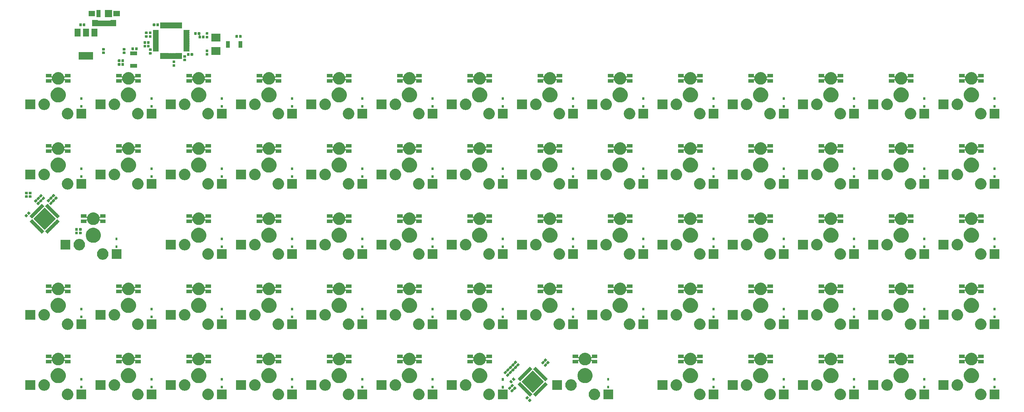
<source format=gbr>
G04 #@! TF.GenerationSoftware,KiCad,Pcbnew,(5.1.5)-3*
G04 #@! TF.CreationDate,2020-01-31T21:09:01-08:00*
G04 #@! TF.ProjectId,PCB,5043422e-6b69-4636-9164-5f7063625858,0.1*
G04 #@! TF.SameCoordinates,Original*
G04 #@! TF.FileFunction,Soldermask,Top*
G04 #@! TF.FilePolarity,Negative*
%FSLAX46Y46*%
G04 Gerber Fmt 4.6, Leading zero omitted, Abs format (unit mm)*
G04 Created by KiCad (PCBNEW (5.1.5)-3) date 2020-01-31 21:09:01*
%MOMM*%
%LPD*%
G04 APERTURE LIST*
%ADD10C,0.100000*%
G04 APERTURE END LIST*
D10*
G36*
X230407063Y-189759438D02*
G01*
X230427682Y-189765693D01*
X230446678Y-189775846D01*
X230468099Y-189793426D01*
X230792468Y-190117795D01*
X230810048Y-190139216D01*
X230820201Y-190158212D01*
X230826456Y-190178831D01*
X230828567Y-190200269D01*
X230826456Y-190221707D01*
X230820201Y-190242326D01*
X230810048Y-190261322D01*
X230792468Y-190282743D01*
X230432743Y-190642468D01*
X230411322Y-190660048D01*
X230392326Y-190670201D01*
X230371707Y-190676456D01*
X230350269Y-190678567D01*
X230328831Y-190676456D01*
X230308212Y-190670201D01*
X230289216Y-190660048D01*
X230267795Y-190642468D01*
X229943426Y-190318099D01*
X229925846Y-190296678D01*
X229915693Y-190277682D01*
X229909438Y-190257063D01*
X229907327Y-190235625D01*
X229909438Y-190214187D01*
X229915693Y-190193568D01*
X229925846Y-190174572D01*
X229943426Y-190153151D01*
X230303151Y-189793426D01*
X230324572Y-189775846D01*
X230343568Y-189765693D01*
X230364187Y-189759438D01*
X230385625Y-189757327D01*
X230407063Y-189759438D01*
G37*
G36*
X219614365Y-187070404D02*
G01*
X219782610Y-187103870D01*
X220064874Y-187220787D01*
X220318905Y-187390525D01*
X220534941Y-187606561D01*
X220704679Y-187860592D01*
X220821596Y-188142856D01*
X220828181Y-188175962D01*
X220881200Y-188442505D01*
X220881200Y-188748027D01*
X220874738Y-188780513D01*
X220821596Y-189047676D01*
X220704679Y-189329940D01*
X220534941Y-189583971D01*
X220318905Y-189800007D01*
X220064874Y-189969745D01*
X219782610Y-190086662D01*
X219648712Y-190113296D01*
X219482961Y-190146266D01*
X219177439Y-190146266D01*
X219011688Y-190113296D01*
X218877790Y-190086662D01*
X218595526Y-189969745D01*
X218341495Y-189800007D01*
X218125459Y-189583971D01*
X217955721Y-189329940D01*
X217838804Y-189047676D01*
X217785662Y-188780513D01*
X217779200Y-188748027D01*
X217779200Y-188442505D01*
X217832219Y-188175962D01*
X217838804Y-188142856D01*
X217955721Y-187860592D01*
X218125459Y-187606561D01*
X218341495Y-187390525D01*
X218595526Y-187220787D01*
X218877790Y-187103870D01*
X219046035Y-187070404D01*
X219177439Y-187044266D01*
X219482961Y-187044266D01*
X219614365Y-187070404D01*
G37*
G36*
X124364364Y-187070404D02*
G01*
X124532609Y-187103870D01*
X124814873Y-187220787D01*
X125068904Y-187390525D01*
X125284940Y-187606561D01*
X125454678Y-187860592D01*
X125571595Y-188142856D01*
X125578180Y-188175962D01*
X125631199Y-188442505D01*
X125631199Y-188748027D01*
X125624737Y-188780513D01*
X125571595Y-189047676D01*
X125454678Y-189329940D01*
X125284940Y-189583971D01*
X125068904Y-189800007D01*
X124814873Y-189969745D01*
X124532609Y-190086662D01*
X124398711Y-190113296D01*
X124232960Y-190146266D01*
X123927438Y-190146266D01*
X123761687Y-190113296D01*
X123627789Y-190086662D01*
X123345525Y-189969745D01*
X123091494Y-189800007D01*
X122875458Y-189583971D01*
X122705720Y-189329940D01*
X122588803Y-189047676D01*
X122535661Y-188780513D01*
X122529199Y-188748027D01*
X122529199Y-188442505D01*
X122582218Y-188175962D01*
X122588803Y-188142856D01*
X122705720Y-187860592D01*
X122875458Y-187606561D01*
X123091494Y-187390525D01*
X123345525Y-187220787D01*
X123627789Y-187103870D01*
X123796034Y-187070404D01*
X123927438Y-187044266D01*
X124232960Y-187044266D01*
X124364364Y-187070404D01*
G37*
G36*
X200564364Y-187070404D02*
G01*
X200732609Y-187103870D01*
X201014873Y-187220787D01*
X201268904Y-187390525D01*
X201484940Y-187606561D01*
X201654678Y-187860592D01*
X201771595Y-188142856D01*
X201778180Y-188175962D01*
X201831199Y-188442505D01*
X201831199Y-188748027D01*
X201824737Y-188780513D01*
X201771595Y-189047676D01*
X201654678Y-189329940D01*
X201484940Y-189583971D01*
X201268904Y-189800007D01*
X201014873Y-189969745D01*
X200732609Y-190086662D01*
X200598711Y-190113296D01*
X200432960Y-190146266D01*
X200127438Y-190146266D01*
X199961687Y-190113296D01*
X199827789Y-190086662D01*
X199545525Y-189969745D01*
X199291494Y-189800007D01*
X199075458Y-189583971D01*
X198905720Y-189329940D01*
X198788803Y-189047676D01*
X198735661Y-188780513D01*
X198729199Y-188748027D01*
X198729199Y-188442505D01*
X198782218Y-188175962D01*
X198788803Y-188142856D01*
X198905720Y-187860592D01*
X199075458Y-187606561D01*
X199291494Y-187390525D01*
X199545525Y-187220787D01*
X199827789Y-187103870D01*
X199996034Y-187070404D01*
X200127438Y-187044266D01*
X200432960Y-187044266D01*
X200564364Y-187070404D01*
G37*
G36*
X181514364Y-187070404D02*
G01*
X181682609Y-187103870D01*
X181964873Y-187220787D01*
X182218904Y-187390525D01*
X182434940Y-187606561D01*
X182604678Y-187860592D01*
X182721595Y-188142856D01*
X182728180Y-188175962D01*
X182781199Y-188442505D01*
X182781199Y-188748027D01*
X182774737Y-188780513D01*
X182721595Y-189047676D01*
X182604678Y-189329940D01*
X182434940Y-189583971D01*
X182218904Y-189800007D01*
X181964873Y-189969745D01*
X181682609Y-190086662D01*
X181548711Y-190113296D01*
X181382960Y-190146266D01*
X181077438Y-190146266D01*
X180911687Y-190113296D01*
X180777789Y-190086662D01*
X180495525Y-189969745D01*
X180241494Y-189800007D01*
X180025458Y-189583971D01*
X179855720Y-189329940D01*
X179738803Y-189047676D01*
X179685661Y-188780513D01*
X179679199Y-188748027D01*
X179679199Y-188442505D01*
X179732218Y-188175962D01*
X179738803Y-188142856D01*
X179855720Y-187860592D01*
X180025458Y-187606561D01*
X180241494Y-187390525D01*
X180495525Y-187220787D01*
X180777789Y-187103870D01*
X180946034Y-187070404D01*
X181077438Y-187044266D01*
X181382960Y-187044266D01*
X181514364Y-187070404D01*
G37*
G36*
X143414364Y-187070404D02*
G01*
X143582609Y-187103870D01*
X143864873Y-187220787D01*
X144118904Y-187390525D01*
X144334940Y-187606561D01*
X144504678Y-187860592D01*
X144621595Y-188142856D01*
X144628180Y-188175962D01*
X144681199Y-188442505D01*
X144681199Y-188748027D01*
X144674737Y-188780513D01*
X144621595Y-189047676D01*
X144504678Y-189329940D01*
X144334940Y-189583971D01*
X144118904Y-189800007D01*
X143864873Y-189969745D01*
X143582609Y-190086662D01*
X143448711Y-190113296D01*
X143282960Y-190146266D01*
X142977438Y-190146266D01*
X142811687Y-190113296D01*
X142677789Y-190086662D01*
X142395525Y-189969745D01*
X142141494Y-189800007D01*
X141925458Y-189583971D01*
X141755720Y-189329940D01*
X141638803Y-189047676D01*
X141585661Y-188780513D01*
X141579199Y-188748027D01*
X141579199Y-188442505D01*
X141632218Y-188175962D01*
X141638803Y-188142856D01*
X141755720Y-187860592D01*
X141925458Y-187606561D01*
X142141494Y-187390525D01*
X142395525Y-187220787D01*
X142677789Y-187103870D01*
X142846034Y-187070404D01*
X142977438Y-187044266D01*
X143282960Y-187044266D01*
X143414364Y-187070404D01*
G37*
G36*
X105314364Y-187070404D02*
G01*
X105482609Y-187103870D01*
X105764873Y-187220787D01*
X106018904Y-187390525D01*
X106234940Y-187606561D01*
X106404678Y-187860592D01*
X106521595Y-188142856D01*
X106528180Y-188175962D01*
X106581199Y-188442505D01*
X106581199Y-188748027D01*
X106574737Y-188780513D01*
X106521595Y-189047676D01*
X106404678Y-189329940D01*
X106234940Y-189583971D01*
X106018904Y-189800007D01*
X105764873Y-189969745D01*
X105482609Y-190086662D01*
X105348711Y-190113296D01*
X105182960Y-190146266D01*
X104877438Y-190146266D01*
X104711687Y-190113296D01*
X104577789Y-190086662D01*
X104295525Y-189969745D01*
X104041494Y-189800007D01*
X103825458Y-189583971D01*
X103655720Y-189329940D01*
X103538803Y-189047676D01*
X103485661Y-188780513D01*
X103479199Y-188748027D01*
X103479199Y-188442505D01*
X103532218Y-188175962D01*
X103538803Y-188142856D01*
X103655720Y-187860592D01*
X103825458Y-187606561D01*
X104041494Y-187390525D01*
X104295525Y-187220787D01*
X104577789Y-187103870D01*
X104746034Y-187070404D01*
X104877438Y-187044266D01*
X105182960Y-187044266D01*
X105314364Y-187070404D01*
G37*
G36*
X162464364Y-187070404D02*
G01*
X162632609Y-187103870D01*
X162914873Y-187220787D01*
X163168904Y-187390525D01*
X163384940Y-187606561D01*
X163554678Y-187860592D01*
X163671595Y-188142856D01*
X163678180Y-188175962D01*
X163731199Y-188442505D01*
X163731199Y-188748027D01*
X163724737Y-188780513D01*
X163671595Y-189047676D01*
X163554678Y-189329940D01*
X163384940Y-189583971D01*
X163168904Y-189800007D01*
X162914873Y-189969745D01*
X162632609Y-190086662D01*
X162498711Y-190113296D01*
X162332960Y-190146266D01*
X162027438Y-190146266D01*
X161861687Y-190113296D01*
X161727789Y-190086662D01*
X161445525Y-189969745D01*
X161191494Y-189800007D01*
X160975458Y-189583971D01*
X160805720Y-189329940D01*
X160688803Y-189047676D01*
X160635661Y-188780513D01*
X160629199Y-188748027D01*
X160629199Y-188442505D01*
X160682218Y-188175962D01*
X160688803Y-188142856D01*
X160805720Y-187860592D01*
X160975458Y-187606561D01*
X161191494Y-187390525D01*
X161445525Y-187220787D01*
X161727789Y-187103870D01*
X161896034Y-187070404D01*
X162027438Y-187044266D01*
X162332960Y-187044266D01*
X162464364Y-187070404D01*
G37*
G36*
X276764520Y-187070404D02*
G01*
X276932760Y-187103869D01*
X277215024Y-187220786D01*
X277469055Y-187390524D01*
X277685091Y-187606560D01*
X277854829Y-187860591D01*
X277971746Y-188142855D01*
X277983466Y-188201775D01*
X278023220Y-188401630D01*
X278031350Y-188442505D01*
X278031350Y-188748025D01*
X277971746Y-189047675D01*
X277854829Y-189329939D01*
X277685091Y-189583970D01*
X277469055Y-189800006D01*
X277215024Y-189969744D01*
X276932760Y-190086661D01*
X276798857Y-190113296D01*
X276633111Y-190146265D01*
X276327589Y-190146265D01*
X276161843Y-190113296D01*
X276027940Y-190086661D01*
X275745676Y-189969744D01*
X275491645Y-189800006D01*
X275275609Y-189583970D01*
X275105871Y-189329939D01*
X274988954Y-189047675D01*
X274929350Y-188748025D01*
X274929350Y-188442505D01*
X274937481Y-188401630D01*
X274977234Y-188201775D01*
X274988954Y-188142855D01*
X275105871Y-187860591D01*
X275275609Y-187606560D01*
X275491645Y-187390524D01*
X275745676Y-187220786D01*
X276027940Y-187103869D01*
X276196180Y-187070404D01*
X276327589Y-187044265D01*
X276633111Y-187044265D01*
X276764520Y-187070404D01*
G37*
G36*
X295814520Y-187070404D02*
G01*
X295982760Y-187103869D01*
X296265024Y-187220786D01*
X296519055Y-187390524D01*
X296735091Y-187606560D01*
X296904829Y-187860591D01*
X297021746Y-188142855D01*
X297033466Y-188201775D01*
X297073220Y-188401630D01*
X297081350Y-188442505D01*
X297081350Y-188748025D01*
X297021746Y-189047675D01*
X296904829Y-189329939D01*
X296735091Y-189583970D01*
X296519055Y-189800006D01*
X296265024Y-189969744D01*
X295982760Y-190086661D01*
X295848857Y-190113296D01*
X295683111Y-190146265D01*
X295377589Y-190146265D01*
X295211843Y-190113296D01*
X295077940Y-190086661D01*
X294795676Y-189969744D01*
X294541645Y-189800006D01*
X294325609Y-189583970D01*
X294155871Y-189329939D01*
X294038954Y-189047675D01*
X293979350Y-188748025D01*
X293979350Y-188442505D01*
X293987481Y-188401630D01*
X294027234Y-188201775D01*
X294038954Y-188142855D01*
X294155871Y-187860591D01*
X294325609Y-187606560D01*
X294541645Y-187390524D01*
X294795676Y-187220786D01*
X295077940Y-187103869D01*
X295246180Y-187070404D01*
X295377589Y-187044265D01*
X295683111Y-187044265D01*
X295814520Y-187070404D01*
G37*
G36*
X352964445Y-187070404D02*
G01*
X353132685Y-187103869D01*
X353414949Y-187220786D01*
X353668980Y-187390524D01*
X353885016Y-187606560D01*
X354054754Y-187860591D01*
X354171671Y-188142855D01*
X354183391Y-188201775D01*
X354223145Y-188401630D01*
X354231275Y-188442505D01*
X354231275Y-188748025D01*
X354171671Y-189047675D01*
X354054754Y-189329939D01*
X353885016Y-189583970D01*
X353668980Y-189800006D01*
X353414949Y-189969744D01*
X353132685Y-190086661D01*
X352998782Y-190113296D01*
X352833036Y-190146265D01*
X352527514Y-190146265D01*
X352361768Y-190113296D01*
X352227865Y-190086661D01*
X351945601Y-189969744D01*
X351691570Y-189800006D01*
X351475534Y-189583970D01*
X351305796Y-189329939D01*
X351188879Y-189047675D01*
X351129275Y-188748025D01*
X351129275Y-188442505D01*
X351137406Y-188401630D01*
X351177159Y-188201775D01*
X351188879Y-188142855D01*
X351305796Y-187860591D01*
X351475534Y-187606560D01*
X351691570Y-187390524D01*
X351945601Y-187220786D01*
X352227865Y-187103869D01*
X352396105Y-187070404D01*
X352527514Y-187044265D01*
X352833036Y-187044265D01*
X352964445Y-187070404D01*
G37*
G36*
X248189369Y-187070404D02*
G01*
X248357609Y-187103869D01*
X248639873Y-187220786D01*
X248893904Y-187390524D01*
X249109940Y-187606560D01*
X249279678Y-187860591D01*
X249396595Y-188142855D01*
X249408315Y-188201775D01*
X249448069Y-188401630D01*
X249456199Y-188442505D01*
X249456199Y-188748025D01*
X249396595Y-189047675D01*
X249279678Y-189329939D01*
X249109940Y-189583970D01*
X248893904Y-189800006D01*
X248639873Y-189969744D01*
X248357609Y-190086661D01*
X248223706Y-190113296D01*
X248057960Y-190146265D01*
X247752438Y-190146265D01*
X247586692Y-190113296D01*
X247452789Y-190086661D01*
X247170525Y-189969744D01*
X246916494Y-189800006D01*
X246700458Y-189583970D01*
X246530720Y-189329939D01*
X246413803Y-189047675D01*
X246354199Y-188748025D01*
X246354199Y-188442505D01*
X246362330Y-188401630D01*
X246402083Y-188201775D01*
X246413803Y-188142855D01*
X246530720Y-187860591D01*
X246700458Y-187606560D01*
X246916494Y-187390524D01*
X247170525Y-187220786D01*
X247452789Y-187103869D01*
X247621029Y-187070404D01*
X247752438Y-187044265D01*
X248057960Y-187044265D01*
X248189369Y-187070404D01*
G37*
G36*
X333914520Y-187070404D02*
G01*
X334082760Y-187103869D01*
X334365024Y-187220786D01*
X334619055Y-187390524D01*
X334835091Y-187606560D01*
X335004829Y-187860591D01*
X335121746Y-188142855D01*
X335133466Y-188201775D01*
X335173220Y-188401630D01*
X335181350Y-188442505D01*
X335181350Y-188748025D01*
X335121746Y-189047675D01*
X335004829Y-189329939D01*
X334835091Y-189583970D01*
X334619055Y-189800006D01*
X334365024Y-189969744D01*
X334082760Y-190086661D01*
X333948857Y-190113296D01*
X333783111Y-190146265D01*
X333477589Y-190146265D01*
X333311843Y-190113296D01*
X333177940Y-190086661D01*
X332895676Y-189969744D01*
X332641645Y-189800006D01*
X332425609Y-189583970D01*
X332255871Y-189329939D01*
X332138954Y-189047675D01*
X332079350Y-188748025D01*
X332079350Y-188442505D01*
X332087481Y-188401630D01*
X332127234Y-188201775D01*
X332138954Y-188142855D01*
X332255871Y-187860591D01*
X332425609Y-187606560D01*
X332641645Y-187390524D01*
X332895676Y-187220786D01*
X333177940Y-187103869D01*
X333346180Y-187070404D01*
X333477589Y-187044265D01*
X333783111Y-187044265D01*
X333914520Y-187070404D01*
G37*
G36*
X314864520Y-187070404D02*
G01*
X315032760Y-187103869D01*
X315315024Y-187220786D01*
X315569055Y-187390524D01*
X315785091Y-187606560D01*
X315954829Y-187860591D01*
X316071746Y-188142855D01*
X316083466Y-188201775D01*
X316123220Y-188401630D01*
X316131350Y-188442505D01*
X316131350Y-188748025D01*
X316071746Y-189047675D01*
X315954829Y-189329939D01*
X315785091Y-189583970D01*
X315569055Y-189800006D01*
X315315024Y-189969744D01*
X315032760Y-190086661D01*
X314898857Y-190113296D01*
X314733111Y-190146265D01*
X314427589Y-190146265D01*
X314261843Y-190113296D01*
X314127940Y-190086661D01*
X313845676Y-189969744D01*
X313591645Y-189800006D01*
X313375609Y-189583970D01*
X313205871Y-189329939D01*
X313088954Y-189047675D01*
X313029350Y-188748025D01*
X313029350Y-188442505D01*
X313037481Y-188401630D01*
X313077234Y-188201775D01*
X313088954Y-188142855D01*
X313205871Y-187860591D01*
X313375609Y-187606560D01*
X313591645Y-187390524D01*
X313845676Y-187220786D01*
X314127940Y-187103869D01*
X314296180Y-187070404D01*
X314427589Y-187044265D01*
X314733111Y-187044265D01*
X314864520Y-187070404D01*
G37*
G36*
X229721169Y-189073544D02*
G01*
X229741788Y-189079799D01*
X229760784Y-189089952D01*
X229782205Y-189107532D01*
X230106574Y-189431901D01*
X230124154Y-189453322D01*
X230134307Y-189472318D01*
X230140562Y-189492937D01*
X230142673Y-189514375D01*
X230140562Y-189535813D01*
X230134307Y-189556432D01*
X230124154Y-189575428D01*
X230106574Y-189596849D01*
X229746849Y-189956574D01*
X229725428Y-189974154D01*
X229706432Y-189984307D01*
X229685813Y-189990562D01*
X229664375Y-189992673D01*
X229642937Y-189990562D01*
X229622318Y-189984307D01*
X229603322Y-189974154D01*
X229581901Y-189956574D01*
X229257532Y-189632205D01*
X229239952Y-189610784D01*
X229229799Y-189591788D01*
X229223544Y-189571169D01*
X229221433Y-189549731D01*
X229223544Y-189528293D01*
X229229799Y-189507674D01*
X229239952Y-189488678D01*
X229257532Y-189467257D01*
X229617257Y-189107532D01*
X229638678Y-189089952D01*
X229657674Y-189079799D01*
X229678293Y-189073544D01*
X229699731Y-189071433D01*
X229721169Y-189073544D01*
G37*
G36*
X110106199Y-189896266D02*
G01*
X107454199Y-189896266D01*
X107454199Y-187294266D01*
X110106199Y-187294266D01*
X110106199Y-189896266D01*
G37*
G36*
X129156199Y-189896266D02*
G01*
X126504199Y-189896266D01*
X126504199Y-187294266D01*
X129156199Y-187294266D01*
X129156199Y-189896266D01*
G37*
G36*
X167256199Y-189896266D02*
G01*
X164604199Y-189896266D01*
X164604199Y-187294266D01*
X167256199Y-187294266D01*
X167256199Y-189896266D01*
G37*
G36*
X186306199Y-189896266D02*
G01*
X183654199Y-189896266D01*
X183654199Y-187294266D01*
X186306199Y-187294266D01*
X186306199Y-189896266D01*
G37*
G36*
X205356199Y-189896266D02*
G01*
X202704199Y-189896266D01*
X202704199Y-187294266D01*
X205356199Y-187294266D01*
X205356199Y-189896266D01*
G37*
G36*
X224406200Y-189896266D02*
G01*
X221754200Y-189896266D01*
X221754200Y-187294266D01*
X224406200Y-187294266D01*
X224406200Y-189896266D01*
G37*
G36*
X148206199Y-189896266D02*
G01*
X145554199Y-189896266D01*
X145554199Y-187294266D01*
X148206199Y-187294266D01*
X148206199Y-189896266D01*
G37*
G36*
X300606350Y-189896265D02*
G01*
X297954350Y-189896265D01*
X297954350Y-187294265D01*
X300606350Y-187294265D01*
X300606350Y-189896265D01*
G37*
G36*
X357756275Y-189896265D02*
G01*
X355104275Y-189896265D01*
X355104275Y-187294265D01*
X357756275Y-187294265D01*
X357756275Y-189896265D01*
G37*
G36*
X338706350Y-189896265D02*
G01*
X336054350Y-189896265D01*
X336054350Y-187294265D01*
X338706350Y-187294265D01*
X338706350Y-189896265D01*
G37*
G36*
X319656350Y-189896265D02*
G01*
X317004350Y-189896265D01*
X317004350Y-187294265D01*
X319656350Y-187294265D01*
X319656350Y-189896265D01*
G37*
G36*
X281556350Y-189896265D02*
G01*
X278904350Y-189896265D01*
X278904350Y-187294265D01*
X281556350Y-187294265D01*
X281556350Y-189896265D01*
G37*
G36*
X252981199Y-189896265D02*
G01*
X250329199Y-189896265D01*
X250329199Y-187294265D01*
X252981199Y-187294265D01*
X252981199Y-189896265D01*
G37*
G36*
X234595594Y-185246627D02*
G01*
X234600322Y-185250507D01*
X234640166Y-185290351D01*
X234640177Y-185290360D01*
X235206570Y-185856753D01*
X235206579Y-185856764D01*
X235246424Y-185896609D01*
X235251876Y-185903253D01*
X235253021Y-185905395D01*
X235253728Y-185907724D01*
X235253966Y-185910140D01*
X235253728Y-185912556D01*
X235253021Y-185914885D01*
X235251876Y-185917027D01*
X235246424Y-185923671D01*
X235206579Y-185963516D01*
X235206570Y-185963527D01*
X235099797Y-186070300D01*
X235099786Y-186070309D01*
X235059941Y-186110154D01*
X235053297Y-186115606D01*
X235049490Y-186117641D01*
X235030326Y-186125579D01*
X235009951Y-186139192D01*
X234992623Y-186156519D01*
X234979009Y-186176893D01*
X234971069Y-186196063D01*
X234969033Y-186199870D01*
X234963581Y-186206514D01*
X234923736Y-186246359D01*
X234923727Y-186246370D01*
X234816954Y-186353143D01*
X234816943Y-186353152D01*
X234777098Y-186392997D01*
X234770454Y-186398449D01*
X234766647Y-186400484D01*
X234747483Y-186408422D01*
X234727108Y-186422035D01*
X234709780Y-186439362D01*
X234696166Y-186459736D01*
X234688226Y-186478906D01*
X234686190Y-186482713D01*
X234680738Y-186489357D01*
X234640893Y-186529202D01*
X234640884Y-186529213D01*
X234534111Y-186635986D01*
X234534100Y-186635995D01*
X234494255Y-186675840D01*
X234487611Y-186681292D01*
X234483798Y-186683331D01*
X234464638Y-186691267D01*
X234444263Y-186704881D01*
X234426936Y-186722208D01*
X234413323Y-186742582D01*
X234405387Y-186761742D01*
X234403348Y-186765555D01*
X234397896Y-186772199D01*
X234358051Y-186812044D01*
X234358042Y-186812055D01*
X234251269Y-186918828D01*
X234251258Y-186918837D01*
X234211413Y-186958682D01*
X234204769Y-186964134D01*
X234200962Y-186966169D01*
X234181798Y-186974107D01*
X234161423Y-186987720D01*
X234144095Y-187005047D01*
X234130481Y-187025421D01*
X234122541Y-187044591D01*
X234120505Y-187048398D01*
X234115053Y-187055042D01*
X234075208Y-187094887D01*
X234075199Y-187094898D01*
X233968426Y-187201671D01*
X233968415Y-187201680D01*
X233928570Y-187241525D01*
X233921926Y-187246977D01*
X233918119Y-187249012D01*
X233898955Y-187256950D01*
X233878580Y-187270563D01*
X233861252Y-187287890D01*
X233847638Y-187308264D01*
X233839698Y-187327434D01*
X233837662Y-187331241D01*
X233832210Y-187337885D01*
X233792365Y-187377730D01*
X233792356Y-187377741D01*
X233685583Y-187484514D01*
X233685572Y-187484523D01*
X233645727Y-187524368D01*
X233639083Y-187529820D01*
X233635270Y-187531859D01*
X233616110Y-187539795D01*
X233595735Y-187553409D01*
X233578408Y-187570736D01*
X233564795Y-187591110D01*
X233556859Y-187610270D01*
X233554820Y-187614083D01*
X233549368Y-187620727D01*
X233509523Y-187660572D01*
X233509514Y-187660583D01*
X233402741Y-187767356D01*
X233402730Y-187767365D01*
X233362885Y-187807210D01*
X233356241Y-187812662D01*
X233352434Y-187814697D01*
X233333270Y-187822635D01*
X233312895Y-187836248D01*
X233295567Y-187853575D01*
X233281953Y-187873949D01*
X233274013Y-187893119D01*
X233271977Y-187896926D01*
X233266525Y-187903570D01*
X233226680Y-187943415D01*
X233226671Y-187943426D01*
X233119898Y-188050199D01*
X233119887Y-188050208D01*
X233080042Y-188090053D01*
X233073398Y-188095505D01*
X233069591Y-188097540D01*
X233050427Y-188105478D01*
X233030052Y-188119091D01*
X233012724Y-188136418D01*
X232999110Y-188156792D01*
X232991170Y-188175962D01*
X232989134Y-188179769D01*
X232983682Y-188186413D01*
X232943837Y-188226258D01*
X232943828Y-188226269D01*
X232837055Y-188333042D01*
X232837044Y-188333051D01*
X232797199Y-188372896D01*
X232790555Y-188378348D01*
X232786742Y-188380387D01*
X232767582Y-188388323D01*
X232747207Y-188401937D01*
X232729880Y-188419264D01*
X232716267Y-188439638D01*
X232708331Y-188458798D01*
X232706292Y-188462611D01*
X232700840Y-188469255D01*
X232660995Y-188509100D01*
X232660986Y-188509111D01*
X232554213Y-188615884D01*
X232554202Y-188615893D01*
X232514357Y-188655738D01*
X232507713Y-188661190D01*
X232503906Y-188663225D01*
X232484742Y-188671163D01*
X232464367Y-188684776D01*
X232447039Y-188702103D01*
X232433425Y-188722477D01*
X232425485Y-188741647D01*
X232423449Y-188745454D01*
X232417997Y-188752098D01*
X232378152Y-188791943D01*
X232378143Y-188791954D01*
X232271370Y-188898727D01*
X232271359Y-188898736D01*
X232231514Y-188938581D01*
X232224870Y-188944033D01*
X232221063Y-188946068D01*
X232201899Y-188954006D01*
X232181524Y-188967619D01*
X232164196Y-188984946D01*
X232150582Y-189005320D01*
X232142642Y-189024490D01*
X232140606Y-189028297D01*
X232135154Y-189034941D01*
X232095309Y-189074786D01*
X232095300Y-189074797D01*
X231988527Y-189181570D01*
X231988516Y-189181579D01*
X231948671Y-189221424D01*
X231942027Y-189226876D01*
X231939885Y-189228021D01*
X231937556Y-189228728D01*
X231935140Y-189228966D01*
X231932724Y-189228728D01*
X231930395Y-189228021D01*
X231928253Y-189226876D01*
X231921609Y-189221424D01*
X231881764Y-189181579D01*
X231881753Y-189181570D01*
X231315360Y-188615177D01*
X231315351Y-188615166D01*
X231275507Y-188575322D01*
X231271627Y-188570594D01*
X231262823Y-188561790D01*
X231271627Y-188552986D01*
X231275507Y-188548258D01*
X231315351Y-188508414D01*
X231315360Y-188508403D01*
X231422133Y-188401630D01*
X231422144Y-188401621D01*
X231461989Y-188361776D01*
X231468633Y-188356324D01*
X231472440Y-188354289D01*
X231491604Y-188346351D01*
X231511979Y-188332738D01*
X231529307Y-188315411D01*
X231542921Y-188295037D01*
X231550861Y-188275867D01*
X231552897Y-188272060D01*
X231558349Y-188265416D01*
X231598194Y-188225571D01*
X231598203Y-188225560D01*
X231704976Y-188118787D01*
X231704987Y-188118778D01*
X231744832Y-188078933D01*
X231751476Y-188073481D01*
X231755283Y-188071446D01*
X231774447Y-188063508D01*
X231794822Y-188049895D01*
X231812150Y-188032568D01*
X231825764Y-188012194D01*
X231833704Y-187993024D01*
X231835740Y-187989217D01*
X231841192Y-187982573D01*
X231881037Y-187942728D01*
X231881046Y-187942717D01*
X231987819Y-187835944D01*
X231987830Y-187835935D01*
X232027675Y-187796090D01*
X232034319Y-187790638D01*
X232038132Y-187788599D01*
X232057292Y-187780663D01*
X232077667Y-187767049D01*
X232094994Y-187749722D01*
X232108607Y-187729348D01*
X232116543Y-187710188D01*
X232118582Y-187706375D01*
X232124034Y-187699731D01*
X232163879Y-187659886D01*
X232163888Y-187659875D01*
X232270661Y-187553102D01*
X232270672Y-187553093D01*
X232310517Y-187513248D01*
X232317161Y-187507796D01*
X232320968Y-187505761D01*
X232340132Y-187497823D01*
X232360507Y-187484210D01*
X232377835Y-187466883D01*
X232391449Y-187446509D01*
X232399389Y-187427339D01*
X232401425Y-187423532D01*
X232406877Y-187416888D01*
X232446722Y-187377043D01*
X232446731Y-187377032D01*
X232553504Y-187270259D01*
X232553515Y-187270250D01*
X232593360Y-187230405D01*
X232600004Y-187224953D01*
X232603811Y-187222918D01*
X232622975Y-187214980D01*
X232643350Y-187201367D01*
X232660678Y-187184040D01*
X232674292Y-187163666D01*
X232682232Y-187144496D01*
X232684268Y-187140689D01*
X232689720Y-187134045D01*
X232729565Y-187094200D01*
X232729574Y-187094189D01*
X232836347Y-186987416D01*
X232836358Y-186987407D01*
X232876203Y-186947562D01*
X232882847Y-186942110D01*
X232886660Y-186940071D01*
X232905820Y-186932135D01*
X232926195Y-186918521D01*
X232943522Y-186901194D01*
X232957135Y-186880820D01*
X232965071Y-186861660D01*
X232967110Y-186857847D01*
X232972562Y-186851203D01*
X233012407Y-186811358D01*
X233012416Y-186811347D01*
X233119189Y-186704574D01*
X233119200Y-186704565D01*
X233159045Y-186664720D01*
X233165689Y-186659268D01*
X233169496Y-186657233D01*
X233188660Y-186649295D01*
X233209035Y-186635682D01*
X233226363Y-186618355D01*
X233239977Y-186597981D01*
X233247917Y-186578811D01*
X233249953Y-186575004D01*
X233255405Y-186568360D01*
X233295250Y-186528515D01*
X233295259Y-186528504D01*
X233402032Y-186421731D01*
X233402043Y-186421722D01*
X233441888Y-186381877D01*
X233448532Y-186376425D01*
X233452339Y-186374390D01*
X233471503Y-186366452D01*
X233491878Y-186352839D01*
X233509206Y-186335512D01*
X233522820Y-186315138D01*
X233530760Y-186295968D01*
X233532796Y-186292161D01*
X233538248Y-186285517D01*
X233578093Y-186245672D01*
X233578102Y-186245661D01*
X233684875Y-186138888D01*
X233684886Y-186138879D01*
X233724731Y-186099034D01*
X233731375Y-186093582D01*
X233735188Y-186091543D01*
X233754348Y-186083607D01*
X233774723Y-186069993D01*
X233792050Y-186052666D01*
X233805663Y-186032292D01*
X233813599Y-186013132D01*
X233815638Y-186009319D01*
X233821090Y-186002675D01*
X233860935Y-185962830D01*
X233860944Y-185962819D01*
X233967717Y-185856046D01*
X233967728Y-185856037D01*
X234007573Y-185816192D01*
X234014217Y-185810740D01*
X234018024Y-185808705D01*
X234037188Y-185800767D01*
X234057563Y-185787154D01*
X234074891Y-185769827D01*
X234088505Y-185749453D01*
X234096445Y-185730283D01*
X234098481Y-185726476D01*
X234103933Y-185719832D01*
X234143778Y-185679987D01*
X234143787Y-185679976D01*
X234250560Y-185573203D01*
X234250571Y-185573194D01*
X234290416Y-185533349D01*
X234297060Y-185527897D01*
X234300867Y-185525862D01*
X234320031Y-185517924D01*
X234340406Y-185504311D01*
X234357734Y-185486984D01*
X234371348Y-185466610D01*
X234379288Y-185447440D01*
X234381324Y-185443633D01*
X234386776Y-185436989D01*
X234426621Y-185397144D01*
X234426630Y-185397133D01*
X234533403Y-185290360D01*
X234533414Y-185290351D01*
X234573258Y-185250507D01*
X234577986Y-185246627D01*
X234586790Y-185237823D01*
X234595594Y-185246627D01*
G37*
G36*
X227772014Y-185246627D02*
G01*
X227776742Y-185250507D01*
X227816586Y-185290351D01*
X227816597Y-185290360D01*
X227923370Y-185397133D01*
X227923379Y-185397144D01*
X227963224Y-185436989D01*
X227968676Y-185443633D01*
X227970711Y-185447440D01*
X227978649Y-185466604D01*
X227992262Y-185486979D01*
X228009589Y-185504307D01*
X228029963Y-185517921D01*
X228049133Y-185525861D01*
X228052940Y-185527897D01*
X228059584Y-185533349D01*
X228099429Y-185573194D01*
X228099440Y-185573203D01*
X228206213Y-185679976D01*
X228206222Y-185679987D01*
X228246067Y-185719832D01*
X228251519Y-185726476D01*
X228253554Y-185730283D01*
X228261492Y-185749447D01*
X228275105Y-185769822D01*
X228292432Y-185787150D01*
X228312806Y-185800764D01*
X228331976Y-185808704D01*
X228335783Y-185810740D01*
X228342427Y-185816192D01*
X228382272Y-185856037D01*
X228382283Y-185856046D01*
X228489056Y-185962819D01*
X228489065Y-185962830D01*
X228528910Y-186002675D01*
X228534362Y-186009319D01*
X228536401Y-186013132D01*
X228544337Y-186032292D01*
X228557951Y-186052667D01*
X228575278Y-186069994D01*
X228595652Y-186083607D01*
X228614812Y-186091543D01*
X228618625Y-186093582D01*
X228625269Y-186099034D01*
X228665114Y-186138879D01*
X228665125Y-186138888D01*
X228771898Y-186245661D01*
X228771907Y-186245672D01*
X228811752Y-186285517D01*
X228817204Y-186292161D01*
X228819239Y-186295968D01*
X228827177Y-186315132D01*
X228840790Y-186335507D01*
X228858117Y-186352835D01*
X228878491Y-186366449D01*
X228897661Y-186374389D01*
X228901468Y-186376425D01*
X228908112Y-186381877D01*
X228947957Y-186421722D01*
X228947968Y-186421731D01*
X229054741Y-186528504D01*
X229054750Y-186528515D01*
X229094595Y-186568360D01*
X229100047Y-186575004D01*
X229102082Y-186578811D01*
X229110020Y-186597975D01*
X229123633Y-186618350D01*
X229140960Y-186635678D01*
X229161334Y-186649292D01*
X229180504Y-186657232D01*
X229184311Y-186659268D01*
X229190955Y-186664720D01*
X229230800Y-186704565D01*
X229230811Y-186704574D01*
X229337584Y-186811347D01*
X229337593Y-186811358D01*
X229377438Y-186851203D01*
X229382890Y-186857847D01*
X229384929Y-186861660D01*
X229392865Y-186880820D01*
X229406479Y-186901195D01*
X229423806Y-186918522D01*
X229444180Y-186932135D01*
X229463340Y-186940071D01*
X229467153Y-186942110D01*
X229473797Y-186947562D01*
X229513642Y-186987407D01*
X229513653Y-186987416D01*
X229620426Y-187094189D01*
X229620435Y-187094200D01*
X229660280Y-187134045D01*
X229665732Y-187140689D01*
X229667767Y-187144496D01*
X229675705Y-187163660D01*
X229689318Y-187184035D01*
X229706645Y-187201363D01*
X229727019Y-187214977D01*
X229746189Y-187222917D01*
X229749996Y-187224953D01*
X229756640Y-187230405D01*
X229796485Y-187270250D01*
X229796496Y-187270259D01*
X229903269Y-187377032D01*
X229903278Y-187377043D01*
X229943123Y-187416888D01*
X229948575Y-187423532D01*
X229950610Y-187427339D01*
X229958548Y-187446503D01*
X229972161Y-187466878D01*
X229989488Y-187484206D01*
X230009862Y-187497820D01*
X230029032Y-187505760D01*
X230032839Y-187507796D01*
X230039483Y-187513248D01*
X230079328Y-187553093D01*
X230079339Y-187553102D01*
X230186112Y-187659875D01*
X230186121Y-187659886D01*
X230225966Y-187699731D01*
X230231418Y-187706375D01*
X230233457Y-187710188D01*
X230241393Y-187729348D01*
X230255007Y-187749723D01*
X230272334Y-187767050D01*
X230292708Y-187780663D01*
X230311868Y-187788599D01*
X230315681Y-187790638D01*
X230322325Y-187796090D01*
X230362170Y-187835935D01*
X230362181Y-187835944D01*
X230468954Y-187942717D01*
X230468963Y-187942728D01*
X230508808Y-187982573D01*
X230514260Y-187989217D01*
X230516295Y-187993024D01*
X230524233Y-188012188D01*
X230537846Y-188032563D01*
X230555173Y-188049891D01*
X230575547Y-188063505D01*
X230594717Y-188071445D01*
X230598524Y-188073481D01*
X230605168Y-188078933D01*
X230645013Y-188118778D01*
X230645024Y-188118787D01*
X230751797Y-188225560D01*
X230751806Y-188225571D01*
X230791651Y-188265416D01*
X230797103Y-188272060D01*
X230799138Y-188275867D01*
X230807076Y-188295031D01*
X230820689Y-188315406D01*
X230838016Y-188332734D01*
X230858390Y-188346348D01*
X230877560Y-188354288D01*
X230881367Y-188356324D01*
X230888011Y-188361776D01*
X230927856Y-188401621D01*
X230927867Y-188401630D01*
X231034640Y-188508403D01*
X231034649Y-188508414D01*
X231074493Y-188548258D01*
X231078373Y-188552986D01*
X231087177Y-188561790D01*
X231078373Y-188570594D01*
X231074493Y-188575322D01*
X231034649Y-188615166D01*
X231034640Y-188615177D01*
X230468247Y-189181570D01*
X230468236Y-189181579D01*
X230428391Y-189221424D01*
X230421747Y-189226876D01*
X230419605Y-189228021D01*
X230417276Y-189228728D01*
X230414860Y-189228966D01*
X230412444Y-189228728D01*
X230410115Y-189228021D01*
X230407973Y-189226876D01*
X230401329Y-189221424D01*
X230361484Y-189181579D01*
X230361473Y-189181570D01*
X230254700Y-189074797D01*
X230254691Y-189074786D01*
X230214846Y-189034941D01*
X230209394Y-189028297D01*
X230207359Y-189024490D01*
X230199421Y-189005326D01*
X230185808Y-188984951D01*
X230168481Y-188967623D01*
X230148107Y-188954009D01*
X230128937Y-188946069D01*
X230125130Y-188944033D01*
X230118486Y-188938581D01*
X230078641Y-188898736D01*
X230078630Y-188898727D01*
X229971857Y-188791954D01*
X229971848Y-188791943D01*
X229932003Y-188752098D01*
X229926551Y-188745454D01*
X229924516Y-188741647D01*
X229916578Y-188722483D01*
X229902965Y-188702108D01*
X229885638Y-188684780D01*
X229865264Y-188671166D01*
X229846094Y-188663226D01*
X229842287Y-188661190D01*
X229835643Y-188655738D01*
X229795798Y-188615893D01*
X229795787Y-188615884D01*
X229689014Y-188509111D01*
X229689005Y-188509100D01*
X229649160Y-188469255D01*
X229643708Y-188462611D01*
X229641669Y-188458798D01*
X229633733Y-188439638D01*
X229620119Y-188419263D01*
X229602792Y-188401936D01*
X229582418Y-188388323D01*
X229563258Y-188380387D01*
X229559445Y-188378348D01*
X229552801Y-188372896D01*
X229512956Y-188333051D01*
X229512945Y-188333042D01*
X229406172Y-188226269D01*
X229406163Y-188226258D01*
X229366318Y-188186413D01*
X229360866Y-188179769D01*
X229358831Y-188175962D01*
X229350893Y-188156798D01*
X229337280Y-188136423D01*
X229319953Y-188119095D01*
X229299579Y-188105481D01*
X229280409Y-188097541D01*
X229276602Y-188095505D01*
X229269958Y-188090053D01*
X229230113Y-188050208D01*
X229230102Y-188050199D01*
X229123329Y-187943426D01*
X229123320Y-187943415D01*
X229083475Y-187903570D01*
X229078023Y-187896926D01*
X229075988Y-187893119D01*
X229068050Y-187873955D01*
X229054437Y-187853580D01*
X229037110Y-187836252D01*
X229016736Y-187822638D01*
X228997566Y-187814698D01*
X228993759Y-187812662D01*
X228987115Y-187807210D01*
X228947270Y-187767365D01*
X228947259Y-187767356D01*
X228840486Y-187660583D01*
X228840477Y-187660572D01*
X228800632Y-187620727D01*
X228795180Y-187614083D01*
X228793141Y-187610270D01*
X228785205Y-187591110D01*
X228771591Y-187570735D01*
X228754264Y-187553408D01*
X228733890Y-187539795D01*
X228714730Y-187531859D01*
X228710917Y-187529820D01*
X228704273Y-187524368D01*
X228664428Y-187484523D01*
X228664417Y-187484514D01*
X228557644Y-187377741D01*
X228557635Y-187377730D01*
X228517790Y-187337885D01*
X228512338Y-187331241D01*
X228510303Y-187327434D01*
X228502365Y-187308270D01*
X228488752Y-187287895D01*
X228471425Y-187270567D01*
X228451051Y-187256953D01*
X228431881Y-187249013D01*
X228428074Y-187246977D01*
X228421430Y-187241525D01*
X228381585Y-187201680D01*
X228381574Y-187201671D01*
X228274801Y-187094898D01*
X228274792Y-187094887D01*
X228234947Y-187055042D01*
X228229495Y-187048398D01*
X228227460Y-187044591D01*
X228219522Y-187025427D01*
X228205909Y-187005052D01*
X228188582Y-186987724D01*
X228168208Y-186974110D01*
X228149038Y-186966170D01*
X228145231Y-186964134D01*
X228138587Y-186958682D01*
X228098742Y-186918837D01*
X228098731Y-186918828D01*
X227991958Y-186812055D01*
X227991949Y-186812044D01*
X227952104Y-186772199D01*
X227946652Y-186765555D01*
X227944613Y-186761742D01*
X227936677Y-186742582D01*
X227923063Y-186722207D01*
X227905736Y-186704880D01*
X227885362Y-186691267D01*
X227866202Y-186683331D01*
X227862389Y-186681292D01*
X227855745Y-186675840D01*
X227815900Y-186635995D01*
X227815889Y-186635986D01*
X227709116Y-186529213D01*
X227709107Y-186529202D01*
X227669262Y-186489357D01*
X227663810Y-186482713D01*
X227661775Y-186478906D01*
X227653837Y-186459742D01*
X227640224Y-186439367D01*
X227622897Y-186422039D01*
X227602523Y-186408425D01*
X227583353Y-186400485D01*
X227579546Y-186398449D01*
X227572902Y-186392997D01*
X227533057Y-186353152D01*
X227533046Y-186353143D01*
X227426273Y-186246370D01*
X227426264Y-186246359D01*
X227386419Y-186206514D01*
X227380967Y-186199870D01*
X227378932Y-186196063D01*
X227370994Y-186176899D01*
X227357381Y-186156524D01*
X227340054Y-186139196D01*
X227319680Y-186125582D01*
X227300510Y-186117642D01*
X227296703Y-186115606D01*
X227290059Y-186110154D01*
X227250214Y-186070309D01*
X227250203Y-186070300D01*
X227143430Y-185963527D01*
X227143421Y-185963516D01*
X227103576Y-185923671D01*
X227098124Y-185917027D01*
X227096979Y-185914885D01*
X227096272Y-185912556D01*
X227096034Y-185910140D01*
X227096272Y-185907724D01*
X227096979Y-185905395D01*
X227098124Y-185903253D01*
X227103576Y-185896609D01*
X227143421Y-185856764D01*
X227143430Y-185856753D01*
X227709823Y-185290360D01*
X227709834Y-185290351D01*
X227749678Y-185250507D01*
X227754406Y-185246627D01*
X227763210Y-185237823D01*
X227772014Y-185246627D01*
G37*
G36*
X231203357Y-182171880D02*
G01*
X231230620Y-182180150D01*
X231255752Y-182193584D01*
X231282545Y-182215572D01*
X234109428Y-185042455D01*
X234131416Y-185069248D01*
X234144850Y-185094380D01*
X234153120Y-185121643D01*
X234155912Y-185150000D01*
X234153120Y-185178357D01*
X234144850Y-185205620D01*
X234131416Y-185230752D01*
X234109428Y-185257545D01*
X231282545Y-188084428D01*
X231255752Y-188106416D01*
X231230620Y-188119850D01*
X231203357Y-188128120D01*
X231175000Y-188130912D01*
X231146643Y-188128120D01*
X231119380Y-188119850D01*
X231094248Y-188106416D01*
X231067455Y-188084428D01*
X228240572Y-185257545D01*
X228218584Y-185230752D01*
X228205150Y-185205620D01*
X228196880Y-185178357D01*
X228194088Y-185150000D01*
X228196880Y-185121643D01*
X228205150Y-185094380D01*
X228218584Y-185069248D01*
X228240572Y-185042455D01*
X231067455Y-182215572D01*
X231094248Y-182193584D01*
X231119380Y-182180150D01*
X231146643Y-182171880D01*
X231175000Y-182169088D01*
X231203357Y-182171880D01*
G37*
G36*
X226342063Y-186454438D02*
G01*
X226362682Y-186460693D01*
X226381678Y-186470846D01*
X226403099Y-186488426D01*
X226727468Y-186812795D01*
X226745048Y-186834216D01*
X226755201Y-186853212D01*
X226761456Y-186873831D01*
X226763567Y-186895269D01*
X226761456Y-186916707D01*
X226755201Y-186937326D01*
X226745048Y-186956322D01*
X226727468Y-186977743D01*
X226367743Y-187337468D01*
X226346322Y-187355048D01*
X226327326Y-187365201D01*
X226306707Y-187371456D01*
X226285269Y-187373567D01*
X226263831Y-187371456D01*
X226243212Y-187365201D01*
X226224216Y-187355047D01*
X226206124Y-187340200D01*
X226185749Y-187326586D01*
X226163110Y-187317209D01*
X226139077Y-187312429D01*
X226114573Y-187312429D01*
X226090539Y-187317210D01*
X226067901Y-187326587D01*
X226047526Y-187340201D01*
X226030200Y-187357528D01*
X226016586Y-187377903D01*
X226007209Y-187400542D01*
X226002429Y-187424575D01*
X226002429Y-187449079D01*
X226007210Y-187473113D01*
X226016587Y-187495751D01*
X226030200Y-187516124D01*
X226045047Y-187534216D01*
X226055201Y-187553212D01*
X226061456Y-187573831D01*
X226063567Y-187595269D01*
X226061456Y-187616707D01*
X226055201Y-187637326D01*
X226045048Y-187656322D01*
X226027468Y-187677743D01*
X225667743Y-188037468D01*
X225646322Y-188055048D01*
X225627326Y-188065201D01*
X225606707Y-188071456D01*
X225585269Y-188073567D01*
X225563831Y-188071456D01*
X225543212Y-188065201D01*
X225524216Y-188055048D01*
X225502795Y-188037468D01*
X225178426Y-187713099D01*
X225160846Y-187691678D01*
X225150693Y-187672682D01*
X225144438Y-187652063D01*
X225142327Y-187630625D01*
X225144438Y-187609187D01*
X225150693Y-187588568D01*
X225160846Y-187569572D01*
X225178426Y-187548151D01*
X225538151Y-187188426D01*
X225559572Y-187170846D01*
X225578568Y-187160693D01*
X225599187Y-187154438D01*
X225620625Y-187152327D01*
X225642063Y-187154438D01*
X225662682Y-187160693D01*
X225681678Y-187170847D01*
X225699770Y-187185694D01*
X225720145Y-187199308D01*
X225742784Y-187208685D01*
X225766817Y-187213465D01*
X225791321Y-187213465D01*
X225815355Y-187208684D01*
X225837993Y-187199307D01*
X225858368Y-187185693D01*
X225875694Y-187168366D01*
X225889308Y-187147991D01*
X225898685Y-187125352D01*
X225903465Y-187101319D01*
X225903465Y-187076815D01*
X225898684Y-187052781D01*
X225889307Y-187030143D01*
X225875694Y-187009770D01*
X225860847Y-186991678D01*
X225850693Y-186972682D01*
X225844438Y-186952063D01*
X225842327Y-186930625D01*
X225844438Y-186909187D01*
X225850693Y-186888568D01*
X225860846Y-186869572D01*
X225878426Y-186848151D01*
X226238151Y-186488426D01*
X226259572Y-186470846D01*
X226278568Y-186460693D01*
X226299187Y-186454438D01*
X226320625Y-186452327D01*
X226342063Y-186454438D01*
G37*
G36*
X194213228Y-184530178D02*
G01*
X194382609Y-184563870D01*
X194664873Y-184680787D01*
X194918904Y-184850525D01*
X195134940Y-185066561D01*
X195304678Y-185320592D01*
X195400153Y-185551090D01*
X195421595Y-185602856D01*
X195481199Y-185902505D01*
X195481199Y-186208027D01*
X195454780Y-186340845D01*
X195421595Y-186507676D01*
X195304678Y-186789940D01*
X195134940Y-187043971D01*
X194918904Y-187260007D01*
X194664873Y-187429745D01*
X194382609Y-187546662D01*
X194246021Y-187573831D01*
X194082960Y-187606266D01*
X193777438Y-187606266D01*
X193614377Y-187573831D01*
X193477789Y-187546662D01*
X193195525Y-187429745D01*
X192941494Y-187260007D01*
X192725458Y-187043971D01*
X192555720Y-186789940D01*
X192438803Y-186507676D01*
X192405618Y-186340845D01*
X192379199Y-186208027D01*
X192379199Y-185902505D01*
X192438803Y-185602856D01*
X192460245Y-185551090D01*
X192555720Y-185320592D01*
X192725458Y-185066561D01*
X192941494Y-184850525D01*
X193195525Y-184680787D01*
X193477789Y-184563870D01*
X193647170Y-184530178D01*
X193777438Y-184504266D01*
X194082960Y-184504266D01*
X194213228Y-184530178D01*
G37*
G36*
X98963228Y-184530178D02*
G01*
X99132609Y-184563870D01*
X99414873Y-184680787D01*
X99668904Y-184850525D01*
X99884940Y-185066561D01*
X100054678Y-185320592D01*
X100150153Y-185551090D01*
X100171595Y-185602856D01*
X100231199Y-185902505D01*
X100231199Y-186208027D01*
X100204780Y-186340845D01*
X100171595Y-186507676D01*
X100054678Y-186789940D01*
X99884940Y-187043971D01*
X99668904Y-187260007D01*
X99414873Y-187429745D01*
X99132609Y-187546662D01*
X98996021Y-187573831D01*
X98832960Y-187606266D01*
X98527438Y-187606266D01*
X98364377Y-187573831D01*
X98227789Y-187546662D01*
X97945525Y-187429745D01*
X97691494Y-187260007D01*
X97475458Y-187043971D01*
X97305720Y-186789940D01*
X97188803Y-186507676D01*
X97155618Y-186340845D01*
X97129199Y-186208027D01*
X97129199Y-185902505D01*
X97188803Y-185602856D01*
X97210245Y-185551090D01*
X97305720Y-185320592D01*
X97475458Y-185066561D01*
X97691494Y-184850525D01*
X97945525Y-184680787D01*
X98227789Y-184563870D01*
X98397170Y-184530178D01*
X98527438Y-184504266D01*
X98832960Y-184504266D01*
X98963228Y-184530178D01*
G37*
G36*
X118013228Y-184530178D02*
G01*
X118182609Y-184563870D01*
X118464873Y-184680787D01*
X118718904Y-184850525D01*
X118934940Y-185066561D01*
X119104678Y-185320592D01*
X119200153Y-185551090D01*
X119221595Y-185602856D01*
X119281199Y-185902505D01*
X119281199Y-186208027D01*
X119254780Y-186340845D01*
X119221595Y-186507676D01*
X119104678Y-186789940D01*
X118934940Y-187043971D01*
X118718904Y-187260007D01*
X118464873Y-187429745D01*
X118182609Y-187546662D01*
X118046021Y-187573831D01*
X117882960Y-187606266D01*
X117577438Y-187606266D01*
X117414377Y-187573831D01*
X117277789Y-187546662D01*
X116995525Y-187429745D01*
X116741494Y-187260007D01*
X116525458Y-187043971D01*
X116355720Y-186789940D01*
X116238803Y-186507676D01*
X116205618Y-186340845D01*
X116179199Y-186208027D01*
X116179199Y-185902505D01*
X116238803Y-185602856D01*
X116260245Y-185551090D01*
X116355720Y-185320592D01*
X116525458Y-185066561D01*
X116741494Y-184850525D01*
X116995525Y-184680787D01*
X117277789Y-184563870D01*
X117447170Y-184530178D01*
X117577438Y-184504266D01*
X117882960Y-184504266D01*
X118013228Y-184530178D01*
G37*
G36*
X137063228Y-184530178D02*
G01*
X137232609Y-184563870D01*
X137514873Y-184680787D01*
X137768904Y-184850525D01*
X137984940Y-185066561D01*
X138154678Y-185320592D01*
X138250153Y-185551090D01*
X138271595Y-185602856D01*
X138331199Y-185902505D01*
X138331199Y-186208027D01*
X138304780Y-186340845D01*
X138271595Y-186507676D01*
X138154678Y-186789940D01*
X137984940Y-187043971D01*
X137768904Y-187260007D01*
X137514873Y-187429745D01*
X137232609Y-187546662D01*
X137096021Y-187573831D01*
X136932960Y-187606266D01*
X136627438Y-187606266D01*
X136464377Y-187573831D01*
X136327789Y-187546662D01*
X136045525Y-187429745D01*
X135791494Y-187260007D01*
X135575458Y-187043971D01*
X135405720Y-186789940D01*
X135288803Y-186507676D01*
X135255618Y-186340845D01*
X135229199Y-186208027D01*
X135229199Y-185902505D01*
X135288803Y-185602856D01*
X135310245Y-185551090D01*
X135405720Y-185320592D01*
X135575458Y-185066561D01*
X135791494Y-184850525D01*
X136045525Y-184680787D01*
X136327789Y-184563870D01*
X136497170Y-184530178D01*
X136627438Y-184504266D01*
X136932960Y-184504266D01*
X137063228Y-184530178D01*
G37*
G36*
X156113228Y-184530178D02*
G01*
X156282609Y-184563870D01*
X156564873Y-184680787D01*
X156818904Y-184850525D01*
X157034940Y-185066561D01*
X157204678Y-185320592D01*
X157300153Y-185551090D01*
X157321595Y-185602856D01*
X157381199Y-185902505D01*
X157381199Y-186208027D01*
X157354780Y-186340845D01*
X157321595Y-186507676D01*
X157204678Y-186789940D01*
X157034940Y-187043971D01*
X156818904Y-187260007D01*
X156564873Y-187429745D01*
X156282609Y-187546662D01*
X156146021Y-187573831D01*
X155982960Y-187606266D01*
X155677438Y-187606266D01*
X155514377Y-187573831D01*
X155377789Y-187546662D01*
X155095525Y-187429745D01*
X154841494Y-187260007D01*
X154625458Y-187043971D01*
X154455720Y-186789940D01*
X154338803Y-186507676D01*
X154305618Y-186340845D01*
X154279199Y-186208027D01*
X154279199Y-185902505D01*
X154338803Y-185602856D01*
X154360245Y-185551090D01*
X154455720Y-185320592D01*
X154625458Y-185066561D01*
X154841494Y-184850525D01*
X155095525Y-184680787D01*
X155377789Y-184563870D01*
X155547170Y-184530178D01*
X155677438Y-184504266D01*
X155982960Y-184504266D01*
X156113228Y-184530178D01*
G37*
G36*
X175163228Y-184530178D02*
G01*
X175332609Y-184563870D01*
X175614873Y-184680787D01*
X175868904Y-184850525D01*
X176084940Y-185066561D01*
X176254678Y-185320592D01*
X176350153Y-185551090D01*
X176371595Y-185602856D01*
X176431199Y-185902505D01*
X176431199Y-186208027D01*
X176404780Y-186340845D01*
X176371595Y-186507676D01*
X176254678Y-186789940D01*
X176084940Y-187043971D01*
X175868904Y-187260007D01*
X175614873Y-187429745D01*
X175332609Y-187546662D01*
X175196021Y-187573831D01*
X175032960Y-187606266D01*
X174727438Y-187606266D01*
X174564377Y-187573831D01*
X174427789Y-187546662D01*
X174145525Y-187429745D01*
X173891494Y-187260007D01*
X173675458Y-187043971D01*
X173505720Y-186789940D01*
X173388803Y-186507676D01*
X173355618Y-186340845D01*
X173329199Y-186208027D01*
X173329199Y-185902505D01*
X173388803Y-185602856D01*
X173410245Y-185551090D01*
X173505720Y-185320592D01*
X173675458Y-185066561D01*
X173891494Y-184850525D01*
X174145525Y-184680787D01*
X174427789Y-184563870D01*
X174597170Y-184530178D01*
X174727438Y-184504266D01*
X175032960Y-184504266D01*
X175163228Y-184530178D01*
G37*
G36*
X213263229Y-184530178D02*
G01*
X213432610Y-184563870D01*
X213714874Y-184680787D01*
X213968905Y-184850525D01*
X214184941Y-185066561D01*
X214354679Y-185320592D01*
X214450154Y-185551090D01*
X214471596Y-185602856D01*
X214531200Y-185902505D01*
X214531200Y-186208027D01*
X214504781Y-186340845D01*
X214471596Y-186507676D01*
X214354679Y-186789940D01*
X214184941Y-187043971D01*
X213968905Y-187260007D01*
X213714874Y-187429745D01*
X213432610Y-187546662D01*
X213296022Y-187573831D01*
X213132961Y-187606266D01*
X212827439Y-187606266D01*
X212664378Y-187573831D01*
X212527790Y-187546662D01*
X212245526Y-187429745D01*
X211991495Y-187260007D01*
X211775459Y-187043971D01*
X211605721Y-186789940D01*
X211488804Y-186507676D01*
X211455619Y-186340845D01*
X211429200Y-186208027D01*
X211429200Y-185902505D01*
X211488804Y-185602856D01*
X211510246Y-185551090D01*
X211605721Y-185320592D01*
X211775459Y-185066561D01*
X211991495Y-184850525D01*
X212245526Y-184680787D01*
X212527790Y-184563870D01*
X212697171Y-184530178D01*
X212827439Y-184504266D01*
X213132961Y-184504266D01*
X213263229Y-184530178D01*
G37*
G36*
X270354584Y-184518482D02*
G01*
X270582760Y-184563869D01*
X270865024Y-184680786D01*
X271119055Y-184850524D01*
X271335091Y-185066560D01*
X271504829Y-185320591D01*
X271621746Y-185602855D01*
X271623457Y-185611456D01*
X271681350Y-185902504D01*
X271681350Y-186208026D01*
X271654901Y-186340994D01*
X271621746Y-186507675D01*
X271504829Y-186789939D01*
X271335091Y-187043970D01*
X271119055Y-187260006D01*
X270865024Y-187429744D01*
X270582760Y-187546661D01*
X270446167Y-187573831D01*
X270283111Y-187606265D01*
X269977589Y-187606265D01*
X269814533Y-187573831D01*
X269677940Y-187546661D01*
X269395676Y-187429744D01*
X269141645Y-187260006D01*
X268925609Y-187043970D01*
X268755871Y-186789939D01*
X268638954Y-186507675D01*
X268605799Y-186340994D01*
X268579350Y-186208026D01*
X268579350Y-185902504D01*
X268637243Y-185611456D01*
X268638954Y-185602855D01*
X268755871Y-185320591D01*
X268925609Y-185066560D01*
X269141645Y-184850524D01*
X269395676Y-184680786D01*
X269677940Y-184563869D01*
X269906116Y-184518482D01*
X269977589Y-184504265D01*
X270283111Y-184504265D01*
X270354584Y-184518482D01*
G37*
G36*
X327504584Y-184518482D02*
G01*
X327732760Y-184563869D01*
X328015024Y-184680786D01*
X328269055Y-184850524D01*
X328485091Y-185066560D01*
X328654829Y-185320591D01*
X328771746Y-185602855D01*
X328773457Y-185611456D01*
X328831350Y-185902504D01*
X328831350Y-186208026D01*
X328804901Y-186340994D01*
X328771746Y-186507675D01*
X328654829Y-186789939D01*
X328485091Y-187043970D01*
X328269055Y-187260006D01*
X328015024Y-187429744D01*
X327732760Y-187546661D01*
X327596167Y-187573831D01*
X327433111Y-187606265D01*
X327127589Y-187606265D01*
X326964533Y-187573831D01*
X326827940Y-187546661D01*
X326545676Y-187429744D01*
X326291645Y-187260006D01*
X326075609Y-187043970D01*
X325905871Y-186789939D01*
X325788954Y-186507675D01*
X325755799Y-186340994D01*
X325729350Y-186208026D01*
X325729350Y-185902504D01*
X325787243Y-185611456D01*
X325788954Y-185602855D01*
X325905871Y-185320591D01*
X326075609Y-185066560D01*
X326291645Y-184850524D01*
X326545676Y-184680786D01*
X326827940Y-184563869D01*
X327056116Y-184518482D01*
X327127589Y-184504265D01*
X327433111Y-184504265D01*
X327504584Y-184518482D01*
G37*
G36*
X308454584Y-184518482D02*
G01*
X308682760Y-184563869D01*
X308965024Y-184680786D01*
X309219055Y-184850524D01*
X309435091Y-185066560D01*
X309604829Y-185320591D01*
X309721746Y-185602855D01*
X309723457Y-185611456D01*
X309781350Y-185902504D01*
X309781350Y-186208026D01*
X309754901Y-186340994D01*
X309721746Y-186507675D01*
X309604829Y-186789939D01*
X309435091Y-187043970D01*
X309219055Y-187260006D01*
X308965024Y-187429744D01*
X308682760Y-187546661D01*
X308546167Y-187573831D01*
X308383111Y-187606265D01*
X308077589Y-187606265D01*
X307914533Y-187573831D01*
X307777940Y-187546661D01*
X307495676Y-187429744D01*
X307241645Y-187260006D01*
X307025609Y-187043970D01*
X306855871Y-186789939D01*
X306738954Y-186507675D01*
X306705799Y-186340994D01*
X306679350Y-186208026D01*
X306679350Y-185902504D01*
X306737243Y-185611456D01*
X306738954Y-185602855D01*
X306855871Y-185320591D01*
X307025609Y-185066560D01*
X307241645Y-184850524D01*
X307495676Y-184680786D01*
X307777940Y-184563869D01*
X308006116Y-184518482D01*
X308077589Y-184504265D01*
X308383111Y-184504265D01*
X308454584Y-184518482D01*
G37*
G36*
X289404584Y-184518482D02*
G01*
X289632760Y-184563869D01*
X289915024Y-184680786D01*
X290169055Y-184850524D01*
X290385091Y-185066560D01*
X290554829Y-185320591D01*
X290671746Y-185602855D01*
X290673457Y-185611456D01*
X290731350Y-185902504D01*
X290731350Y-186208026D01*
X290704901Y-186340994D01*
X290671746Y-186507675D01*
X290554829Y-186789939D01*
X290385091Y-187043970D01*
X290169055Y-187260006D01*
X289915024Y-187429744D01*
X289632760Y-187546661D01*
X289496167Y-187573831D01*
X289333111Y-187606265D01*
X289027589Y-187606265D01*
X288864533Y-187573831D01*
X288727940Y-187546661D01*
X288445676Y-187429744D01*
X288191645Y-187260006D01*
X287975609Y-187043970D01*
X287805871Y-186789939D01*
X287688954Y-186507675D01*
X287655799Y-186340994D01*
X287629350Y-186208026D01*
X287629350Y-185902504D01*
X287687243Y-185611456D01*
X287688954Y-185602855D01*
X287805871Y-185320591D01*
X287975609Y-185066560D01*
X288191645Y-184850524D01*
X288445676Y-184680786D01*
X288727940Y-184563869D01*
X288956116Y-184518482D01*
X289027589Y-184504265D01*
X289333111Y-184504265D01*
X289404584Y-184518482D01*
G37*
G36*
X241779433Y-184518482D02*
G01*
X242007609Y-184563869D01*
X242289873Y-184680786D01*
X242543904Y-184850524D01*
X242759940Y-185066560D01*
X242929678Y-185320591D01*
X243046595Y-185602855D01*
X243048306Y-185611456D01*
X243106199Y-185902504D01*
X243106199Y-186208026D01*
X243079750Y-186340994D01*
X243046595Y-186507675D01*
X242929678Y-186789939D01*
X242759940Y-187043970D01*
X242543904Y-187260006D01*
X242289873Y-187429744D01*
X242007609Y-187546661D01*
X241871016Y-187573831D01*
X241707960Y-187606265D01*
X241402438Y-187606265D01*
X241239382Y-187573831D01*
X241102789Y-187546661D01*
X240820525Y-187429744D01*
X240566494Y-187260006D01*
X240350458Y-187043970D01*
X240180720Y-186789939D01*
X240063803Y-186507675D01*
X240030648Y-186340994D01*
X240004199Y-186208026D01*
X240004199Y-185902504D01*
X240062092Y-185611456D01*
X240063803Y-185602855D01*
X240180720Y-185320591D01*
X240350458Y-185066560D01*
X240566494Y-184850524D01*
X240820525Y-184680786D01*
X241102789Y-184563869D01*
X241330965Y-184518482D01*
X241402438Y-184504265D01*
X241707960Y-184504265D01*
X241779433Y-184518482D01*
G37*
G36*
X346554509Y-184518482D02*
G01*
X346782685Y-184563869D01*
X347064949Y-184680786D01*
X347318980Y-184850524D01*
X347535016Y-185066560D01*
X347704754Y-185320591D01*
X347821671Y-185602855D01*
X347823382Y-185611456D01*
X347881275Y-185902504D01*
X347881275Y-186208026D01*
X347854826Y-186340994D01*
X347821671Y-186507675D01*
X347704754Y-186789939D01*
X347535016Y-187043970D01*
X347318980Y-187260006D01*
X347064949Y-187429744D01*
X346782685Y-187546661D01*
X346646092Y-187573831D01*
X346483036Y-187606265D01*
X346177514Y-187606265D01*
X346014458Y-187573831D01*
X345877865Y-187546661D01*
X345595601Y-187429744D01*
X345341570Y-187260006D01*
X345125534Y-187043970D01*
X344955796Y-186789939D01*
X344838879Y-186507675D01*
X344805724Y-186340994D01*
X344779275Y-186208026D01*
X344779275Y-185902504D01*
X344837168Y-185611456D01*
X344838879Y-185602855D01*
X344955796Y-185320591D01*
X345125534Y-185066560D01*
X345341570Y-184850524D01*
X345595601Y-184680786D01*
X345877865Y-184563869D01*
X346106041Y-184518482D01*
X346177514Y-184504265D01*
X346483036Y-184504265D01*
X346554509Y-184518482D01*
G37*
G36*
X225656169Y-185768544D02*
G01*
X225676788Y-185774799D01*
X225695784Y-185784952D01*
X225717205Y-185802532D01*
X226041574Y-186126901D01*
X226059154Y-186148322D01*
X226069307Y-186167318D01*
X226075562Y-186187937D01*
X226077673Y-186209375D01*
X226075562Y-186230813D01*
X226069307Y-186251432D01*
X226059154Y-186270428D01*
X226041574Y-186291849D01*
X225681849Y-186651574D01*
X225660428Y-186669154D01*
X225641432Y-186679307D01*
X225620813Y-186685562D01*
X225599375Y-186687673D01*
X225577937Y-186685562D01*
X225557318Y-186679307D01*
X225538322Y-186669153D01*
X225520230Y-186654306D01*
X225499855Y-186640692D01*
X225477216Y-186631315D01*
X225453183Y-186626535D01*
X225428679Y-186626535D01*
X225404645Y-186631316D01*
X225382007Y-186640693D01*
X225361632Y-186654307D01*
X225344306Y-186671634D01*
X225330692Y-186692009D01*
X225321315Y-186714648D01*
X225316535Y-186738681D01*
X225316535Y-186763185D01*
X225321316Y-186787219D01*
X225330693Y-186809857D01*
X225344306Y-186830230D01*
X225359153Y-186848322D01*
X225369307Y-186867318D01*
X225375562Y-186887937D01*
X225377673Y-186909375D01*
X225375562Y-186930813D01*
X225369307Y-186951432D01*
X225359154Y-186970428D01*
X225341574Y-186991849D01*
X224981849Y-187351574D01*
X224960428Y-187369154D01*
X224941432Y-187379307D01*
X224920813Y-187385562D01*
X224899375Y-187387673D01*
X224877937Y-187385562D01*
X224857318Y-187379307D01*
X224838322Y-187369154D01*
X224816901Y-187351574D01*
X224619587Y-187154260D01*
X224600645Y-187138715D01*
X224579034Y-187127164D01*
X224574636Y-187125830D01*
X224573302Y-187121432D01*
X224561751Y-187099821D01*
X224546206Y-187080879D01*
X224492532Y-187027205D01*
X224474952Y-187005784D01*
X224464799Y-186986788D01*
X224458544Y-186966169D01*
X224456433Y-186944731D01*
X224458544Y-186923293D01*
X224464799Y-186902674D01*
X224474952Y-186883678D01*
X224492532Y-186862257D01*
X224852257Y-186502532D01*
X224873678Y-186484952D01*
X224892674Y-186474799D01*
X224913293Y-186468544D01*
X224934731Y-186466433D01*
X224956169Y-186468544D01*
X224976788Y-186474799D01*
X224995784Y-186484953D01*
X225013876Y-186499800D01*
X225034251Y-186513414D01*
X225056890Y-186522791D01*
X225080923Y-186527571D01*
X225105427Y-186527571D01*
X225129461Y-186522790D01*
X225152099Y-186513413D01*
X225172474Y-186499799D01*
X225189800Y-186482472D01*
X225203414Y-186462097D01*
X225212791Y-186439458D01*
X225217571Y-186415425D01*
X225217571Y-186390921D01*
X225212790Y-186366887D01*
X225203413Y-186344249D01*
X225189800Y-186323876D01*
X225174953Y-186305784D01*
X225164799Y-186286788D01*
X225158544Y-186266169D01*
X225156433Y-186244731D01*
X225158544Y-186223293D01*
X225164799Y-186202674D01*
X225174952Y-186183678D01*
X225192532Y-186162257D01*
X225552257Y-185802532D01*
X225573678Y-185784952D01*
X225592674Y-185774799D01*
X225613293Y-185768544D01*
X225634731Y-185766433D01*
X225656169Y-185768544D01*
G37*
G36*
X134356199Y-187356266D02*
G01*
X131704199Y-187356266D01*
X131704199Y-184754266D01*
X134356199Y-184754266D01*
X134356199Y-187356266D01*
G37*
G36*
X115306199Y-187356266D02*
G01*
X112654199Y-187356266D01*
X112654199Y-184754266D01*
X115306199Y-184754266D01*
X115306199Y-187356266D01*
G37*
G36*
X153406199Y-187356266D02*
G01*
X150754199Y-187356266D01*
X150754199Y-184754266D01*
X153406199Y-184754266D01*
X153406199Y-187356266D01*
G37*
G36*
X172456199Y-187356266D02*
G01*
X169804199Y-187356266D01*
X169804199Y-184754266D01*
X172456199Y-184754266D01*
X172456199Y-187356266D01*
G37*
G36*
X191506199Y-187356266D02*
G01*
X188854199Y-187356266D01*
X188854199Y-184754266D01*
X191506199Y-184754266D01*
X191506199Y-187356266D01*
G37*
G36*
X210556200Y-187356266D02*
G01*
X207904200Y-187356266D01*
X207904200Y-184754266D01*
X210556200Y-184754266D01*
X210556200Y-187356266D01*
G37*
G36*
X96256199Y-187356266D02*
G01*
X93604199Y-187356266D01*
X93604199Y-184754266D01*
X96256199Y-184754266D01*
X96256199Y-187356266D01*
G37*
G36*
X267706350Y-187356265D02*
G01*
X265054350Y-187356265D01*
X265054350Y-184754265D01*
X267706350Y-184754265D01*
X267706350Y-187356265D01*
G37*
G36*
X286756350Y-187356265D02*
G01*
X284104350Y-187356265D01*
X284104350Y-184754265D01*
X286756350Y-184754265D01*
X286756350Y-187356265D01*
G37*
G36*
X239131199Y-187356265D02*
G01*
X236479199Y-187356265D01*
X236479199Y-184754265D01*
X239131199Y-184754265D01*
X239131199Y-187356265D01*
G37*
G36*
X305806350Y-187356265D02*
G01*
X303154350Y-187356265D01*
X303154350Y-184754265D01*
X305806350Y-184754265D01*
X305806350Y-187356265D01*
G37*
G36*
X343906275Y-187356265D02*
G01*
X341254275Y-187356265D01*
X341254275Y-184754265D01*
X343906275Y-184754265D01*
X343906275Y-187356265D01*
G37*
G36*
X324856350Y-187356265D02*
G01*
X322204350Y-187356265D01*
X322204350Y-184754265D01*
X324856350Y-184754265D01*
X324856350Y-187356265D01*
G37*
G36*
X223351000Y-187001000D02*
G01*
X222799000Y-187001000D01*
X222799000Y-186299000D01*
X223351000Y-186299000D01*
X223351000Y-187001000D01*
G37*
G36*
X337654800Y-186963000D02*
G01*
X337102800Y-186963000D01*
X337102800Y-186261000D01*
X337654800Y-186261000D01*
X337654800Y-186963000D01*
G37*
G36*
X318604800Y-186963000D02*
G01*
X318052800Y-186963000D01*
X318052800Y-186261000D01*
X318604800Y-186261000D01*
X318604800Y-186963000D01*
G37*
G36*
X166204800Y-186963000D02*
G01*
X165652800Y-186963000D01*
X165652800Y-186261000D01*
X166204800Y-186261000D01*
X166204800Y-186963000D01*
G37*
G36*
X185254800Y-186963000D02*
G01*
X184702800Y-186963000D01*
X184702800Y-186261000D01*
X185254800Y-186261000D01*
X185254800Y-186963000D01*
G37*
G36*
X204304800Y-186963000D02*
G01*
X203752800Y-186963000D01*
X203752800Y-186261000D01*
X204304800Y-186261000D01*
X204304800Y-186963000D01*
G37*
G36*
X251904400Y-186963000D02*
G01*
X251352400Y-186963000D01*
X251352400Y-186261000D01*
X251904400Y-186261000D01*
X251904400Y-186963000D01*
G37*
G36*
X280504800Y-186963000D02*
G01*
X279952800Y-186963000D01*
X279952800Y-186261000D01*
X280504800Y-186261000D01*
X280504800Y-186963000D01*
G37*
G36*
X109054800Y-186963000D02*
G01*
X108502800Y-186963000D01*
X108502800Y-186261000D01*
X109054800Y-186261000D01*
X109054800Y-186963000D01*
G37*
G36*
X128104800Y-186963000D02*
G01*
X127552800Y-186963000D01*
X127552800Y-186261000D01*
X128104800Y-186261000D01*
X128104800Y-186963000D01*
G37*
G36*
X356704800Y-186963000D02*
G01*
X356152800Y-186963000D01*
X356152800Y-186261000D01*
X356704800Y-186261000D01*
X356704800Y-186963000D01*
G37*
G36*
X147154800Y-186963000D02*
G01*
X146602800Y-186963000D01*
X146602800Y-186261000D01*
X147154800Y-186261000D01*
X147154800Y-186963000D01*
G37*
G36*
X299554800Y-186963000D02*
G01*
X299002800Y-186963000D01*
X299002800Y-186261000D01*
X299554800Y-186261000D01*
X299554800Y-186963000D01*
G37*
G36*
X225320813Y-184694438D02*
G01*
X225341432Y-184700693D01*
X225360428Y-184710846D01*
X225381849Y-184728426D01*
X225741574Y-185088151D01*
X225759154Y-185109572D01*
X225769307Y-185128568D01*
X225775562Y-185149187D01*
X225777673Y-185170625D01*
X225775562Y-185192063D01*
X225769307Y-185212682D01*
X225759154Y-185231678D01*
X225741574Y-185253099D01*
X225417205Y-185577468D01*
X225395784Y-185595048D01*
X225376788Y-185605201D01*
X225356169Y-185611456D01*
X225334731Y-185613567D01*
X225313293Y-185611456D01*
X225292674Y-185605201D01*
X225273678Y-185595048D01*
X225252257Y-185577468D01*
X224892532Y-185217743D01*
X224874952Y-185196322D01*
X224864799Y-185177326D01*
X224858544Y-185156707D01*
X224856433Y-185135269D01*
X224858544Y-185113831D01*
X224864799Y-185093212D01*
X224874952Y-185074216D01*
X224892532Y-185052795D01*
X225216901Y-184728426D01*
X225238322Y-184710846D01*
X225257318Y-184700693D01*
X225277937Y-184694438D01*
X225299375Y-184692327D01*
X225320813Y-184694438D01*
G37*
G36*
X141186673Y-181548950D02*
G01*
X141346672Y-181615224D01*
X141558822Y-181703099D01*
X141893747Y-181926889D01*
X142178576Y-182211718D01*
X142402366Y-182546643D01*
X142436348Y-182628684D01*
X142556515Y-182918792D01*
X142635099Y-183313860D01*
X142635099Y-183716672D01*
X142556515Y-184111740D01*
X142491911Y-184267708D01*
X142402366Y-184483889D01*
X142178576Y-184818814D01*
X141893747Y-185103643D01*
X141558822Y-185327433D01*
X141550041Y-185331070D01*
X141186673Y-185481582D01*
X140791605Y-185560166D01*
X140388793Y-185560166D01*
X139993725Y-185481582D01*
X139630357Y-185331070D01*
X139621576Y-185327433D01*
X139286651Y-185103643D01*
X139001822Y-184818814D01*
X138778032Y-184483889D01*
X138688487Y-184267708D01*
X138623883Y-184111740D01*
X138545299Y-183716672D01*
X138545299Y-183313860D01*
X138623883Y-182918792D01*
X138744050Y-182628684D01*
X138778032Y-182546643D01*
X139001822Y-182211718D01*
X139286651Y-181926889D01*
X139621576Y-181703099D01*
X139833726Y-181615224D01*
X139993725Y-181548950D01*
X140388793Y-181470366D01*
X140791605Y-181470366D01*
X141186673Y-181548950D01*
G37*
G36*
X198336673Y-181548950D02*
G01*
X198496672Y-181615224D01*
X198708822Y-181703099D01*
X199043747Y-181926889D01*
X199328576Y-182211718D01*
X199552366Y-182546643D01*
X199586348Y-182628684D01*
X199706515Y-182918792D01*
X199785099Y-183313860D01*
X199785099Y-183716672D01*
X199706515Y-184111740D01*
X199641911Y-184267708D01*
X199552366Y-184483889D01*
X199328576Y-184818814D01*
X199043747Y-185103643D01*
X198708822Y-185327433D01*
X198700041Y-185331070D01*
X198336673Y-185481582D01*
X197941605Y-185560166D01*
X197538793Y-185560166D01*
X197143725Y-185481582D01*
X196780357Y-185331070D01*
X196771576Y-185327433D01*
X196436651Y-185103643D01*
X196151822Y-184818814D01*
X195928032Y-184483889D01*
X195838487Y-184267708D01*
X195773883Y-184111740D01*
X195695299Y-183716672D01*
X195695299Y-183313860D01*
X195773883Y-182918792D01*
X195894050Y-182628684D01*
X195928032Y-182546643D01*
X196151822Y-182211718D01*
X196436651Y-181926889D01*
X196771576Y-181703099D01*
X196983726Y-181615224D01*
X197143725Y-181548950D01*
X197538793Y-181470366D01*
X197941605Y-181470366D01*
X198336673Y-181548950D01*
G37*
G36*
X179286673Y-181548950D02*
G01*
X179446672Y-181615224D01*
X179658822Y-181703099D01*
X179993747Y-181926889D01*
X180278576Y-182211718D01*
X180502366Y-182546643D01*
X180536348Y-182628684D01*
X180656515Y-182918792D01*
X180735099Y-183313860D01*
X180735099Y-183716672D01*
X180656515Y-184111740D01*
X180591911Y-184267708D01*
X180502366Y-184483889D01*
X180278576Y-184818814D01*
X179993747Y-185103643D01*
X179658822Y-185327433D01*
X179650041Y-185331070D01*
X179286673Y-185481582D01*
X178891605Y-185560166D01*
X178488793Y-185560166D01*
X178093725Y-185481582D01*
X177730357Y-185331070D01*
X177721576Y-185327433D01*
X177386651Y-185103643D01*
X177101822Y-184818814D01*
X176878032Y-184483889D01*
X176788487Y-184267708D01*
X176723883Y-184111740D01*
X176645299Y-183716672D01*
X176645299Y-183313860D01*
X176723883Y-182918792D01*
X176844050Y-182628684D01*
X176878032Y-182546643D01*
X177101822Y-182211718D01*
X177386651Y-181926889D01*
X177721576Y-181703099D01*
X177933726Y-181615224D01*
X178093725Y-181548950D01*
X178488793Y-181470366D01*
X178891605Y-181470366D01*
X179286673Y-181548950D01*
G37*
G36*
X160236673Y-181548950D02*
G01*
X160396672Y-181615224D01*
X160608822Y-181703099D01*
X160943747Y-181926889D01*
X161228576Y-182211718D01*
X161452366Y-182546643D01*
X161486348Y-182628684D01*
X161606515Y-182918792D01*
X161685099Y-183313860D01*
X161685099Y-183716672D01*
X161606515Y-184111740D01*
X161541911Y-184267708D01*
X161452366Y-184483889D01*
X161228576Y-184818814D01*
X160943747Y-185103643D01*
X160608822Y-185327433D01*
X160600041Y-185331070D01*
X160236673Y-185481582D01*
X159841605Y-185560166D01*
X159438793Y-185560166D01*
X159043725Y-185481582D01*
X158680357Y-185331070D01*
X158671576Y-185327433D01*
X158336651Y-185103643D01*
X158051822Y-184818814D01*
X157828032Y-184483889D01*
X157738487Y-184267708D01*
X157673883Y-184111740D01*
X157595299Y-183716672D01*
X157595299Y-183313860D01*
X157673883Y-182918792D01*
X157794050Y-182628684D01*
X157828032Y-182546643D01*
X158051822Y-182211718D01*
X158336651Y-181926889D01*
X158671576Y-181703099D01*
X158883726Y-181615224D01*
X159043725Y-181548950D01*
X159438793Y-181470366D01*
X159841605Y-181470366D01*
X160236673Y-181548950D01*
G37*
G36*
X122136673Y-181548950D02*
G01*
X122296672Y-181615224D01*
X122508822Y-181703099D01*
X122843747Y-181926889D01*
X123128576Y-182211718D01*
X123352366Y-182546643D01*
X123386348Y-182628684D01*
X123506515Y-182918792D01*
X123585099Y-183313860D01*
X123585099Y-183716672D01*
X123506515Y-184111740D01*
X123441911Y-184267708D01*
X123352366Y-184483889D01*
X123128576Y-184818814D01*
X122843747Y-185103643D01*
X122508822Y-185327433D01*
X122500041Y-185331070D01*
X122136673Y-185481582D01*
X121741605Y-185560166D01*
X121338793Y-185560166D01*
X120943725Y-185481582D01*
X120580357Y-185331070D01*
X120571576Y-185327433D01*
X120236651Y-185103643D01*
X119951822Y-184818814D01*
X119728032Y-184483889D01*
X119638487Y-184267708D01*
X119573883Y-184111740D01*
X119495299Y-183716672D01*
X119495299Y-183313860D01*
X119573883Y-182918792D01*
X119694050Y-182628684D01*
X119728032Y-182546643D01*
X119951822Y-182211718D01*
X120236651Y-181926889D01*
X120571576Y-181703099D01*
X120783726Y-181615224D01*
X120943725Y-181548950D01*
X121338793Y-181470366D01*
X121741605Y-181470366D01*
X122136673Y-181548950D01*
G37*
G36*
X103086673Y-181548950D02*
G01*
X103246672Y-181615224D01*
X103458822Y-181703099D01*
X103793747Y-181926889D01*
X104078576Y-182211718D01*
X104302366Y-182546643D01*
X104336348Y-182628684D01*
X104456515Y-182918792D01*
X104535099Y-183313860D01*
X104535099Y-183716672D01*
X104456515Y-184111740D01*
X104391911Y-184267708D01*
X104302366Y-184483889D01*
X104078576Y-184818814D01*
X103793747Y-185103643D01*
X103458822Y-185327433D01*
X103450041Y-185331070D01*
X103086673Y-185481582D01*
X102691605Y-185560166D01*
X102288793Y-185560166D01*
X101893725Y-185481582D01*
X101530357Y-185331070D01*
X101521576Y-185327433D01*
X101186651Y-185103643D01*
X100901822Y-184818814D01*
X100678032Y-184483889D01*
X100588487Y-184267708D01*
X100523883Y-184111740D01*
X100445299Y-183716672D01*
X100445299Y-183313860D01*
X100523883Y-182918792D01*
X100644050Y-182628684D01*
X100678032Y-182546643D01*
X100901822Y-182211718D01*
X101186651Y-181926889D01*
X101521576Y-181703099D01*
X101733726Y-181615224D01*
X101893725Y-181548950D01*
X102288793Y-181470366D01*
X102691605Y-181470366D01*
X103086673Y-181548950D01*
G37*
G36*
X217386674Y-181548950D02*
G01*
X217546673Y-181615224D01*
X217758823Y-181703099D01*
X218093748Y-181926889D01*
X218378577Y-182211718D01*
X218602367Y-182546643D01*
X218636349Y-182628684D01*
X218756516Y-182918792D01*
X218835100Y-183313860D01*
X218835100Y-183716672D01*
X218756516Y-184111740D01*
X218691912Y-184267708D01*
X218602367Y-184483889D01*
X218378577Y-184818814D01*
X218093748Y-185103643D01*
X217758823Y-185327433D01*
X217750042Y-185331070D01*
X217386674Y-185481582D01*
X216991606Y-185560166D01*
X216588794Y-185560166D01*
X216193726Y-185481582D01*
X215830358Y-185331070D01*
X215821577Y-185327433D01*
X215486652Y-185103643D01*
X215201823Y-184818814D01*
X214978033Y-184483889D01*
X214888488Y-184267708D01*
X214823884Y-184111740D01*
X214745300Y-183716672D01*
X214745300Y-183313860D01*
X214823884Y-182918792D01*
X214944051Y-182628684D01*
X214978033Y-182546643D01*
X215201823Y-182211718D01*
X215486652Y-181926889D01*
X215821577Y-181703099D01*
X216033727Y-181615224D01*
X216193726Y-181548950D01*
X216588794Y-181470366D01*
X216991606Y-181470366D01*
X217386674Y-181548950D01*
G37*
G36*
X293586824Y-181548949D02*
G01*
X293779683Y-181628834D01*
X293958973Y-181703098D01*
X294293898Y-181926888D01*
X294578727Y-182211717D01*
X294802517Y-182546642D01*
X294856958Y-182678075D01*
X294956666Y-182918791D01*
X295035250Y-183313859D01*
X295035250Y-183716671D01*
X294956666Y-184111739D01*
X294897366Y-184254901D01*
X294802517Y-184483888D01*
X294578727Y-184818813D01*
X294293898Y-185103642D01*
X293958973Y-185327432D01*
X293804824Y-185391282D01*
X293586824Y-185481581D01*
X293191756Y-185560165D01*
X292788944Y-185560165D01*
X292393876Y-185481581D01*
X292175876Y-185391282D01*
X292021727Y-185327432D01*
X291686802Y-185103642D01*
X291401973Y-184818813D01*
X291178183Y-184483888D01*
X291083334Y-184254901D01*
X291024034Y-184111739D01*
X290945450Y-183716671D01*
X290945450Y-183313859D01*
X291024034Y-182918791D01*
X291123742Y-182678075D01*
X291178183Y-182546642D01*
X291401973Y-182211717D01*
X291686802Y-181926888D01*
X292021727Y-181703098D01*
X292201017Y-181628834D01*
X292393876Y-181548949D01*
X292788944Y-181470365D01*
X293191756Y-181470365D01*
X293586824Y-181548949D01*
G37*
G36*
X245961673Y-181548949D02*
G01*
X246154532Y-181628834D01*
X246333822Y-181703098D01*
X246668747Y-181926888D01*
X246953576Y-182211717D01*
X247177366Y-182546642D01*
X247231807Y-182678075D01*
X247331515Y-182918791D01*
X247410099Y-183313859D01*
X247410099Y-183716671D01*
X247331515Y-184111739D01*
X247272215Y-184254901D01*
X247177366Y-184483888D01*
X246953576Y-184818813D01*
X246668747Y-185103642D01*
X246333822Y-185327432D01*
X246179673Y-185391282D01*
X245961673Y-185481581D01*
X245566605Y-185560165D01*
X245163793Y-185560165D01*
X244768725Y-185481581D01*
X244550725Y-185391282D01*
X244396576Y-185327432D01*
X244061651Y-185103642D01*
X243776822Y-184818813D01*
X243553032Y-184483888D01*
X243458183Y-184254901D01*
X243398883Y-184111739D01*
X243320299Y-183716671D01*
X243320299Y-183313859D01*
X243398883Y-182918791D01*
X243498591Y-182678075D01*
X243553032Y-182546642D01*
X243776822Y-182211717D01*
X244061651Y-181926888D01*
X244396576Y-181703098D01*
X244575866Y-181628834D01*
X244768725Y-181548949D01*
X245163793Y-181470365D01*
X245566605Y-181470365D01*
X245961673Y-181548949D01*
G37*
G36*
X350736749Y-181548949D02*
G01*
X350929608Y-181628834D01*
X351108898Y-181703098D01*
X351443823Y-181926888D01*
X351728652Y-182211717D01*
X351952442Y-182546642D01*
X352006883Y-182678075D01*
X352106591Y-182918791D01*
X352185175Y-183313859D01*
X352185175Y-183716671D01*
X352106591Y-184111739D01*
X352047291Y-184254901D01*
X351952442Y-184483888D01*
X351728652Y-184818813D01*
X351443823Y-185103642D01*
X351108898Y-185327432D01*
X350954749Y-185391282D01*
X350736749Y-185481581D01*
X350341681Y-185560165D01*
X349938869Y-185560165D01*
X349543801Y-185481581D01*
X349325801Y-185391282D01*
X349171652Y-185327432D01*
X348836727Y-185103642D01*
X348551898Y-184818813D01*
X348328108Y-184483888D01*
X348233259Y-184254901D01*
X348173959Y-184111739D01*
X348095375Y-183716671D01*
X348095375Y-183313859D01*
X348173959Y-182918791D01*
X348273667Y-182678075D01*
X348328108Y-182546642D01*
X348551898Y-182211717D01*
X348836727Y-181926888D01*
X349171652Y-181703098D01*
X349350942Y-181628834D01*
X349543801Y-181548949D01*
X349938869Y-181470365D01*
X350341681Y-181470365D01*
X350736749Y-181548949D01*
G37*
G36*
X331686824Y-181548949D02*
G01*
X331879683Y-181628834D01*
X332058973Y-181703098D01*
X332393898Y-181926888D01*
X332678727Y-182211717D01*
X332902517Y-182546642D01*
X332956958Y-182678075D01*
X333056666Y-182918791D01*
X333135250Y-183313859D01*
X333135250Y-183716671D01*
X333056666Y-184111739D01*
X332997366Y-184254901D01*
X332902517Y-184483888D01*
X332678727Y-184818813D01*
X332393898Y-185103642D01*
X332058973Y-185327432D01*
X331904824Y-185391282D01*
X331686824Y-185481581D01*
X331291756Y-185560165D01*
X330888944Y-185560165D01*
X330493876Y-185481581D01*
X330275876Y-185391282D01*
X330121727Y-185327432D01*
X329786802Y-185103642D01*
X329501973Y-184818813D01*
X329278183Y-184483888D01*
X329183334Y-184254901D01*
X329124034Y-184111739D01*
X329045450Y-183716671D01*
X329045450Y-183313859D01*
X329124034Y-182918791D01*
X329223742Y-182678075D01*
X329278183Y-182546642D01*
X329501973Y-182211717D01*
X329786802Y-181926888D01*
X330121727Y-181703098D01*
X330301017Y-181628834D01*
X330493876Y-181548949D01*
X330888944Y-181470365D01*
X331291756Y-181470365D01*
X331686824Y-181548949D01*
G37*
G36*
X312636824Y-181548949D02*
G01*
X312829683Y-181628834D01*
X313008973Y-181703098D01*
X313343898Y-181926888D01*
X313628727Y-182211717D01*
X313852517Y-182546642D01*
X313906958Y-182678075D01*
X314006666Y-182918791D01*
X314085250Y-183313859D01*
X314085250Y-183716671D01*
X314006666Y-184111739D01*
X313947366Y-184254901D01*
X313852517Y-184483888D01*
X313628727Y-184818813D01*
X313343898Y-185103642D01*
X313008973Y-185327432D01*
X312854824Y-185391282D01*
X312636824Y-185481581D01*
X312241756Y-185560165D01*
X311838944Y-185560165D01*
X311443876Y-185481581D01*
X311225876Y-185391282D01*
X311071727Y-185327432D01*
X310736802Y-185103642D01*
X310451973Y-184818813D01*
X310228183Y-184483888D01*
X310133334Y-184254901D01*
X310074034Y-184111739D01*
X309995450Y-183716671D01*
X309995450Y-183313859D01*
X310074034Y-182918791D01*
X310173742Y-182678075D01*
X310228183Y-182546642D01*
X310451973Y-182211717D01*
X310736802Y-181926888D01*
X311071727Y-181703098D01*
X311251017Y-181628834D01*
X311443876Y-181548949D01*
X311838944Y-181470365D01*
X312241756Y-181470365D01*
X312636824Y-181548949D01*
G37*
G36*
X274536824Y-181548949D02*
G01*
X274729683Y-181628834D01*
X274908973Y-181703098D01*
X275243898Y-181926888D01*
X275528727Y-182211717D01*
X275752517Y-182546642D01*
X275806958Y-182678075D01*
X275906666Y-182918791D01*
X275985250Y-183313859D01*
X275985250Y-183716671D01*
X275906666Y-184111739D01*
X275847366Y-184254901D01*
X275752517Y-184483888D01*
X275528727Y-184818813D01*
X275243898Y-185103642D01*
X274908973Y-185327432D01*
X274754824Y-185391282D01*
X274536824Y-185481581D01*
X274141756Y-185560165D01*
X273738944Y-185560165D01*
X273343876Y-185481581D01*
X273125876Y-185391282D01*
X272971727Y-185327432D01*
X272636802Y-185103642D01*
X272351973Y-184818813D01*
X272128183Y-184483888D01*
X272033334Y-184254901D01*
X271974034Y-184111739D01*
X271895450Y-183716671D01*
X271895450Y-183313859D01*
X271974034Y-182918791D01*
X272073742Y-182678075D01*
X272128183Y-182546642D01*
X272351973Y-182211717D01*
X272636802Y-181926888D01*
X272971727Y-181703098D01*
X273151017Y-181628834D01*
X273343876Y-181548949D01*
X273738944Y-181470365D01*
X274141756Y-181470365D01*
X274536824Y-181548949D01*
G37*
G36*
X231937556Y-181071272D02*
G01*
X231939885Y-181071979D01*
X231942027Y-181073124D01*
X231948671Y-181078576D01*
X231988516Y-181118421D01*
X231988527Y-181118430D01*
X232095300Y-181225203D01*
X232095309Y-181225214D01*
X232135154Y-181265059D01*
X232140606Y-181271703D01*
X232142641Y-181275510D01*
X232150579Y-181294674D01*
X232164192Y-181315049D01*
X232181519Y-181332377D01*
X232201893Y-181345991D01*
X232221063Y-181353931D01*
X232224870Y-181355967D01*
X232231514Y-181361419D01*
X232271359Y-181401264D01*
X232271370Y-181401273D01*
X232378143Y-181508046D01*
X232378152Y-181508057D01*
X232417997Y-181547902D01*
X232423449Y-181554546D01*
X232425484Y-181558353D01*
X232433422Y-181577517D01*
X232447035Y-181597892D01*
X232464362Y-181615220D01*
X232484736Y-181628834D01*
X232503906Y-181636774D01*
X232507713Y-181638810D01*
X232514357Y-181644262D01*
X232554202Y-181684107D01*
X232554213Y-181684116D01*
X232660986Y-181790889D01*
X232660995Y-181790900D01*
X232700840Y-181830745D01*
X232706292Y-181837389D01*
X232708331Y-181841202D01*
X232716267Y-181860362D01*
X232729881Y-181880737D01*
X232747208Y-181898064D01*
X232767582Y-181911677D01*
X232786742Y-181919613D01*
X232790555Y-181921652D01*
X232797199Y-181927104D01*
X232837044Y-181966949D01*
X232837055Y-181966958D01*
X232943828Y-182073731D01*
X232943837Y-182073742D01*
X232983682Y-182113587D01*
X232989134Y-182120231D01*
X232991169Y-182124038D01*
X232999107Y-182143202D01*
X233012720Y-182163577D01*
X233030047Y-182180905D01*
X233050421Y-182194519D01*
X233069591Y-182202459D01*
X233073398Y-182204495D01*
X233080042Y-182209947D01*
X233119887Y-182249792D01*
X233119898Y-182249801D01*
X233226671Y-182356574D01*
X233226680Y-182356585D01*
X233266525Y-182396430D01*
X233271977Y-182403074D01*
X233274012Y-182406881D01*
X233281950Y-182426045D01*
X233295563Y-182446420D01*
X233312890Y-182463748D01*
X233333264Y-182477362D01*
X233352434Y-182485302D01*
X233356241Y-182487338D01*
X233362885Y-182492790D01*
X233402730Y-182532635D01*
X233402741Y-182532644D01*
X233509514Y-182639417D01*
X233509523Y-182639428D01*
X233549368Y-182679273D01*
X233554820Y-182685917D01*
X233556859Y-182689730D01*
X233564795Y-182708890D01*
X233578409Y-182729265D01*
X233595736Y-182746592D01*
X233616110Y-182760205D01*
X233635270Y-182768141D01*
X233639083Y-182770180D01*
X233645727Y-182775632D01*
X233685572Y-182815477D01*
X233685583Y-182815486D01*
X233792356Y-182922259D01*
X233792365Y-182922270D01*
X233832210Y-182962115D01*
X233837662Y-182968759D01*
X233839697Y-182972566D01*
X233847635Y-182991730D01*
X233861248Y-183012105D01*
X233878575Y-183029433D01*
X233898949Y-183043047D01*
X233918119Y-183050987D01*
X233921926Y-183053023D01*
X233928570Y-183058475D01*
X233968415Y-183098320D01*
X233968426Y-183098329D01*
X234075199Y-183205102D01*
X234075208Y-183205113D01*
X234115053Y-183244958D01*
X234120505Y-183251602D01*
X234122540Y-183255409D01*
X234130478Y-183274573D01*
X234144091Y-183294948D01*
X234161418Y-183312276D01*
X234181792Y-183325890D01*
X234200962Y-183333830D01*
X234204769Y-183335866D01*
X234211413Y-183341318D01*
X234251258Y-183381163D01*
X234251269Y-183381172D01*
X234358042Y-183487945D01*
X234358051Y-183487956D01*
X234397896Y-183527801D01*
X234403348Y-183534445D01*
X234405387Y-183538258D01*
X234413323Y-183557418D01*
X234426937Y-183577793D01*
X234444264Y-183595120D01*
X234464638Y-183608733D01*
X234483798Y-183616669D01*
X234487611Y-183618708D01*
X234494255Y-183624160D01*
X234534100Y-183664005D01*
X234534111Y-183664014D01*
X234640884Y-183770787D01*
X234640893Y-183770798D01*
X234680738Y-183810643D01*
X234686190Y-183817287D01*
X234688225Y-183821094D01*
X234696163Y-183840258D01*
X234709776Y-183860633D01*
X234727103Y-183877961D01*
X234747477Y-183891575D01*
X234766647Y-183899515D01*
X234770454Y-183901551D01*
X234777098Y-183907003D01*
X234816943Y-183946848D01*
X234816954Y-183946857D01*
X234923727Y-184053630D01*
X234923736Y-184053641D01*
X234963581Y-184093486D01*
X234969033Y-184100130D01*
X234971068Y-184103937D01*
X234979006Y-184123101D01*
X234992619Y-184143476D01*
X235009946Y-184160804D01*
X235030320Y-184174418D01*
X235049490Y-184182358D01*
X235053297Y-184184394D01*
X235059941Y-184189846D01*
X235099786Y-184229691D01*
X235099797Y-184229700D01*
X235206570Y-184336473D01*
X235206579Y-184336484D01*
X235246424Y-184376329D01*
X235251876Y-184382973D01*
X235253021Y-184385115D01*
X235253728Y-184387444D01*
X235253966Y-184389860D01*
X235253728Y-184392276D01*
X235253021Y-184394605D01*
X235251876Y-184396747D01*
X235246424Y-184403391D01*
X235206579Y-184443236D01*
X235206570Y-184443247D01*
X234640177Y-185009640D01*
X234640166Y-185009649D01*
X234600322Y-185049493D01*
X234595594Y-185053373D01*
X234586790Y-185062177D01*
X234577986Y-185053373D01*
X234573258Y-185049493D01*
X234533414Y-185009649D01*
X234533403Y-185009640D01*
X234426630Y-184902867D01*
X234426621Y-184902856D01*
X234386776Y-184863011D01*
X234381324Y-184856367D01*
X234379289Y-184852560D01*
X234371351Y-184833396D01*
X234357738Y-184813021D01*
X234340411Y-184795693D01*
X234320037Y-184782079D01*
X234300867Y-184774139D01*
X234297060Y-184772103D01*
X234290416Y-184766651D01*
X234250571Y-184726806D01*
X234250560Y-184726797D01*
X234143787Y-184620024D01*
X234143778Y-184620013D01*
X234103933Y-184580168D01*
X234098481Y-184573524D01*
X234096446Y-184569717D01*
X234088508Y-184550553D01*
X234074895Y-184530178D01*
X234057568Y-184512850D01*
X234037194Y-184499236D01*
X234018024Y-184491296D01*
X234014217Y-184489260D01*
X234007573Y-184483808D01*
X233967728Y-184443963D01*
X233967717Y-184443954D01*
X233860944Y-184337181D01*
X233860935Y-184337170D01*
X233821090Y-184297325D01*
X233815638Y-184290681D01*
X233813599Y-184286868D01*
X233805663Y-184267708D01*
X233792049Y-184247333D01*
X233774722Y-184230006D01*
X233754348Y-184216393D01*
X233735188Y-184208457D01*
X233731375Y-184206418D01*
X233724731Y-184200966D01*
X233684886Y-184161121D01*
X233684875Y-184161112D01*
X233578102Y-184054339D01*
X233578093Y-184054328D01*
X233538248Y-184014483D01*
X233532796Y-184007839D01*
X233530761Y-184004032D01*
X233522823Y-183984868D01*
X233509210Y-183964493D01*
X233491883Y-183947165D01*
X233471509Y-183933551D01*
X233452339Y-183925611D01*
X233448532Y-183923575D01*
X233441888Y-183918123D01*
X233402043Y-183878278D01*
X233402032Y-183878269D01*
X233295259Y-183771496D01*
X233295250Y-183771485D01*
X233255405Y-183731640D01*
X233249953Y-183724996D01*
X233247918Y-183721189D01*
X233239980Y-183702025D01*
X233226367Y-183681650D01*
X233209040Y-183664322D01*
X233188666Y-183650708D01*
X233169496Y-183642768D01*
X233165689Y-183640732D01*
X233159045Y-183635280D01*
X233119200Y-183595435D01*
X233119189Y-183595426D01*
X233012416Y-183488653D01*
X233012407Y-183488642D01*
X232972562Y-183448797D01*
X232967110Y-183442153D01*
X232965071Y-183438340D01*
X232957135Y-183419180D01*
X232943521Y-183398805D01*
X232926194Y-183381478D01*
X232905820Y-183367865D01*
X232886660Y-183359929D01*
X232882847Y-183357890D01*
X232876203Y-183352438D01*
X232836358Y-183312593D01*
X232836347Y-183312584D01*
X232729574Y-183205811D01*
X232729565Y-183205800D01*
X232689720Y-183165955D01*
X232684268Y-183159311D01*
X232682233Y-183155504D01*
X232674295Y-183136340D01*
X232660682Y-183115965D01*
X232643355Y-183098637D01*
X232622981Y-183085023D01*
X232603811Y-183077083D01*
X232600004Y-183075047D01*
X232593360Y-183069595D01*
X232553515Y-183029750D01*
X232553504Y-183029741D01*
X232446731Y-182922968D01*
X232446722Y-182922957D01*
X232406877Y-182883112D01*
X232401425Y-182876468D01*
X232399390Y-182872661D01*
X232391452Y-182853497D01*
X232377839Y-182833122D01*
X232360512Y-182815794D01*
X232340138Y-182802180D01*
X232320968Y-182794240D01*
X232317161Y-182792204D01*
X232310517Y-182786752D01*
X232270672Y-182746907D01*
X232270661Y-182746898D01*
X232163888Y-182640125D01*
X232163879Y-182640114D01*
X232124034Y-182600269D01*
X232118582Y-182593625D01*
X232116543Y-182589812D01*
X232108607Y-182570652D01*
X232094993Y-182550277D01*
X232077666Y-182532950D01*
X232057292Y-182519337D01*
X232038132Y-182511401D01*
X232034319Y-182509362D01*
X232027675Y-182503910D01*
X231987830Y-182464065D01*
X231987819Y-182464056D01*
X231881046Y-182357283D01*
X231881037Y-182357272D01*
X231841192Y-182317427D01*
X231835740Y-182310783D01*
X231833705Y-182306976D01*
X231825767Y-182287812D01*
X231812154Y-182267437D01*
X231794827Y-182250109D01*
X231774453Y-182236495D01*
X231755283Y-182228555D01*
X231751476Y-182226519D01*
X231744832Y-182221067D01*
X231704987Y-182181222D01*
X231704976Y-182181213D01*
X231598203Y-182074440D01*
X231598194Y-182074429D01*
X231558349Y-182034584D01*
X231552897Y-182027940D01*
X231550862Y-182024133D01*
X231542924Y-182004969D01*
X231529311Y-181984594D01*
X231511984Y-181967266D01*
X231491610Y-181953652D01*
X231472440Y-181945712D01*
X231468633Y-181943676D01*
X231461989Y-181938224D01*
X231422144Y-181898379D01*
X231422133Y-181898370D01*
X231315360Y-181791597D01*
X231315351Y-181791586D01*
X231275507Y-181751742D01*
X231271627Y-181747014D01*
X231262823Y-181738210D01*
X231271627Y-181729406D01*
X231275507Y-181724678D01*
X231315351Y-181684834D01*
X231315360Y-181684823D01*
X231881753Y-181118430D01*
X231881764Y-181118421D01*
X231921609Y-181078576D01*
X231928253Y-181073124D01*
X231930395Y-181071979D01*
X231932724Y-181071272D01*
X231935140Y-181071034D01*
X231937556Y-181071272D01*
G37*
G36*
X230417276Y-181071272D02*
G01*
X230419605Y-181071979D01*
X230421747Y-181073124D01*
X230428391Y-181078576D01*
X230468236Y-181118421D01*
X230468247Y-181118430D01*
X231034640Y-181684823D01*
X231034649Y-181684834D01*
X231074493Y-181724678D01*
X231078373Y-181729406D01*
X231087177Y-181738210D01*
X231078373Y-181747014D01*
X231074493Y-181751742D01*
X231034649Y-181791586D01*
X231034640Y-181791597D01*
X230927867Y-181898370D01*
X230927856Y-181898379D01*
X230888011Y-181938224D01*
X230881367Y-181943676D01*
X230877560Y-181945711D01*
X230858396Y-181953649D01*
X230838021Y-181967262D01*
X230820693Y-181984589D01*
X230807079Y-182004963D01*
X230799139Y-182024133D01*
X230797103Y-182027940D01*
X230791651Y-182034584D01*
X230751806Y-182074429D01*
X230751797Y-182074440D01*
X230645024Y-182181213D01*
X230645013Y-182181222D01*
X230605168Y-182221067D01*
X230598524Y-182226519D01*
X230594717Y-182228554D01*
X230575553Y-182236492D01*
X230555178Y-182250105D01*
X230537850Y-182267432D01*
X230524236Y-182287806D01*
X230516296Y-182306976D01*
X230514260Y-182310783D01*
X230508808Y-182317427D01*
X230468963Y-182357272D01*
X230468954Y-182357283D01*
X230362181Y-182464056D01*
X230362170Y-182464065D01*
X230322325Y-182503910D01*
X230315681Y-182509362D01*
X230311868Y-182511401D01*
X230292708Y-182519337D01*
X230272333Y-182532951D01*
X230255006Y-182550278D01*
X230241393Y-182570652D01*
X230233457Y-182589812D01*
X230231418Y-182593625D01*
X230225966Y-182600269D01*
X230186121Y-182640114D01*
X230186112Y-182640125D01*
X230079339Y-182746898D01*
X230079328Y-182746907D01*
X230039483Y-182786752D01*
X230032839Y-182792204D01*
X230029032Y-182794239D01*
X230009868Y-182802177D01*
X229989493Y-182815790D01*
X229972165Y-182833117D01*
X229958551Y-182853491D01*
X229950611Y-182872661D01*
X229948575Y-182876468D01*
X229943123Y-182883112D01*
X229903278Y-182922957D01*
X229903269Y-182922968D01*
X229796496Y-183029741D01*
X229796485Y-183029750D01*
X229756640Y-183069595D01*
X229749996Y-183075047D01*
X229746189Y-183077082D01*
X229727025Y-183085020D01*
X229706650Y-183098633D01*
X229689322Y-183115960D01*
X229675708Y-183136334D01*
X229667768Y-183155504D01*
X229665732Y-183159311D01*
X229660280Y-183165955D01*
X229620435Y-183205800D01*
X229620426Y-183205811D01*
X229513653Y-183312584D01*
X229513642Y-183312593D01*
X229473797Y-183352438D01*
X229467153Y-183357890D01*
X229463340Y-183359929D01*
X229444180Y-183367865D01*
X229423805Y-183381479D01*
X229406478Y-183398806D01*
X229392865Y-183419180D01*
X229384929Y-183438340D01*
X229382890Y-183442153D01*
X229377438Y-183448797D01*
X229337593Y-183488642D01*
X229337584Y-183488653D01*
X229230811Y-183595426D01*
X229230800Y-183595435D01*
X229190955Y-183635280D01*
X229184311Y-183640732D01*
X229180504Y-183642767D01*
X229161340Y-183650705D01*
X229140965Y-183664318D01*
X229123637Y-183681645D01*
X229110023Y-183702019D01*
X229102083Y-183721189D01*
X229100047Y-183724996D01*
X229094595Y-183731640D01*
X229054750Y-183771485D01*
X229054741Y-183771496D01*
X228947968Y-183878269D01*
X228947957Y-183878278D01*
X228908112Y-183918123D01*
X228901468Y-183923575D01*
X228897661Y-183925610D01*
X228878497Y-183933548D01*
X228858122Y-183947161D01*
X228840794Y-183964488D01*
X228827180Y-183984862D01*
X228819240Y-184004032D01*
X228817204Y-184007839D01*
X228811752Y-184014483D01*
X228771907Y-184054328D01*
X228771898Y-184054339D01*
X228665125Y-184161112D01*
X228665114Y-184161121D01*
X228625269Y-184200966D01*
X228618625Y-184206418D01*
X228614812Y-184208457D01*
X228595652Y-184216393D01*
X228575277Y-184230007D01*
X228557950Y-184247334D01*
X228544337Y-184267708D01*
X228536401Y-184286868D01*
X228534362Y-184290681D01*
X228528910Y-184297325D01*
X228489065Y-184337170D01*
X228489056Y-184337181D01*
X228382283Y-184443954D01*
X228382272Y-184443963D01*
X228342427Y-184483808D01*
X228335783Y-184489260D01*
X228331976Y-184491295D01*
X228312812Y-184499233D01*
X228292437Y-184512846D01*
X228275109Y-184530173D01*
X228261495Y-184550547D01*
X228253555Y-184569717D01*
X228251519Y-184573524D01*
X228246067Y-184580168D01*
X228206222Y-184620013D01*
X228206213Y-184620024D01*
X228099440Y-184726797D01*
X228099429Y-184726806D01*
X228059584Y-184766651D01*
X228052940Y-184772103D01*
X228049133Y-184774138D01*
X228029969Y-184782076D01*
X228009594Y-184795689D01*
X227992266Y-184813016D01*
X227978652Y-184833390D01*
X227970712Y-184852560D01*
X227968676Y-184856367D01*
X227963224Y-184863011D01*
X227923379Y-184902856D01*
X227923370Y-184902867D01*
X227816597Y-185009640D01*
X227816586Y-185009649D01*
X227776742Y-185049493D01*
X227772014Y-185053373D01*
X227763210Y-185062177D01*
X227754406Y-185053373D01*
X227749678Y-185049493D01*
X227709834Y-185009649D01*
X227709823Y-185009640D01*
X227143430Y-184443247D01*
X227143421Y-184443236D01*
X227103576Y-184403391D01*
X227098124Y-184396747D01*
X227096979Y-184394605D01*
X227096272Y-184392276D01*
X227096034Y-184389860D01*
X227096272Y-184387444D01*
X227096979Y-184385115D01*
X227098124Y-184382973D01*
X227103576Y-184376329D01*
X227143421Y-184336484D01*
X227143430Y-184336473D01*
X227250203Y-184229700D01*
X227250214Y-184229691D01*
X227290059Y-184189846D01*
X227296703Y-184184394D01*
X227300510Y-184182359D01*
X227319674Y-184174421D01*
X227340049Y-184160808D01*
X227357377Y-184143481D01*
X227370991Y-184123107D01*
X227378931Y-184103937D01*
X227380967Y-184100130D01*
X227386419Y-184093486D01*
X227426264Y-184053641D01*
X227426273Y-184053630D01*
X227533046Y-183946857D01*
X227533057Y-183946848D01*
X227572902Y-183907003D01*
X227579546Y-183901551D01*
X227583353Y-183899516D01*
X227602517Y-183891578D01*
X227622892Y-183877965D01*
X227640220Y-183860638D01*
X227653834Y-183840264D01*
X227661774Y-183821094D01*
X227663810Y-183817287D01*
X227669262Y-183810643D01*
X227709107Y-183770798D01*
X227709116Y-183770787D01*
X227815889Y-183664014D01*
X227815900Y-183664005D01*
X227855745Y-183624160D01*
X227862389Y-183618708D01*
X227866202Y-183616669D01*
X227885362Y-183608733D01*
X227905737Y-183595119D01*
X227923064Y-183577792D01*
X227936677Y-183557418D01*
X227944613Y-183538258D01*
X227946652Y-183534445D01*
X227952104Y-183527801D01*
X227991949Y-183487956D01*
X227991958Y-183487945D01*
X228098731Y-183381172D01*
X228098742Y-183381163D01*
X228138587Y-183341318D01*
X228145231Y-183335866D01*
X228149038Y-183333831D01*
X228168202Y-183325893D01*
X228188577Y-183312280D01*
X228205905Y-183294953D01*
X228219519Y-183274579D01*
X228227459Y-183255409D01*
X228229495Y-183251602D01*
X228234947Y-183244958D01*
X228274792Y-183205113D01*
X228274801Y-183205102D01*
X228381574Y-183098329D01*
X228381585Y-183098320D01*
X228421430Y-183058475D01*
X228428074Y-183053023D01*
X228431881Y-183050988D01*
X228451045Y-183043050D01*
X228471420Y-183029437D01*
X228488748Y-183012110D01*
X228502362Y-182991736D01*
X228510302Y-182972566D01*
X228512338Y-182968759D01*
X228517790Y-182962115D01*
X228557635Y-182922270D01*
X228557644Y-182922259D01*
X228664417Y-182815486D01*
X228664428Y-182815477D01*
X228704273Y-182775632D01*
X228710917Y-182770180D01*
X228714730Y-182768141D01*
X228733890Y-182760205D01*
X228754265Y-182746591D01*
X228771592Y-182729264D01*
X228785205Y-182708890D01*
X228793141Y-182689730D01*
X228795180Y-182685917D01*
X228800632Y-182679273D01*
X228840477Y-182639428D01*
X228840486Y-182639417D01*
X228947259Y-182532644D01*
X228947270Y-182532635D01*
X228987115Y-182492790D01*
X228993759Y-182487338D01*
X228997566Y-182485303D01*
X229016730Y-182477365D01*
X229037105Y-182463752D01*
X229054433Y-182446425D01*
X229068047Y-182426051D01*
X229075987Y-182406881D01*
X229078023Y-182403074D01*
X229083475Y-182396430D01*
X229123320Y-182356585D01*
X229123329Y-182356574D01*
X229230102Y-182249801D01*
X229230113Y-182249792D01*
X229269958Y-182209947D01*
X229276602Y-182204495D01*
X229280409Y-182202460D01*
X229299573Y-182194522D01*
X229319948Y-182180909D01*
X229337276Y-182163582D01*
X229350890Y-182143208D01*
X229358830Y-182124038D01*
X229360866Y-182120231D01*
X229366318Y-182113587D01*
X229406163Y-182073742D01*
X229406172Y-182073731D01*
X229512945Y-181966958D01*
X229512956Y-181966949D01*
X229552801Y-181927104D01*
X229559445Y-181921652D01*
X229563258Y-181919613D01*
X229582418Y-181911677D01*
X229602793Y-181898063D01*
X229620120Y-181880736D01*
X229633733Y-181860362D01*
X229641669Y-181841202D01*
X229643708Y-181837389D01*
X229649160Y-181830745D01*
X229689005Y-181790900D01*
X229689014Y-181790889D01*
X229795787Y-181684116D01*
X229795798Y-181684107D01*
X229835643Y-181644262D01*
X229842287Y-181638810D01*
X229846094Y-181636775D01*
X229865258Y-181628837D01*
X229885633Y-181615224D01*
X229902961Y-181597897D01*
X229916575Y-181577523D01*
X229924515Y-181558353D01*
X229926551Y-181554546D01*
X229932003Y-181547902D01*
X229971848Y-181508057D01*
X229971857Y-181508046D01*
X230078630Y-181401273D01*
X230078641Y-181401264D01*
X230118486Y-181361419D01*
X230125130Y-181355967D01*
X230128937Y-181353932D01*
X230148101Y-181345994D01*
X230168476Y-181332381D01*
X230185804Y-181315054D01*
X230199418Y-181294680D01*
X230207358Y-181275510D01*
X230209394Y-181271703D01*
X230214846Y-181265059D01*
X230254691Y-181225214D01*
X230254700Y-181225203D01*
X230361473Y-181118430D01*
X230361484Y-181118421D01*
X230401329Y-181078576D01*
X230407973Y-181073124D01*
X230410115Y-181071979D01*
X230412444Y-181071272D01*
X230414860Y-181071034D01*
X230417276Y-181071272D01*
G37*
G36*
X226006707Y-184008544D02*
G01*
X226027326Y-184014799D01*
X226046322Y-184024952D01*
X226067743Y-184042532D01*
X226427468Y-184402257D01*
X226445048Y-184423678D01*
X226455201Y-184442674D01*
X226461456Y-184463293D01*
X226463567Y-184484731D01*
X226461456Y-184506169D01*
X226455201Y-184526788D01*
X226445048Y-184545784D01*
X226427468Y-184567205D01*
X226103099Y-184891574D01*
X226081678Y-184909154D01*
X226062682Y-184919307D01*
X226042063Y-184925562D01*
X226020625Y-184927673D01*
X225999187Y-184925562D01*
X225978568Y-184919307D01*
X225959572Y-184909154D01*
X225938151Y-184891574D01*
X225578426Y-184531849D01*
X225560846Y-184510428D01*
X225550693Y-184491432D01*
X225544438Y-184470813D01*
X225542327Y-184449375D01*
X225544438Y-184427937D01*
X225550693Y-184407318D01*
X225560846Y-184388322D01*
X225578426Y-184366901D01*
X225902795Y-184042532D01*
X225924216Y-184024952D01*
X225943212Y-184014799D01*
X225963831Y-184008544D01*
X225985269Y-184006433D01*
X226006707Y-184008544D01*
G37*
G36*
X223351000Y-184901000D02*
G01*
X222799000Y-184901000D01*
X222799000Y-184199000D01*
X223351000Y-184199000D01*
X223351000Y-184901000D01*
G37*
G36*
X109054800Y-184863000D02*
G01*
X108502800Y-184863000D01*
X108502800Y-184161000D01*
X109054800Y-184161000D01*
X109054800Y-184863000D01*
G37*
G36*
X337654800Y-184863000D02*
G01*
X337102800Y-184863000D01*
X337102800Y-184161000D01*
X337654800Y-184161000D01*
X337654800Y-184863000D01*
G37*
G36*
X128104800Y-184863000D02*
G01*
X127552800Y-184863000D01*
X127552800Y-184161000D01*
X128104800Y-184161000D01*
X128104800Y-184863000D01*
G37*
G36*
X147154800Y-184863000D02*
G01*
X146602800Y-184863000D01*
X146602800Y-184161000D01*
X147154800Y-184161000D01*
X147154800Y-184863000D01*
G37*
G36*
X166204800Y-184863000D02*
G01*
X165652800Y-184863000D01*
X165652800Y-184161000D01*
X166204800Y-184161000D01*
X166204800Y-184863000D01*
G37*
G36*
X185254800Y-184863000D02*
G01*
X184702800Y-184863000D01*
X184702800Y-184161000D01*
X185254800Y-184161000D01*
X185254800Y-184863000D01*
G37*
G36*
X251904400Y-184863000D02*
G01*
X251352400Y-184863000D01*
X251352400Y-184161000D01*
X251904400Y-184161000D01*
X251904400Y-184863000D01*
G37*
G36*
X280504800Y-184863000D02*
G01*
X279952800Y-184863000D01*
X279952800Y-184161000D01*
X280504800Y-184161000D01*
X280504800Y-184863000D01*
G37*
G36*
X299554800Y-184863000D02*
G01*
X299002800Y-184863000D01*
X299002800Y-184161000D01*
X299554800Y-184161000D01*
X299554800Y-184863000D01*
G37*
G36*
X318604800Y-184863000D02*
G01*
X318052800Y-184863000D01*
X318052800Y-184161000D01*
X318604800Y-184161000D01*
X318604800Y-184863000D01*
G37*
G36*
X356704800Y-184863000D02*
G01*
X356152800Y-184863000D01*
X356152800Y-184161000D01*
X356704800Y-184161000D01*
X356704800Y-184863000D01*
G37*
G36*
X204304800Y-184863000D02*
G01*
X203752800Y-184863000D01*
X203752800Y-184161000D01*
X204304800Y-184161000D01*
X204304800Y-184863000D01*
G37*
G36*
X227236136Y-180114132D02*
G01*
X227256755Y-180120387D01*
X227275751Y-180130540D01*
X227297172Y-180148120D01*
X227621541Y-180472489D01*
X227639121Y-180493910D01*
X227649274Y-180512906D01*
X227655529Y-180533525D01*
X227657640Y-180554963D01*
X227655529Y-180576401D01*
X227649274Y-180597020D01*
X227639121Y-180616016D01*
X227621541Y-180637437D01*
X227261816Y-180997162D01*
X227240395Y-181014742D01*
X227221399Y-181024895D01*
X227200780Y-181031150D01*
X227179342Y-181033261D01*
X227157904Y-181031150D01*
X227137285Y-181024895D01*
X227115233Y-181013108D01*
X227100601Y-181003330D01*
X227077962Y-180993952D01*
X227053929Y-180989170D01*
X227029425Y-180989169D01*
X227005392Y-180993949D01*
X226982753Y-181003325D01*
X226962378Y-181016938D01*
X226945050Y-181034264D01*
X226931435Y-181054638D01*
X226922057Y-181077277D01*
X226917275Y-181101310D01*
X226917274Y-181125814D01*
X226922054Y-181149847D01*
X226931430Y-181172486D01*
X226945043Y-181192861D01*
X226945822Y-181193810D01*
X226955977Y-181212809D01*
X226962232Y-181233428D01*
X226964343Y-181254866D01*
X226962232Y-181276304D01*
X226955977Y-181296923D01*
X226945824Y-181315919D01*
X226928244Y-181337340D01*
X226568519Y-181697065D01*
X226547098Y-181714645D01*
X226528102Y-181724798D01*
X226507483Y-181731053D01*
X226486045Y-181733164D01*
X226464607Y-181731053D01*
X226443988Y-181724798D01*
X226415487Y-181709564D01*
X226412917Y-181707847D01*
X226390276Y-181698474D01*
X226366242Y-181693698D01*
X226341738Y-181693702D01*
X226317706Y-181698487D01*
X226295068Y-181707868D01*
X226274696Y-181721485D01*
X226257373Y-181738815D01*
X226243762Y-181759192D01*
X226234389Y-181781833D01*
X226229613Y-181805867D01*
X226229617Y-181830371D01*
X226234402Y-181854403D01*
X226243774Y-181877024D01*
X226258364Y-181904318D01*
X226264618Y-181924935D01*
X226266729Y-181946373D01*
X226264618Y-181967811D01*
X226258363Y-181988430D01*
X226248210Y-182007426D01*
X226230630Y-182028847D01*
X225870905Y-182388572D01*
X225849484Y-182406152D01*
X225830488Y-182416305D01*
X225809869Y-182422560D01*
X225788431Y-182424671D01*
X225766993Y-182422560D01*
X225746374Y-182416305D01*
X225727378Y-182406152D01*
X225717778Y-182398273D01*
X225697403Y-182384659D01*
X225674764Y-182375282D01*
X225650731Y-182370502D01*
X225626227Y-182370502D01*
X225602194Y-182375283D01*
X225579555Y-182384660D01*
X225559181Y-182398274D01*
X225541854Y-182415601D01*
X225528240Y-182435976D01*
X225518863Y-182458615D01*
X225514083Y-182482648D01*
X225514083Y-182507152D01*
X225518864Y-182531185D01*
X225528241Y-182553824D01*
X225541853Y-182574196D01*
X225549389Y-182583379D01*
X225559542Y-182602374D01*
X225565797Y-182622993D01*
X225567908Y-182644431D01*
X225565797Y-182665869D01*
X225559542Y-182686488D01*
X225549389Y-182705484D01*
X225531809Y-182726905D01*
X225172084Y-183086630D01*
X225150663Y-183104210D01*
X225131667Y-183114363D01*
X225111048Y-183120618D01*
X225089610Y-183122729D01*
X225068172Y-183120618D01*
X225047553Y-183114363D01*
X225028557Y-183104209D01*
X225016855Y-183094606D01*
X224996480Y-183080992D01*
X224973841Y-183071615D01*
X224949808Y-183066835D01*
X224925304Y-183066835D01*
X224901271Y-183071616D01*
X224878632Y-183080993D01*
X224858258Y-183094607D01*
X224840931Y-183111934D01*
X224827317Y-183132309D01*
X224817940Y-183154948D01*
X224813160Y-183178981D01*
X224813160Y-183203485D01*
X224817941Y-183227518D01*
X224827318Y-183250157D01*
X224840931Y-183270530D01*
X224850534Y-183282232D01*
X224860688Y-183301228D01*
X224866943Y-183321847D01*
X224869054Y-183343285D01*
X224866943Y-183364723D01*
X224860688Y-183385342D01*
X224850535Y-183404338D01*
X224832955Y-183425759D01*
X224473230Y-183785484D01*
X224451809Y-183803064D01*
X224432813Y-183813217D01*
X224412194Y-183819472D01*
X224390756Y-183821583D01*
X224369318Y-183819472D01*
X224348699Y-183813217D01*
X224329703Y-183803064D01*
X224308282Y-183785484D01*
X223983913Y-183461115D01*
X223966333Y-183439694D01*
X223956180Y-183420698D01*
X223949925Y-183400079D01*
X223947814Y-183378641D01*
X223949925Y-183357203D01*
X223956180Y-183336584D01*
X223966333Y-183317588D01*
X223983913Y-183296167D01*
X224343638Y-182936442D01*
X224365059Y-182918862D01*
X224384055Y-182908709D01*
X224404674Y-182902454D01*
X224426112Y-182900343D01*
X224447550Y-182902454D01*
X224468169Y-182908709D01*
X224487165Y-182918863D01*
X224498867Y-182928466D01*
X224519242Y-182942080D01*
X224541881Y-182951457D01*
X224565914Y-182956237D01*
X224590418Y-182956237D01*
X224614451Y-182951456D01*
X224637090Y-182942079D01*
X224657464Y-182928465D01*
X224674791Y-182911138D01*
X224688405Y-182890763D01*
X224697782Y-182868124D01*
X224702562Y-182844091D01*
X224702562Y-182819587D01*
X224697781Y-182795554D01*
X224688404Y-182772915D01*
X224674791Y-182752542D01*
X224665188Y-182740840D01*
X224655034Y-182721844D01*
X224648779Y-182701225D01*
X224646668Y-182679787D01*
X224648779Y-182658349D01*
X224655034Y-182637730D01*
X224665187Y-182618734D01*
X224682767Y-182597313D01*
X225042492Y-182237588D01*
X225063913Y-182220008D01*
X225082909Y-182209855D01*
X225103528Y-182203600D01*
X225124966Y-182201489D01*
X225146404Y-182203600D01*
X225167023Y-182209855D01*
X225186019Y-182220008D01*
X225195619Y-182227887D01*
X225215994Y-182241501D01*
X225238633Y-182250878D01*
X225262666Y-182255658D01*
X225287170Y-182255658D01*
X225311203Y-182250877D01*
X225333842Y-182241500D01*
X225354216Y-182227886D01*
X225371543Y-182210559D01*
X225385157Y-182190184D01*
X225394534Y-182167545D01*
X225399314Y-182143512D01*
X225399314Y-182119008D01*
X225394533Y-182094975D01*
X225385156Y-182072336D01*
X225371544Y-182051964D01*
X225364008Y-182042781D01*
X225353855Y-182023786D01*
X225347600Y-182003167D01*
X225345489Y-181981729D01*
X225347600Y-181960291D01*
X225353855Y-181939672D01*
X225364008Y-181920676D01*
X225381588Y-181899255D01*
X225741313Y-181539530D01*
X225762734Y-181521950D01*
X225781730Y-181511797D01*
X225802349Y-181505542D01*
X225823787Y-181503431D01*
X225845225Y-181505542D01*
X225865844Y-181511797D01*
X225894345Y-181527031D01*
X225896915Y-181528748D01*
X225919556Y-181538121D01*
X225943590Y-181542897D01*
X225968094Y-181542893D01*
X225992126Y-181538108D01*
X226014764Y-181528727D01*
X226035136Y-181515110D01*
X226052459Y-181497780D01*
X226066070Y-181477403D01*
X226075443Y-181454762D01*
X226080219Y-181430728D01*
X226080215Y-181406224D01*
X226075430Y-181382192D01*
X226066058Y-181359571D01*
X226051468Y-181332277D01*
X226045214Y-181311660D01*
X226043103Y-181290222D01*
X226045214Y-181268784D01*
X226051469Y-181248165D01*
X226061622Y-181229169D01*
X226079202Y-181207748D01*
X226438927Y-180848023D01*
X226460348Y-180830443D01*
X226479344Y-180820290D01*
X226499963Y-180814035D01*
X226521401Y-180811924D01*
X226542839Y-180814035D01*
X226563458Y-180820290D01*
X226585510Y-180832077D01*
X226600142Y-180841855D01*
X226622781Y-180851233D01*
X226646814Y-180856015D01*
X226671318Y-180856016D01*
X226695351Y-180851236D01*
X226717990Y-180841860D01*
X226738365Y-180828247D01*
X226755693Y-180810921D01*
X226769308Y-180790547D01*
X226778686Y-180767908D01*
X226783468Y-180743875D01*
X226783469Y-180719371D01*
X226778689Y-180695338D01*
X226769313Y-180672699D01*
X226755700Y-180652324D01*
X226754921Y-180651375D01*
X226744766Y-180632376D01*
X226738511Y-180611757D01*
X226736400Y-180590319D01*
X226738511Y-180568881D01*
X226744766Y-180548262D01*
X226754919Y-180529266D01*
X226772499Y-180507845D01*
X227132224Y-180148120D01*
X227153645Y-180130540D01*
X227172641Y-180120387D01*
X227193260Y-180114132D01*
X227214698Y-180112021D01*
X227236136Y-180114132D01*
G37*
G36*
X226550242Y-179428238D02*
G01*
X226570861Y-179434493D01*
X226589857Y-179444646D01*
X226611278Y-179462226D01*
X226935647Y-179786595D01*
X226953227Y-179808016D01*
X226963380Y-179827012D01*
X226969635Y-179847631D01*
X226971746Y-179869069D01*
X226969635Y-179890507D01*
X226963380Y-179911126D01*
X226953227Y-179930122D01*
X226935647Y-179951543D01*
X226575922Y-180311268D01*
X226554501Y-180328848D01*
X226535505Y-180339001D01*
X226514886Y-180345256D01*
X226493448Y-180347367D01*
X226472010Y-180345256D01*
X226451391Y-180339001D01*
X226429339Y-180327214D01*
X226414707Y-180317436D01*
X226392068Y-180308058D01*
X226368035Y-180303276D01*
X226343531Y-180303275D01*
X226319498Y-180308055D01*
X226296859Y-180317431D01*
X226276484Y-180331044D01*
X226259156Y-180348370D01*
X226245541Y-180368744D01*
X226236163Y-180391383D01*
X226231381Y-180415416D01*
X226231380Y-180439920D01*
X226236160Y-180463953D01*
X226245536Y-180486592D01*
X226259149Y-180506967D01*
X226259928Y-180507916D01*
X226270083Y-180526915D01*
X226276338Y-180547534D01*
X226278449Y-180568972D01*
X226276338Y-180590410D01*
X226270083Y-180611029D01*
X226259930Y-180630025D01*
X226242350Y-180651446D01*
X225882625Y-181011171D01*
X225861204Y-181028751D01*
X225842208Y-181038904D01*
X225821589Y-181045159D01*
X225800151Y-181047270D01*
X225778713Y-181045159D01*
X225758094Y-181038904D01*
X225729593Y-181023670D01*
X225727023Y-181021953D01*
X225704382Y-181012580D01*
X225680348Y-181007804D01*
X225655844Y-181007808D01*
X225631812Y-181012593D01*
X225609174Y-181021974D01*
X225588802Y-181035591D01*
X225571479Y-181052921D01*
X225557868Y-181073298D01*
X225548495Y-181095939D01*
X225543719Y-181119973D01*
X225543723Y-181144477D01*
X225548508Y-181168509D01*
X225557880Y-181191130D01*
X225572470Y-181218424D01*
X225578724Y-181239041D01*
X225580835Y-181260479D01*
X225578724Y-181281917D01*
X225572469Y-181302536D01*
X225562316Y-181321532D01*
X225544736Y-181342953D01*
X225185011Y-181702678D01*
X225163590Y-181720258D01*
X225144594Y-181730411D01*
X225123975Y-181736666D01*
X225102537Y-181738777D01*
X225081099Y-181736666D01*
X225060480Y-181730411D01*
X225041484Y-181720258D01*
X225031884Y-181712379D01*
X225011509Y-181698765D01*
X224988870Y-181689388D01*
X224964837Y-181684608D01*
X224940333Y-181684608D01*
X224916300Y-181689389D01*
X224893661Y-181698766D01*
X224873287Y-181712380D01*
X224855960Y-181729707D01*
X224842346Y-181750082D01*
X224832969Y-181772721D01*
X224828189Y-181796754D01*
X224828189Y-181821258D01*
X224832970Y-181845291D01*
X224842347Y-181867930D01*
X224855959Y-181888302D01*
X224863495Y-181897485D01*
X224873648Y-181916480D01*
X224879903Y-181937099D01*
X224882014Y-181958537D01*
X224879903Y-181979975D01*
X224873648Y-182000594D01*
X224863495Y-182019590D01*
X224845915Y-182041011D01*
X224486190Y-182400736D01*
X224464769Y-182418316D01*
X224445773Y-182428469D01*
X224425154Y-182434724D01*
X224403716Y-182436835D01*
X224382278Y-182434724D01*
X224361659Y-182428469D01*
X224342663Y-182418315D01*
X224330961Y-182408712D01*
X224310586Y-182395098D01*
X224287947Y-182385721D01*
X224263914Y-182380941D01*
X224239410Y-182380941D01*
X224215377Y-182385722D01*
X224192738Y-182395099D01*
X224172364Y-182408713D01*
X224155037Y-182426040D01*
X224141423Y-182446415D01*
X224132046Y-182469054D01*
X224127266Y-182493087D01*
X224127266Y-182517591D01*
X224132047Y-182541624D01*
X224141424Y-182564263D01*
X224155037Y-182584636D01*
X224164640Y-182596338D01*
X224174794Y-182615334D01*
X224181049Y-182635953D01*
X224183160Y-182657391D01*
X224181049Y-182678829D01*
X224174794Y-182699448D01*
X224164641Y-182718444D01*
X224147061Y-182739865D01*
X223787336Y-183099590D01*
X223765915Y-183117170D01*
X223746919Y-183127323D01*
X223726300Y-183133578D01*
X223704862Y-183135689D01*
X223683424Y-183133578D01*
X223662805Y-183127323D01*
X223643809Y-183117170D01*
X223622388Y-183099590D01*
X223298019Y-182775221D01*
X223280439Y-182753800D01*
X223270286Y-182734804D01*
X223264031Y-182714185D01*
X223261920Y-182692747D01*
X223264031Y-182671309D01*
X223270286Y-182650690D01*
X223280439Y-182631694D01*
X223298019Y-182610273D01*
X223657744Y-182250548D01*
X223679165Y-182232968D01*
X223698161Y-182222815D01*
X223718780Y-182216560D01*
X223740218Y-182214449D01*
X223761656Y-182216560D01*
X223782275Y-182222815D01*
X223801271Y-182232969D01*
X223812973Y-182242572D01*
X223833348Y-182256186D01*
X223855987Y-182265563D01*
X223880020Y-182270343D01*
X223904524Y-182270343D01*
X223928557Y-182265562D01*
X223951196Y-182256185D01*
X223971570Y-182242571D01*
X223988897Y-182225244D01*
X224002511Y-182204869D01*
X224011888Y-182182230D01*
X224016668Y-182158197D01*
X224016668Y-182133693D01*
X224011887Y-182109660D01*
X224002510Y-182087021D01*
X223988897Y-182066648D01*
X223979294Y-182054946D01*
X223969140Y-182035950D01*
X223962885Y-182015331D01*
X223960774Y-181993893D01*
X223962885Y-181972455D01*
X223969140Y-181951836D01*
X223979293Y-181932840D01*
X223996873Y-181911419D01*
X224356598Y-181551694D01*
X224378019Y-181534114D01*
X224397015Y-181523961D01*
X224417634Y-181517706D01*
X224439072Y-181515595D01*
X224460510Y-181517706D01*
X224481129Y-181523961D01*
X224500125Y-181534114D01*
X224509725Y-181541993D01*
X224530100Y-181555607D01*
X224552739Y-181564984D01*
X224576772Y-181569764D01*
X224601276Y-181569764D01*
X224625309Y-181564983D01*
X224647948Y-181555606D01*
X224668322Y-181541992D01*
X224685649Y-181524665D01*
X224699263Y-181504290D01*
X224708640Y-181481651D01*
X224713420Y-181457618D01*
X224713420Y-181433114D01*
X224708639Y-181409081D01*
X224699262Y-181386442D01*
X224685650Y-181366070D01*
X224678114Y-181356887D01*
X224667961Y-181337892D01*
X224661706Y-181317273D01*
X224659595Y-181295835D01*
X224661706Y-181274397D01*
X224667961Y-181253778D01*
X224678114Y-181234782D01*
X224695694Y-181213361D01*
X225055419Y-180853636D01*
X225076840Y-180836056D01*
X225095836Y-180825903D01*
X225116455Y-180819648D01*
X225137893Y-180817537D01*
X225159331Y-180819648D01*
X225179950Y-180825903D01*
X225208451Y-180841137D01*
X225211021Y-180842854D01*
X225233662Y-180852227D01*
X225257696Y-180857003D01*
X225282200Y-180856999D01*
X225306232Y-180852214D01*
X225328870Y-180842833D01*
X225349242Y-180829216D01*
X225366565Y-180811886D01*
X225380176Y-180791509D01*
X225389549Y-180768868D01*
X225394325Y-180744834D01*
X225394321Y-180720330D01*
X225389536Y-180696298D01*
X225380164Y-180673677D01*
X225365574Y-180646383D01*
X225359320Y-180625766D01*
X225357209Y-180604328D01*
X225359320Y-180582890D01*
X225365575Y-180562271D01*
X225375728Y-180543275D01*
X225393308Y-180521854D01*
X225753033Y-180162129D01*
X225774454Y-180144549D01*
X225793450Y-180134396D01*
X225814069Y-180128141D01*
X225835507Y-180126030D01*
X225856945Y-180128141D01*
X225877564Y-180134396D01*
X225899616Y-180146183D01*
X225914248Y-180155961D01*
X225936887Y-180165339D01*
X225960920Y-180170121D01*
X225985424Y-180170122D01*
X226009457Y-180165342D01*
X226032096Y-180155966D01*
X226052471Y-180142353D01*
X226069799Y-180125027D01*
X226083414Y-180104653D01*
X226092792Y-180082014D01*
X226097574Y-180057981D01*
X226097575Y-180033477D01*
X226092795Y-180009444D01*
X226083419Y-179986805D01*
X226069806Y-179966430D01*
X226069027Y-179965481D01*
X226058872Y-179946482D01*
X226052617Y-179925863D01*
X226050506Y-179904425D01*
X226052617Y-179882987D01*
X226058872Y-179862368D01*
X226069025Y-179843372D01*
X226086605Y-179821951D01*
X226446330Y-179462226D01*
X226467751Y-179444646D01*
X226486747Y-179434493D01*
X226507366Y-179428238D01*
X226528804Y-179426127D01*
X226550242Y-179428238D01*
G37*
G36*
X235357063Y-179504438D02*
G01*
X235377682Y-179510693D01*
X235396678Y-179520846D01*
X235418099Y-179538426D01*
X235742468Y-179862795D01*
X235760048Y-179884216D01*
X235770201Y-179903212D01*
X235776456Y-179923831D01*
X235778567Y-179945269D01*
X235776456Y-179966707D01*
X235770201Y-179987326D01*
X235760048Y-180006322D01*
X235742468Y-180027743D01*
X235382743Y-180387468D01*
X235361322Y-180405048D01*
X235342326Y-180415201D01*
X235321707Y-180421456D01*
X235300269Y-180423567D01*
X235278831Y-180421456D01*
X235258212Y-180415201D01*
X235239216Y-180405047D01*
X235221124Y-180390200D01*
X235200749Y-180376586D01*
X235178110Y-180367209D01*
X235154077Y-180362429D01*
X235129573Y-180362429D01*
X235105539Y-180367210D01*
X235082901Y-180376587D01*
X235062526Y-180390201D01*
X235045200Y-180407528D01*
X235031586Y-180427903D01*
X235022209Y-180450542D01*
X235017429Y-180474575D01*
X235017429Y-180499079D01*
X235022210Y-180523113D01*
X235031587Y-180545751D01*
X235045200Y-180566124D01*
X235060047Y-180584216D01*
X235070201Y-180603212D01*
X235076456Y-180623831D01*
X235078567Y-180645269D01*
X235076456Y-180666707D01*
X235070201Y-180687326D01*
X235060048Y-180706322D01*
X235042468Y-180727743D01*
X234682743Y-181087468D01*
X234661322Y-181105048D01*
X234642326Y-181115201D01*
X234621707Y-181121456D01*
X234600269Y-181123567D01*
X234578831Y-181121456D01*
X234558212Y-181115201D01*
X234539216Y-181105048D01*
X234517795Y-181087468D01*
X234193426Y-180763099D01*
X234175846Y-180741678D01*
X234165693Y-180722682D01*
X234159438Y-180702063D01*
X234157327Y-180680625D01*
X234159438Y-180659187D01*
X234165693Y-180638568D01*
X234175846Y-180619572D01*
X234193426Y-180598151D01*
X234553151Y-180238426D01*
X234574572Y-180220846D01*
X234593568Y-180210693D01*
X234614187Y-180204438D01*
X234635625Y-180202327D01*
X234657063Y-180204438D01*
X234677682Y-180210693D01*
X234696678Y-180220847D01*
X234714770Y-180235694D01*
X234735145Y-180249308D01*
X234757784Y-180258685D01*
X234781817Y-180263465D01*
X234806321Y-180263465D01*
X234830355Y-180258684D01*
X234852993Y-180249307D01*
X234873368Y-180235693D01*
X234890694Y-180218366D01*
X234904308Y-180197991D01*
X234913685Y-180175352D01*
X234918465Y-180151319D01*
X234918465Y-180126815D01*
X234913684Y-180102781D01*
X234904307Y-180080143D01*
X234890694Y-180059770D01*
X234875847Y-180041678D01*
X234865693Y-180022682D01*
X234859438Y-180002063D01*
X234857327Y-179980625D01*
X234859438Y-179959187D01*
X234865693Y-179938568D01*
X234875846Y-179919572D01*
X234893426Y-179898151D01*
X235253151Y-179538426D01*
X235274572Y-179520846D01*
X235293568Y-179510693D01*
X235314187Y-179504438D01*
X235335625Y-179502327D01*
X235357063Y-179504438D01*
G37*
G36*
X198236361Y-177379634D02*
G01*
X198545923Y-177507859D01*
X198545924Y-177507860D01*
X198824523Y-177694013D01*
X199061452Y-177930942D01*
X199185836Y-178117096D01*
X199247606Y-178209542D01*
X199348716Y-178453642D01*
X199360267Y-178475253D01*
X199375812Y-178494195D01*
X199394754Y-178509740D01*
X199416365Y-178521291D01*
X199439814Y-178528404D01*
X199464200Y-178530806D01*
X199488586Y-178528404D01*
X199512035Y-178521291D01*
X199533646Y-178509740D01*
X199552588Y-178494195D01*
X199568133Y-178475253D01*
X199579684Y-178453642D01*
X199586797Y-178430193D01*
X199589199Y-178405807D01*
X199589199Y-177839266D01*
X201091199Y-177839266D01*
X201091199Y-178741266D01*
X199566198Y-178741266D01*
X199541812Y-178743668D01*
X199518363Y-178750781D01*
X199496752Y-178762332D01*
X199477810Y-178777877D01*
X199462265Y-178796819D01*
X199450714Y-178818430D01*
X199443601Y-178841879D01*
X199441199Y-178866265D01*
X199441199Y-179164267D01*
X199443601Y-179188653D01*
X199450714Y-179212102D01*
X199462265Y-179233713D01*
X199477810Y-179252655D01*
X199496752Y-179268200D01*
X199518363Y-179279751D01*
X199541812Y-179286864D01*
X199566198Y-179289266D01*
X201091199Y-179289266D01*
X201091199Y-180191266D01*
X199589199Y-180191266D01*
X199589199Y-179624725D01*
X199586797Y-179600339D01*
X199579684Y-179576890D01*
X199568133Y-179555279D01*
X199552588Y-179536337D01*
X199533646Y-179520792D01*
X199512035Y-179509241D01*
X199488586Y-179502128D01*
X199464200Y-179499726D01*
X199439814Y-179502128D01*
X199416365Y-179509241D01*
X199394754Y-179520792D01*
X199375812Y-179536337D01*
X199360267Y-179555279D01*
X199348716Y-179576890D01*
X199247606Y-179820990D01*
X199201156Y-179890507D01*
X199061452Y-180099590D01*
X198824523Y-180336519D01*
X198669772Y-180439920D01*
X198545923Y-180522673D01*
X198236361Y-180650898D01*
X197907734Y-180716266D01*
X197572664Y-180716266D01*
X197244037Y-180650898D01*
X196934475Y-180522673D01*
X196810626Y-180439920D01*
X196655875Y-180336519D01*
X196418946Y-180099590D01*
X196279242Y-179890507D01*
X196232792Y-179820990D01*
X196131682Y-179576890D01*
X196120131Y-179555279D01*
X196104586Y-179536337D01*
X196085644Y-179520792D01*
X196064033Y-179509241D01*
X196040584Y-179502128D01*
X196016198Y-179499726D01*
X195991812Y-179502128D01*
X195968363Y-179509241D01*
X195946752Y-179520792D01*
X195927810Y-179536337D01*
X195912265Y-179555279D01*
X195900714Y-179576890D01*
X195893601Y-179600339D01*
X195891199Y-179624725D01*
X195891199Y-180191266D01*
X194389199Y-180191266D01*
X194389199Y-179289266D01*
X195914200Y-179289266D01*
X195938586Y-179286864D01*
X195962035Y-179279751D01*
X195983646Y-179268200D01*
X196002588Y-179252655D01*
X196018133Y-179233713D01*
X196029684Y-179212102D01*
X196036797Y-179188653D01*
X196039199Y-179164267D01*
X196039199Y-178866265D01*
X196036797Y-178841879D01*
X196029684Y-178818430D01*
X196018133Y-178796819D01*
X196002588Y-178777877D01*
X195983646Y-178762332D01*
X195962035Y-178750781D01*
X195938586Y-178743668D01*
X195914200Y-178741266D01*
X194389199Y-178741266D01*
X194389199Y-177839266D01*
X195891199Y-177839266D01*
X195891199Y-178405807D01*
X195893601Y-178430193D01*
X195900714Y-178453642D01*
X195912265Y-178475253D01*
X195927810Y-178494195D01*
X195946752Y-178509740D01*
X195968363Y-178521291D01*
X195991812Y-178528404D01*
X196016198Y-178530806D01*
X196040584Y-178528404D01*
X196064033Y-178521291D01*
X196085644Y-178509740D01*
X196104586Y-178494195D01*
X196120131Y-178475253D01*
X196131682Y-178453642D01*
X196232792Y-178209542D01*
X196294562Y-178117096D01*
X196418946Y-177930942D01*
X196655875Y-177694013D01*
X196934474Y-177507860D01*
X196934475Y-177507859D01*
X197244037Y-177379634D01*
X197572664Y-177314266D01*
X197907734Y-177314266D01*
X198236361Y-177379634D01*
G37*
G36*
X141086361Y-177379634D02*
G01*
X141395923Y-177507859D01*
X141395924Y-177507860D01*
X141674523Y-177694013D01*
X141911452Y-177930942D01*
X142035836Y-178117096D01*
X142097606Y-178209542D01*
X142198716Y-178453642D01*
X142210267Y-178475253D01*
X142225812Y-178494195D01*
X142244754Y-178509740D01*
X142266365Y-178521291D01*
X142289814Y-178528404D01*
X142314200Y-178530806D01*
X142338586Y-178528404D01*
X142362035Y-178521291D01*
X142383646Y-178509740D01*
X142402588Y-178494195D01*
X142418133Y-178475253D01*
X142429684Y-178453642D01*
X142436797Y-178430193D01*
X142439199Y-178405807D01*
X142439199Y-177839266D01*
X143941199Y-177839266D01*
X143941199Y-178741266D01*
X142416198Y-178741266D01*
X142391812Y-178743668D01*
X142368363Y-178750781D01*
X142346752Y-178762332D01*
X142327810Y-178777877D01*
X142312265Y-178796819D01*
X142300714Y-178818430D01*
X142293601Y-178841879D01*
X142291199Y-178866265D01*
X142291199Y-179164267D01*
X142293601Y-179188653D01*
X142300714Y-179212102D01*
X142312265Y-179233713D01*
X142327810Y-179252655D01*
X142346752Y-179268200D01*
X142368363Y-179279751D01*
X142391812Y-179286864D01*
X142416198Y-179289266D01*
X143941199Y-179289266D01*
X143941199Y-180191266D01*
X142439199Y-180191266D01*
X142439199Y-179624725D01*
X142436797Y-179600339D01*
X142429684Y-179576890D01*
X142418133Y-179555279D01*
X142402588Y-179536337D01*
X142383646Y-179520792D01*
X142362035Y-179509241D01*
X142338586Y-179502128D01*
X142314200Y-179499726D01*
X142289814Y-179502128D01*
X142266365Y-179509241D01*
X142244754Y-179520792D01*
X142225812Y-179536337D01*
X142210267Y-179555279D01*
X142198716Y-179576890D01*
X142097606Y-179820990D01*
X142051156Y-179890507D01*
X141911452Y-180099590D01*
X141674523Y-180336519D01*
X141519772Y-180439920D01*
X141395923Y-180522673D01*
X141086361Y-180650898D01*
X140757734Y-180716266D01*
X140422664Y-180716266D01*
X140094037Y-180650898D01*
X139784475Y-180522673D01*
X139660626Y-180439920D01*
X139505875Y-180336519D01*
X139268946Y-180099590D01*
X139129242Y-179890507D01*
X139082792Y-179820990D01*
X138981682Y-179576890D01*
X138970131Y-179555279D01*
X138954586Y-179536337D01*
X138935644Y-179520792D01*
X138914033Y-179509241D01*
X138890584Y-179502128D01*
X138866198Y-179499726D01*
X138841812Y-179502128D01*
X138818363Y-179509241D01*
X138796752Y-179520792D01*
X138777810Y-179536337D01*
X138762265Y-179555279D01*
X138750714Y-179576890D01*
X138743601Y-179600339D01*
X138741199Y-179624725D01*
X138741199Y-180191266D01*
X137239199Y-180191266D01*
X137239199Y-179289266D01*
X138764200Y-179289266D01*
X138788586Y-179286864D01*
X138812035Y-179279751D01*
X138833646Y-179268200D01*
X138852588Y-179252655D01*
X138868133Y-179233713D01*
X138879684Y-179212102D01*
X138886797Y-179188653D01*
X138889199Y-179164267D01*
X138889199Y-178866265D01*
X138886797Y-178841879D01*
X138879684Y-178818430D01*
X138868133Y-178796819D01*
X138852588Y-178777877D01*
X138833646Y-178762332D01*
X138812035Y-178750781D01*
X138788586Y-178743668D01*
X138764200Y-178741266D01*
X137239199Y-178741266D01*
X137239199Y-177839266D01*
X138741199Y-177839266D01*
X138741199Y-178405807D01*
X138743601Y-178430193D01*
X138750714Y-178453642D01*
X138762265Y-178475253D01*
X138777810Y-178494195D01*
X138796752Y-178509740D01*
X138818363Y-178521291D01*
X138841812Y-178528404D01*
X138866198Y-178530806D01*
X138890584Y-178528404D01*
X138914033Y-178521291D01*
X138935644Y-178509740D01*
X138954586Y-178494195D01*
X138970131Y-178475253D01*
X138981682Y-178453642D01*
X139082792Y-178209542D01*
X139144562Y-178117096D01*
X139268946Y-177930942D01*
X139505875Y-177694013D01*
X139784474Y-177507860D01*
X139784475Y-177507859D01*
X140094037Y-177379634D01*
X140422664Y-177314266D01*
X140757734Y-177314266D01*
X141086361Y-177379634D01*
G37*
G36*
X179186361Y-177379634D02*
G01*
X179495923Y-177507859D01*
X179495924Y-177507860D01*
X179774523Y-177694013D01*
X180011452Y-177930942D01*
X180135836Y-178117096D01*
X180197606Y-178209542D01*
X180298716Y-178453642D01*
X180310267Y-178475253D01*
X180325812Y-178494195D01*
X180344754Y-178509740D01*
X180366365Y-178521291D01*
X180389814Y-178528404D01*
X180414200Y-178530806D01*
X180438586Y-178528404D01*
X180462035Y-178521291D01*
X180483646Y-178509740D01*
X180502588Y-178494195D01*
X180518133Y-178475253D01*
X180529684Y-178453642D01*
X180536797Y-178430193D01*
X180539199Y-178405807D01*
X180539199Y-177839266D01*
X182041199Y-177839266D01*
X182041199Y-178741266D01*
X180516198Y-178741266D01*
X180491812Y-178743668D01*
X180468363Y-178750781D01*
X180446752Y-178762332D01*
X180427810Y-178777877D01*
X180412265Y-178796819D01*
X180400714Y-178818430D01*
X180393601Y-178841879D01*
X180391199Y-178866265D01*
X180391199Y-179164267D01*
X180393601Y-179188653D01*
X180400714Y-179212102D01*
X180412265Y-179233713D01*
X180427810Y-179252655D01*
X180446752Y-179268200D01*
X180468363Y-179279751D01*
X180491812Y-179286864D01*
X180516198Y-179289266D01*
X182041199Y-179289266D01*
X182041199Y-180191266D01*
X180539199Y-180191266D01*
X180539199Y-179624725D01*
X180536797Y-179600339D01*
X180529684Y-179576890D01*
X180518133Y-179555279D01*
X180502588Y-179536337D01*
X180483646Y-179520792D01*
X180462035Y-179509241D01*
X180438586Y-179502128D01*
X180414200Y-179499726D01*
X180389814Y-179502128D01*
X180366365Y-179509241D01*
X180344754Y-179520792D01*
X180325812Y-179536337D01*
X180310267Y-179555279D01*
X180298716Y-179576890D01*
X180197606Y-179820990D01*
X180151156Y-179890507D01*
X180011452Y-180099590D01*
X179774523Y-180336519D01*
X179619772Y-180439920D01*
X179495923Y-180522673D01*
X179186361Y-180650898D01*
X178857734Y-180716266D01*
X178522664Y-180716266D01*
X178194037Y-180650898D01*
X177884475Y-180522673D01*
X177760626Y-180439920D01*
X177605875Y-180336519D01*
X177368946Y-180099590D01*
X177229242Y-179890507D01*
X177182792Y-179820990D01*
X177081682Y-179576890D01*
X177070131Y-179555279D01*
X177054586Y-179536337D01*
X177035644Y-179520792D01*
X177014033Y-179509241D01*
X176990584Y-179502128D01*
X176966198Y-179499726D01*
X176941812Y-179502128D01*
X176918363Y-179509241D01*
X176896752Y-179520792D01*
X176877810Y-179536337D01*
X176862265Y-179555279D01*
X176850714Y-179576890D01*
X176843601Y-179600339D01*
X176841199Y-179624725D01*
X176841199Y-180191266D01*
X175339199Y-180191266D01*
X175339199Y-179289266D01*
X176864200Y-179289266D01*
X176888586Y-179286864D01*
X176912035Y-179279751D01*
X176933646Y-179268200D01*
X176952588Y-179252655D01*
X176968133Y-179233713D01*
X176979684Y-179212102D01*
X176986797Y-179188653D01*
X176989199Y-179164267D01*
X176989199Y-178866265D01*
X176986797Y-178841879D01*
X176979684Y-178818430D01*
X176968133Y-178796819D01*
X176952588Y-178777877D01*
X176933646Y-178762332D01*
X176912035Y-178750781D01*
X176888586Y-178743668D01*
X176864200Y-178741266D01*
X175339199Y-178741266D01*
X175339199Y-177839266D01*
X176841199Y-177839266D01*
X176841199Y-178405807D01*
X176843601Y-178430193D01*
X176850714Y-178453642D01*
X176862265Y-178475253D01*
X176877810Y-178494195D01*
X176896752Y-178509740D01*
X176918363Y-178521291D01*
X176941812Y-178528404D01*
X176966198Y-178530806D01*
X176990584Y-178528404D01*
X177014033Y-178521291D01*
X177035644Y-178509740D01*
X177054586Y-178494195D01*
X177070131Y-178475253D01*
X177081682Y-178453642D01*
X177182792Y-178209542D01*
X177244562Y-178117096D01*
X177368946Y-177930942D01*
X177605875Y-177694013D01*
X177884474Y-177507860D01*
X177884475Y-177507859D01*
X178194037Y-177379634D01*
X178522664Y-177314266D01*
X178857734Y-177314266D01*
X179186361Y-177379634D01*
G37*
G36*
X217286362Y-177379634D02*
G01*
X217595924Y-177507859D01*
X217595925Y-177507860D01*
X217874524Y-177694013D01*
X218111453Y-177930942D01*
X218235837Y-178117096D01*
X218297607Y-178209542D01*
X218398717Y-178453642D01*
X218410268Y-178475253D01*
X218425813Y-178494195D01*
X218444755Y-178509740D01*
X218466366Y-178521291D01*
X218489815Y-178528404D01*
X218514201Y-178530806D01*
X218538587Y-178528404D01*
X218562036Y-178521291D01*
X218583647Y-178509740D01*
X218602589Y-178494195D01*
X218618134Y-178475253D01*
X218629685Y-178453642D01*
X218636798Y-178430193D01*
X218639200Y-178405807D01*
X218639200Y-177839266D01*
X220141200Y-177839266D01*
X220141200Y-178741266D01*
X218616199Y-178741266D01*
X218591813Y-178743668D01*
X218568364Y-178750781D01*
X218546753Y-178762332D01*
X218527811Y-178777877D01*
X218512266Y-178796819D01*
X218500715Y-178818430D01*
X218493602Y-178841879D01*
X218491200Y-178866265D01*
X218491200Y-179164267D01*
X218493602Y-179188653D01*
X218500715Y-179212102D01*
X218512266Y-179233713D01*
X218527811Y-179252655D01*
X218546753Y-179268200D01*
X218568364Y-179279751D01*
X218591813Y-179286864D01*
X218616199Y-179289266D01*
X220141200Y-179289266D01*
X220141200Y-180191266D01*
X218639200Y-180191266D01*
X218639200Y-179624725D01*
X218636798Y-179600339D01*
X218629685Y-179576890D01*
X218618134Y-179555279D01*
X218602589Y-179536337D01*
X218583647Y-179520792D01*
X218562036Y-179509241D01*
X218538587Y-179502128D01*
X218514201Y-179499726D01*
X218489815Y-179502128D01*
X218466366Y-179509241D01*
X218444755Y-179520792D01*
X218425813Y-179536337D01*
X218410268Y-179555279D01*
X218398717Y-179576890D01*
X218297607Y-179820990D01*
X218251157Y-179890507D01*
X218111453Y-180099590D01*
X217874524Y-180336519D01*
X217719773Y-180439920D01*
X217595924Y-180522673D01*
X217286362Y-180650898D01*
X216957735Y-180716266D01*
X216622665Y-180716266D01*
X216294038Y-180650898D01*
X215984476Y-180522673D01*
X215860627Y-180439920D01*
X215705876Y-180336519D01*
X215468947Y-180099590D01*
X215329243Y-179890507D01*
X215282793Y-179820990D01*
X215181683Y-179576890D01*
X215170132Y-179555279D01*
X215154587Y-179536337D01*
X215135645Y-179520792D01*
X215114034Y-179509241D01*
X215090585Y-179502128D01*
X215066199Y-179499726D01*
X215041813Y-179502128D01*
X215018364Y-179509241D01*
X214996753Y-179520792D01*
X214977811Y-179536337D01*
X214962266Y-179555279D01*
X214950715Y-179576890D01*
X214943602Y-179600339D01*
X214941200Y-179624725D01*
X214941200Y-180191266D01*
X213439200Y-180191266D01*
X213439200Y-179289266D01*
X214964201Y-179289266D01*
X214988587Y-179286864D01*
X215012036Y-179279751D01*
X215033647Y-179268200D01*
X215052589Y-179252655D01*
X215068134Y-179233713D01*
X215079685Y-179212102D01*
X215086798Y-179188653D01*
X215089200Y-179164267D01*
X215089200Y-178866265D01*
X215086798Y-178841879D01*
X215079685Y-178818430D01*
X215068134Y-178796819D01*
X215052589Y-178777877D01*
X215033647Y-178762332D01*
X215012036Y-178750781D01*
X214988587Y-178743668D01*
X214964201Y-178741266D01*
X213439200Y-178741266D01*
X213439200Y-177839266D01*
X214941200Y-177839266D01*
X214941200Y-178405807D01*
X214943602Y-178430193D01*
X214950715Y-178453642D01*
X214962266Y-178475253D01*
X214977811Y-178494195D01*
X214996753Y-178509740D01*
X215018364Y-178521291D01*
X215041813Y-178528404D01*
X215066199Y-178530806D01*
X215090585Y-178528404D01*
X215114034Y-178521291D01*
X215135645Y-178509740D01*
X215154587Y-178494195D01*
X215170132Y-178475253D01*
X215181683Y-178453642D01*
X215282793Y-178209542D01*
X215344563Y-178117096D01*
X215468947Y-177930942D01*
X215705876Y-177694013D01*
X215984475Y-177507860D01*
X215984476Y-177507859D01*
X216294038Y-177379634D01*
X216622665Y-177314266D01*
X216957735Y-177314266D01*
X217286362Y-177379634D01*
G37*
G36*
X160136361Y-177379634D02*
G01*
X160445923Y-177507859D01*
X160445924Y-177507860D01*
X160724523Y-177694013D01*
X160961452Y-177930942D01*
X161085836Y-178117096D01*
X161147606Y-178209542D01*
X161248716Y-178453642D01*
X161260267Y-178475253D01*
X161275812Y-178494195D01*
X161294754Y-178509740D01*
X161316365Y-178521291D01*
X161339814Y-178528404D01*
X161364200Y-178530806D01*
X161388586Y-178528404D01*
X161412035Y-178521291D01*
X161433646Y-178509740D01*
X161452588Y-178494195D01*
X161468133Y-178475253D01*
X161479684Y-178453642D01*
X161486797Y-178430193D01*
X161489199Y-178405807D01*
X161489199Y-177839266D01*
X162991199Y-177839266D01*
X162991199Y-178741266D01*
X161466198Y-178741266D01*
X161441812Y-178743668D01*
X161418363Y-178750781D01*
X161396752Y-178762332D01*
X161377810Y-178777877D01*
X161362265Y-178796819D01*
X161350714Y-178818430D01*
X161343601Y-178841879D01*
X161341199Y-178866265D01*
X161341199Y-179164267D01*
X161343601Y-179188653D01*
X161350714Y-179212102D01*
X161362265Y-179233713D01*
X161377810Y-179252655D01*
X161396752Y-179268200D01*
X161418363Y-179279751D01*
X161441812Y-179286864D01*
X161466198Y-179289266D01*
X162991199Y-179289266D01*
X162991199Y-180191266D01*
X161489199Y-180191266D01*
X161489199Y-179624725D01*
X161486797Y-179600339D01*
X161479684Y-179576890D01*
X161468133Y-179555279D01*
X161452588Y-179536337D01*
X161433646Y-179520792D01*
X161412035Y-179509241D01*
X161388586Y-179502128D01*
X161364200Y-179499726D01*
X161339814Y-179502128D01*
X161316365Y-179509241D01*
X161294754Y-179520792D01*
X161275812Y-179536337D01*
X161260267Y-179555279D01*
X161248716Y-179576890D01*
X161147606Y-179820990D01*
X161101156Y-179890507D01*
X160961452Y-180099590D01*
X160724523Y-180336519D01*
X160569772Y-180439920D01*
X160445923Y-180522673D01*
X160136361Y-180650898D01*
X159807734Y-180716266D01*
X159472664Y-180716266D01*
X159144037Y-180650898D01*
X158834475Y-180522673D01*
X158710626Y-180439920D01*
X158555875Y-180336519D01*
X158318946Y-180099590D01*
X158179242Y-179890507D01*
X158132792Y-179820990D01*
X158031682Y-179576890D01*
X158020131Y-179555279D01*
X158004586Y-179536337D01*
X157985644Y-179520792D01*
X157964033Y-179509241D01*
X157940584Y-179502128D01*
X157916198Y-179499726D01*
X157891812Y-179502128D01*
X157868363Y-179509241D01*
X157846752Y-179520792D01*
X157827810Y-179536337D01*
X157812265Y-179555279D01*
X157800714Y-179576890D01*
X157793601Y-179600339D01*
X157791199Y-179624725D01*
X157791199Y-180191266D01*
X156289199Y-180191266D01*
X156289199Y-179289266D01*
X157814200Y-179289266D01*
X157838586Y-179286864D01*
X157862035Y-179279751D01*
X157883646Y-179268200D01*
X157902588Y-179252655D01*
X157918133Y-179233713D01*
X157929684Y-179212102D01*
X157936797Y-179188653D01*
X157939199Y-179164267D01*
X157939199Y-178866265D01*
X157936797Y-178841879D01*
X157929684Y-178818430D01*
X157918133Y-178796819D01*
X157902588Y-178777877D01*
X157883646Y-178762332D01*
X157862035Y-178750781D01*
X157838586Y-178743668D01*
X157814200Y-178741266D01*
X156289199Y-178741266D01*
X156289199Y-177839266D01*
X157791199Y-177839266D01*
X157791199Y-178405807D01*
X157793601Y-178430193D01*
X157800714Y-178453642D01*
X157812265Y-178475253D01*
X157827810Y-178494195D01*
X157846752Y-178509740D01*
X157868363Y-178521291D01*
X157891812Y-178528404D01*
X157916198Y-178530806D01*
X157940584Y-178528404D01*
X157964033Y-178521291D01*
X157985644Y-178509740D01*
X158004586Y-178494195D01*
X158020131Y-178475253D01*
X158031682Y-178453642D01*
X158132792Y-178209542D01*
X158194562Y-178117096D01*
X158318946Y-177930942D01*
X158555875Y-177694013D01*
X158834474Y-177507860D01*
X158834475Y-177507859D01*
X159144037Y-177379634D01*
X159472664Y-177314266D01*
X159807734Y-177314266D01*
X160136361Y-177379634D01*
G37*
G36*
X122036361Y-177379634D02*
G01*
X122345923Y-177507859D01*
X122345924Y-177507860D01*
X122624523Y-177694013D01*
X122861452Y-177930942D01*
X122985836Y-178117096D01*
X123047606Y-178209542D01*
X123148716Y-178453642D01*
X123160267Y-178475253D01*
X123175812Y-178494195D01*
X123194754Y-178509740D01*
X123216365Y-178521291D01*
X123239814Y-178528404D01*
X123264200Y-178530806D01*
X123288586Y-178528404D01*
X123312035Y-178521291D01*
X123333646Y-178509740D01*
X123352588Y-178494195D01*
X123368133Y-178475253D01*
X123379684Y-178453642D01*
X123386797Y-178430193D01*
X123389199Y-178405807D01*
X123389199Y-177839266D01*
X124891199Y-177839266D01*
X124891199Y-178741266D01*
X123366198Y-178741266D01*
X123341812Y-178743668D01*
X123318363Y-178750781D01*
X123296752Y-178762332D01*
X123277810Y-178777877D01*
X123262265Y-178796819D01*
X123250714Y-178818430D01*
X123243601Y-178841879D01*
X123241199Y-178866265D01*
X123241199Y-179164267D01*
X123243601Y-179188653D01*
X123250714Y-179212102D01*
X123262265Y-179233713D01*
X123277810Y-179252655D01*
X123296752Y-179268200D01*
X123318363Y-179279751D01*
X123341812Y-179286864D01*
X123366198Y-179289266D01*
X124891199Y-179289266D01*
X124891199Y-180191266D01*
X123389199Y-180191266D01*
X123389199Y-179624725D01*
X123386797Y-179600339D01*
X123379684Y-179576890D01*
X123368133Y-179555279D01*
X123352588Y-179536337D01*
X123333646Y-179520792D01*
X123312035Y-179509241D01*
X123288586Y-179502128D01*
X123264200Y-179499726D01*
X123239814Y-179502128D01*
X123216365Y-179509241D01*
X123194754Y-179520792D01*
X123175812Y-179536337D01*
X123160267Y-179555279D01*
X123148716Y-179576890D01*
X123047606Y-179820990D01*
X123001156Y-179890507D01*
X122861452Y-180099590D01*
X122624523Y-180336519D01*
X122469772Y-180439920D01*
X122345923Y-180522673D01*
X122036361Y-180650898D01*
X121707734Y-180716266D01*
X121372664Y-180716266D01*
X121044037Y-180650898D01*
X120734475Y-180522673D01*
X120610626Y-180439920D01*
X120455875Y-180336519D01*
X120218946Y-180099590D01*
X120079242Y-179890507D01*
X120032792Y-179820990D01*
X119931682Y-179576890D01*
X119920131Y-179555279D01*
X119904586Y-179536337D01*
X119885644Y-179520792D01*
X119864033Y-179509241D01*
X119840584Y-179502128D01*
X119816198Y-179499726D01*
X119791812Y-179502128D01*
X119768363Y-179509241D01*
X119746752Y-179520792D01*
X119727810Y-179536337D01*
X119712265Y-179555279D01*
X119700714Y-179576890D01*
X119693601Y-179600339D01*
X119691199Y-179624725D01*
X119691199Y-180191266D01*
X118189199Y-180191266D01*
X118189199Y-179289266D01*
X119714200Y-179289266D01*
X119738586Y-179286864D01*
X119762035Y-179279751D01*
X119783646Y-179268200D01*
X119802588Y-179252655D01*
X119818133Y-179233713D01*
X119829684Y-179212102D01*
X119836797Y-179188653D01*
X119839199Y-179164267D01*
X119839199Y-178866265D01*
X119836797Y-178841879D01*
X119829684Y-178818430D01*
X119818133Y-178796819D01*
X119802588Y-178777877D01*
X119783646Y-178762332D01*
X119762035Y-178750781D01*
X119738586Y-178743668D01*
X119714200Y-178741266D01*
X118189199Y-178741266D01*
X118189199Y-177839266D01*
X119691199Y-177839266D01*
X119691199Y-178405807D01*
X119693601Y-178430193D01*
X119700714Y-178453642D01*
X119712265Y-178475253D01*
X119727810Y-178494195D01*
X119746752Y-178509740D01*
X119768363Y-178521291D01*
X119791812Y-178528404D01*
X119816198Y-178530806D01*
X119840584Y-178528404D01*
X119864033Y-178521291D01*
X119885644Y-178509740D01*
X119904586Y-178494195D01*
X119920131Y-178475253D01*
X119931682Y-178453642D01*
X120032792Y-178209542D01*
X120094562Y-178117096D01*
X120218946Y-177930942D01*
X120455875Y-177694013D01*
X120734474Y-177507860D01*
X120734475Y-177507859D01*
X121044037Y-177379634D01*
X121372664Y-177314266D01*
X121707734Y-177314266D01*
X122036361Y-177379634D01*
G37*
G36*
X102986361Y-177379634D02*
G01*
X103295923Y-177507859D01*
X103295924Y-177507860D01*
X103574523Y-177694013D01*
X103811452Y-177930942D01*
X103935836Y-178117096D01*
X103997606Y-178209542D01*
X104098716Y-178453642D01*
X104110267Y-178475253D01*
X104125812Y-178494195D01*
X104144754Y-178509740D01*
X104166365Y-178521291D01*
X104189814Y-178528404D01*
X104214200Y-178530806D01*
X104238586Y-178528404D01*
X104262035Y-178521291D01*
X104283646Y-178509740D01*
X104302588Y-178494195D01*
X104318133Y-178475253D01*
X104329684Y-178453642D01*
X104336797Y-178430193D01*
X104339199Y-178405807D01*
X104339199Y-177839266D01*
X105841199Y-177839266D01*
X105841199Y-178741266D01*
X104316198Y-178741266D01*
X104291812Y-178743668D01*
X104268363Y-178750781D01*
X104246752Y-178762332D01*
X104227810Y-178777877D01*
X104212265Y-178796819D01*
X104200714Y-178818430D01*
X104193601Y-178841879D01*
X104191199Y-178866265D01*
X104191199Y-179164267D01*
X104193601Y-179188653D01*
X104200714Y-179212102D01*
X104212265Y-179233713D01*
X104227810Y-179252655D01*
X104246752Y-179268200D01*
X104268363Y-179279751D01*
X104291812Y-179286864D01*
X104316198Y-179289266D01*
X105841199Y-179289266D01*
X105841199Y-180191266D01*
X104339199Y-180191266D01*
X104339199Y-179624725D01*
X104336797Y-179600339D01*
X104329684Y-179576890D01*
X104318133Y-179555279D01*
X104302588Y-179536337D01*
X104283646Y-179520792D01*
X104262035Y-179509241D01*
X104238586Y-179502128D01*
X104214200Y-179499726D01*
X104189814Y-179502128D01*
X104166365Y-179509241D01*
X104144754Y-179520792D01*
X104125812Y-179536337D01*
X104110267Y-179555279D01*
X104098716Y-179576890D01*
X103997606Y-179820990D01*
X103951156Y-179890507D01*
X103811452Y-180099590D01*
X103574523Y-180336519D01*
X103419772Y-180439920D01*
X103295923Y-180522673D01*
X102986361Y-180650898D01*
X102657734Y-180716266D01*
X102322664Y-180716266D01*
X101994037Y-180650898D01*
X101684475Y-180522673D01*
X101560626Y-180439920D01*
X101405875Y-180336519D01*
X101168946Y-180099590D01*
X101029242Y-179890507D01*
X100982792Y-179820990D01*
X100881682Y-179576890D01*
X100870131Y-179555279D01*
X100854586Y-179536337D01*
X100835644Y-179520792D01*
X100814033Y-179509241D01*
X100790584Y-179502128D01*
X100766198Y-179499726D01*
X100741812Y-179502128D01*
X100718363Y-179509241D01*
X100696752Y-179520792D01*
X100677810Y-179536337D01*
X100662265Y-179555279D01*
X100650714Y-179576890D01*
X100643601Y-179600339D01*
X100641199Y-179624725D01*
X100641199Y-180191266D01*
X99139199Y-180191266D01*
X99139199Y-179289266D01*
X100664200Y-179289266D01*
X100688586Y-179286864D01*
X100712035Y-179279751D01*
X100733646Y-179268200D01*
X100752588Y-179252655D01*
X100768133Y-179233713D01*
X100779684Y-179212102D01*
X100786797Y-179188653D01*
X100789199Y-179164267D01*
X100789199Y-178866265D01*
X100786797Y-178841879D01*
X100779684Y-178818430D01*
X100768133Y-178796819D01*
X100752588Y-178777877D01*
X100733646Y-178762332D01*
X100712035Y-178750781D01*
X100688586Y-178743668D01*
X100664200Y-178741266D01*
X99139199Y-178741266D01*
X99139199Y-177839266D01*
X100641199Y-177839266D01*
X100641199Y-178405807D01*
X100643601Y-178430193D01*
X100650714Y-178453642D01*
X100662265Y-178475253D01*
X100677810Y-178494195D01*
X100696752Y-178509740D01*
X100718363Y-178521291D01*
X100741812Y-178528404D01*
X100766198Y-178530806D01*
X100790584Y-178528404D01*
X100814033Y-178521291D01*
X100835644Y-178509740D01*
X100854586Y-178494195D01*
X100870131Y-178475253D01*
X100881682Y-178453642D01*
X100982792Y-178209542D01*
X101044562Y-178117096D01*
X101168946Y-177930942D01*
X101405875Y-177694013D01*
X101684474Y-177507860D01*
X101684475Y-177507859D01*
X101994037Y-177379634D01*
X102322664Y-177314266D01*
X102657734Y-177314266D01*
X102986361Y-177379634D01*
G37*
G36*
X350636437Y-177379633D02*
G01*
X350945999Y-177507858D01*
X351038445Y-177569628D01*
X351224599Y-177694012D01*
X351461528Y-177930941D01*
X351461529Y-177930943D01*
X351647682Y-178209541D01*
X351748792Y-178453641D01*
X351760343Y-178475252D01*
X351775888Y-178494194D01*
X351794830Y-178509739D01*
X351816441Y-178521290D01*
X351839890Y-178528403D01*
X351864276Y-178530805D01*
X351888662Y-178528403D01*
X351912111Y-178521290D01*
X351933722Y-178509739D01*
X351952664Y-178494194D01*
X351968209Y-178475252D01*
X351979760Y-178453641D01*
X351986873Y-178430192D01*
X351989275Y-178405806D01*
X351989275Y-177839265D01*
X353491275Y-177839265D01*
X353491275Y-178741265D01*
X351966274Y-178741265D01*
X351941888Y-178743667D01*
X351918439Y-178750780D01*
X351896828Y-178762331D01*
X351877886Y-178777876D01*
X351862341Y-178796818D01*
X351850790Y-178818429D01*
X351843677Y-178841878D01*
X351841275Y-178866264D01*
X351841275Y-179164266D01*
X351843677Y-179188652D01*
X351850790Y-179212101D01*
X351862341Y-179233712D01*
X351877886Y-179252654D01*
X351896828Y-179268199D01*
X351918439Y-179279750D01*
X351941888Y-179286863D01*
X351966274Y-179289265D01*
X353491275Y-179289265D01*
X353491275Y-180191265D01*
X351989275Y-180191265D01*
X351989275Y-179624724D01*
X351986873Y-179600338D01*
X351979760Y-179576889D01*
X351968209Y-179555278D01*
X351952664Y-179536336D01*
X351933722Y-179520791D01*
X351912111Y-179509240D01*
X351888662Y-179502127D01*
X351864276Y-179499725D01*
X351839890Y-179502127D01*
X351816441Y-179509240D01*
X351794830Y-179520791D01*
X351775888Y-179536336D01*
X351760343Y-179555278D01*
X351748792Y-179576889D01*
X351647682Y-179820989D01*
X351596124Y-179898151D01*
X351461528Y-180099589D01*
X351224599Y-180336518D01*
X351076368Y-180435562D01*
X350945999Y-180522672D01*
X350636437Y-180650897D01*
X350307810Y-180716265D01*
X349972740Y-180716265D01*
X349644113Y-180650897D01*
X349334551Y-180522672D01*
X349204182Y-180435562D01*
X349055951Y-180336518D01*
X348819022Y-180099589D01*
X348684426Y-179898151D01*
X348632868Y-179820989D01*
X348531758Y-179576889D01*
X348520207Y-179555278D01*
X348504662Y-179536336D01*
X348485720Y-179520791D01*
X348464109Y-179509240D01*
X348440660Y-179502127D01*
X348416274Y-179499725D01*
X348391888Y-179502127D01*
X348368439Y-179509240D01*
X348346828Y-179520791D01*
X348327886Y-179536336D01*
X348312341Y-179555278D01*
X348300790Y-179576889D01*
X348293677Y-179600338D01*
X348291275Y-179624724D01*
X348291275Y-180191265D01*
X346789275Y-180191265D01*
X346789275Y-179289265D01*
X348314276Y-179289265D01*
X348338662Y-179286863D01*
X348362111Y-179279750D01*
X348383722Y-179268199D01*
X348402664Y-179252654D01*
X348418209Y-179233712D01*
X348429760Y-179212101D01*
X348436873Y-179188652D01*
X348439275Y-179164266D01*
X348439275Y-178866264D01*
X348436873Y-178841878D01*
X348429760Y-178818429D01*
X348418209Y-178796818D01*
X348402664Y-178777876D01*
X348383722Y-178762331D01*
X348362111Y-178750780D01*
X348338662Y-178743667D01*
X348314276Y-178741265D01*
X346789275Y-178741265D01*
X346789275Y-177839265D01*
X348291275Y-177839265D01*
X348291275Y-178405806D01*
X348293677Y-178430192D01*
X348300790Y-178453641D01*
X348312341Y-178475252D01*
X348327886Y-178494194D01*
X348346828Y-178509739D01*
X348368439Y-178521290D01*
X348391888Y-178528403D01*
X348416274Y-178530805D01*
X348440660Y-178528403D01*
X348464109Y-178521290D01*
X348485720Y-178509739D01*
X348504662Y-178494194D01*
X348520207Y-178475252D01*
X348531758Y-178453641D01*
X348632868Y-178209541D01*
X348819021Y-177930943D01*
X348819022Y-177930941D01*
X349055951Y-177694012D01*
X349242105Y-177569628D01*
X349334551Y-177507858D01*
X349644113Y-177379633D01*
X349972740Y-177314265D01*
X350307810Y-177314265D01*
X350636437Y-177379633D01*
G37*
G36*
X331586512Y-177379633D02*
G01*
X331896074Y-177507858D01*
X331988520Y-177569628D01*
X332174674Y-177694012D01*
X332411603Y-177930941D01*
X332411604Y-177930943D01*
X332597757Y-178209541D01*
X332698867Y-178453641D01*
X332710418Y-178475252D01*
X332725963Y-178494194D01*
X332744905Y-178509739D01*
X332766516Y-178521290D01*
X332789965Y-178528403D01*
X332814351Y-178530805D01*
X332838737Y-178528403D01*
X332862186Y-178521290D01*
X332883797Y-178509739D01*
X332902739Y-178494194D01*
X332918284Y-178475252D01*
X332929835Y-178453641D01*
X332936948Y-178430192D01*
X332939350Y-178405806D01*
X332939350Y-177839265D01*
X334441350Y-177839265D01*
X334441350Y-178741265D01*
X332916349Y-178741265D01*
X332891963Y-178743667D01*
X332868514Y-178750780D01*
X332846903Y-178762331D01*
X332827961Y-178777876D01*
X332812416Y-178796818D01*
X332800865Y-178818429D01*
X332793752Y-178841878D01*
X332791350Y-178866264D01*
X332791350Y-179164266D01*
X332793752Y-179188652D01*
X332800865Y-179212101D01*
X332812416Y-179233712D01*
X332827961Y-179252654D01*
X332846903Y-179268199D01*
X332868514Y-179279750D01*
X332891963Y-179286863D01*
X332916349Y-179289265D01*
X334441350Y-179289265D01*
X334441350Y-180191265D01*
X332939350Y-180191265D01*
X332939350Y-179624724D01*
X332936948Y-179600338D01*
X332929835Y-179576889D01*
X332918284Y-179555278D01*
X332902739Y-179536336D01*
X332883797Y-179520791D01*
X332862186Y-179509240D01*
X332838737Y-179502127D01*
X332814351Y-179499725D01*
X332789965Y-179502127D01*
X332766516Y-179509240D01*
X332744905Y-179520791D01*
X332725963Y-179536336D01*
X332710418Y-179555278D01*
X332698867Y-179576889D01*
X332597757Y-179820989D01*
X332546199Y-179898151D01*
X332411603Y-180099589D01*
X332174674Y-180336518D01*
X332026443Y-180435562D01*
X331896074Y-180522672D01*
X331586512Y-180650897D01*
X331257885Y-180716265D01*
X330922815Y-180716265D01*
X330594188Y-180650897D01*
X330284626Y-180522672D01*
X330154257Y-180435562D01*
X330006026Y-180336518D01*
X329769097Y-180099589D01*
X329634501Y-179898151D01*
X329582943Y-179820989D01*
X329481833Y-179576889D01*
X329470282Y-179555278D01*
X329454737Y-179536336D01*
X329435795Y-179520791D01*
X329414184Y-179509240D01*
X329390735Y-179502127D01*
X329366349Y-179499725D01*
X329341963Y-179502127D01*
X329318514Y-179509240D01*
X329296903Y-179520791D01*
X329277961Y-179536336D01*
X329262416Y-179555278D01*
X329250865Y-179576889D01*
X329243752Y-179600338D01*
X329241350Y-179624724D01*
X329241350Y-180191265D01*
X327739350Y-180191265D01*
X327739350Y-179289265D01*
X329264351Y-179289265D01*
X329288737Y-179286863D01*
X329312186Y-179279750D01*
X329333797Y-179268199D01*
X329352739Y-179252654D01*
X329368284Y-179233712D01*
X329379835Y-179212101D01*
X329386948Y-179188652D01*
X329389350Y-179164266D01*
X329389350Y-178866264D01*
X329386948Y-178841878D01*
X329379835Y-178818429D01*
X329368284Y-178796818D01*
X329352739Y-178777876D01*
X329333797Y-178762331D01*
X329312186Y-178750780D01*
X329288737Y-178743667D01*
X329264351Y-178741265D01*
X327739350Y-178741265D01*
X327739350Y-177839265D01*
X329241350Y-177839265D01*
X329241350Y-178405806D01*
X329243752Y-178430192D01*
X329250865Y-178453641D01*
X329262416Y-178475252D01*
X329277961Y-178494194D01*
X329296903Y-178509739D01*
X329318514Y-178521290D01*
X329341963Y-178528403D01*
X329366349Y-178530805D01*
X329390735Y-178528403D01*
X329414184Y-178521290D01*
X329435795Y-178509739D01*
X329454737Y-178494194D01*
X329470282Y-178475252D01*
X329481833Y-178453641D01*
X329582943Y-178209541D01*
X329769096Y-177930943D01*
X329769097Y-177930941D01*
X330006026Y-177694012D01*
X330192180Y-177569628D01*
X330284626Y-177507858D01*
X330594188Y-177379633D01*
X330922815Y-177314265D01*
X331257885Y-177314265D01*
X331586512Y-177379633D01*
G37*
G36*
X245861361Y-177379633D02*
G01*
X246170923Y-177507858D01*
X246263369Y-177569628D01*
X246449523Y-177694012D01*
X246686452Y-177930941D01*
X246686453Y-177930943D01*
X246872606Y-178209541D01*
X246973716Y-178453641D01*
X246985267Y-178475252D01*
X247000812Y-178494194D01*
X247019754Y-178509739D01*
X247041365Y-178521290D01*
X247064814Y-178528403D01*
X247089200Y-178530805D01*
X247113586Y-178528403D01*
X247137035Y-178521290D01*
X247158646Y-178509739D01*
X247177588Y-178494194D01*
X247193133Y-178475252D01*
X247204684Y-178453641D01*
X247211797Y-178430192D01*
X247214199Y-178405806D01*
X247214199Y-177839265D01*
X248716199Y-177839265D01*
X248716199Y-178741265D01*
X247191198Y-178741265D01*
X247166812Y-178743667D01*
X247143363Y-178750780D01*
X247121752Y-178762331D01*
X247102810Y-178777876D01*
X247087265Y-178796818D01*
X247075714Y-178818429D01*
X247068601Y-178841878D01*
X247066199Y-178866264D01*
X247066199Y-179164266D01*
X247068601Y-179188652D01*
X247075714Y-179212101D01*
X247087265Y-179233712D01*
X247102810Y-179252654D01*
X247121752Y-179268199D01*
X247143363Y-179279750D01*
X247166812Y-179286863D01*
X247191198Y-179289265D01*
X248716199Y-179289265D01*
X248716199Y-180191265D01*
X247214199Y-180191265D01*
X247214199Y-179624724D01*
X247211797Y-179600338D01*
X247204684Y-179576889D01*
X247193133Y-179555278D01*
X247177588Y-179536336D01*
X247158646Y-179520791D01*
X247137035Y-179509240D01*
X247113586Y-179502127D01*
X247089200Y-179499725D01*
X247064814Y-179502127D01*
X247041365Y-179509240D01*
X247019754Y-179520791D01*
X247000812Y-179536336D01*
X246985267Y-179555278D01*
X246973716Y-179576889D01*
X246872606Y-179820989D01*
X246821048Y-179898151D01*
X246686452Y-180099589D01*
X246449523Y-180336518D01*
X246301292Y-180435562D01*
X246170923Y-180522672D01*
X245861361Y-180650897D01*
X245532734Y-180716265D01*
X245197664Y-180716265D01*
X244869037Y-180650897D01*
X244559475Y-180522672D01*
X244429106Y-180435562D01*
X244280875Y-180336518D01*
X244043946Y-180099589D01*
X243909350Y-179898151D01*
X243857792Y-179820989D01*
X243756682Y-179576889D01*
X243745131Y-179555278D01*
X243729586Y-179536336D01*
X243710644Y-179520791D01*
X243689033Y-179509240D01*
X243665584Y-179502127D01*
X243641198Y-179499725D01*
X243616812Y-179502127D01*
X243593363Y-179509240D01*
X243571752Y-179520791D01*
X243552810Y-179536336D01*
X243537265Y-179555278D01*
X243525714Y-179576889D01*
X243518601Y-179600338D01*
X243516199Y-179624724D01*
X243516199Y-180191265D01*
X242014199Y-180191265D01*
X242014199Y-179289265D01*
X243539200Y-179289265D01*
X243563586Y-179286863D01*
X243587035Y-179279750D01*
X243608646Y-179268199D01*
X243627588Y-179252654D01*
X243643133Y-179233712D01*
X243654684Y-179212101D01*
X243661797Y-179188652D01*
X243664199Y-179164266D01*
X243664199Y-178866264D01*
X243661797Y-178841878D01*
X243654684Y-178818429D01*
X243643133Y-178796818D01*
X243627588Y-178777876D01*
X243608646Y-178762331D01*
X243587035Y-178750780D01*
X243563586Y-178743667D01*
X243539200Y-178741265D01*
X242014199Y-178741265D01*
X242014199Y-177839265D01*
X243516199Y-177839265D01*
X243516199Y-178405806D01*
X243518601Y-178430192D01*
X243525714Y-178453641D01*
X243537265Y-178475252D01*
X243552810Y-178494194D01*
X243571752Y-178509739D01*
X243593363Y-178521290D01*
X243616812Y-178528403D01*
X243641198Y-178530805D01*
X243665584Y-178528403D01*
X243689033Y-178521290D01*
X243710644Y-178509739D01*
X243729586Y-178494194D01*
X243745131Y-178475252D01*
X243756682Y-178453641D01*
X243857792Y-178209541D01*
X244043945Y-177930943D01*
X244043946Y-177930941D01*
X244280875Y-177694012D01*
X244467029Y-177569628D01*
X244559475Y-177507858D01*
X244869037Y-177379633D01*
X245197664Y-177314265D01*
X245532734Y-177314265D01*
X245861361Y-177379633D01*
G37*
G36*
X312536512Y-177379633D02*
G01*
X312846074Y-177507858D01*
X312938520Y-177569628D01*
X313124674Y-177694012D01*
X313361603Y-177930941D01*
X313361604Y-177930943D01*
X313547757Y-178209541D01*
X313648867Y-178453641D01*
X313660418Y-178475252D01*
X313675963Y-178494194D01*
X313694905Y-178509739D01*
X313716516Y-178521290D01*
X313739965Y-178528403D01*
X313764351Y-178530805D01*
X313788737Y-178528403D01*
X313812186Y-178521290D01*
X313833797Y-178509739D01*
X313852739Y-178494194D01*
X313868284Y-178475252D01*
X313879835Y-178453641D01*
X313886948Y-178430192D01*
X313889350Y-178405806D01*
X313889350Y-177839265D01*
X315391350Y-177839265D01*
X315391350Y-178741265D01*
X313866349Y-178741265D01*
X313841963Y-178743667D01*
X313818514Y-178750780D01*
X313796903Y-178762331D01*
X313777961Y-178777876D01*
X313762416Y-178796818D01*
X313750865Y-178818429D01*
X313743752Y-178841878D01*
X313741350Y-178866264D01*
X313741350Y-179164266D01*
X313743752Y-179188652D01*
X313750865Y-179212101D01*
X313762416Y-179233712D01*
X313777961Y-179252654D01*
X313796903Y-179268199D01*
X313818514Y-179279750D01*
X313841963Y-179286863D01*
X313866349Y-179289265D01*
X315391350Y-179289265D01*
X315391350Y-180191265D01*
X313889350Y-180191265D01*
X313889350Y-179624724D01*
X313886948Y-179600338D01*
X313879835Y-179576889D01*
X313868284Y-179555278D01*
X313852739Y-179536336D01*
X313833797Y-179520791D01*
X313812186Y-179509240D01*
X313788737Y-179502127D01*
X313764351Y-179499725D01*
X313739965Y-179502127D01*
X313716516Y-179509240D01*
X313694905Y-179520791D01*
X313675963Y-179536336D01*
X313660418Y-179555278D01*
X313648867Y-179576889D01*
X313547757Y-179820989D01*
X313496199Y-179898151D01*
X313361603Y-180099589D01*
X313124674Y-180336518D01*
X312976443Y-180435562D01*
X312846074Y-180522672D01*
X312536512Y-180650897D01*
X312207885Y-180716265D01*
X311872815Y-180716265D01*
X311544188Y-180650897D01*
X311234626Y-180522672D01*
X311104257Y-180435562D01*
X310956026Y-180336518D01*
X310719097Y-180099589D01*
X310584501Y-179898151D01*
X310532943Y-179820989D01*
X310431833Y-179576889D01*
X310420282Y-179555278D01*
X310404737Y-179536336D01*
X310385795Y-179520791D01*
X310364184Y-179509240D01*
X310340735Y-179502127D01*
X310316349Y-179499725D01*
X310291963Y-179502127D01*
X310268514Y-179509240D01*
X310246903Y-179520791D01*
X310227961Y-179536336D01*
X310212416Y-179555278D01*
X310200865Y-179576889D01*
X310193752Y-179600338D01*
X310191350Y-179624724D01*
X310191350Y-180191265D01*
X308689350Y-180191265D01*
X308689350Y-179289265D01*
X310214351Y-179289265D01*
X310238737Y-179286863D01*
X310262186Y-179279750D01*
X310283797Y-179268199D01*
X310302739Y-179252654D01*
X310318284Y-179233712D01*
X310329835Y-179212101D01*
X310336948Y-179188652D01*
X310339350Y-179164266D01*
X310339350Y-178866264D01*
X310336948Y-178841878D01*
X310329835Y-178818429D01*
X310318284Y-178796818D01*
X310302739Y-178777876D01*
X310283797Y-178762331D01*
X310262186Y-178750780D01*
X310238737Y-178743667D01*
X310214351Y-178741265D01*
X308689350Y-178741265D01*
X308689350Y-177839265D01*
X310191350Y-177839265D01*
X310191350Y-178405806D01*
X310193752Y-178430192D01*
X310200865Y-178453641D01*
X310212416Y-178475252D01*
X310227961Y-178494194D01*
X310246903Y-178509739D01*
X310268514Y-178521290D01*
X310291963Y-178528403D01*
X310316349Y-178530805D01*
X310340735Y-178528403D01*
X310364184Y-178521290D01*
X310385795Y-178509739D01*
X310404737Y-178494194D01*
X310420282Y-178475252D01*
X310431833Y-178453641D01*
X310532943Y-178209541D01*
X310719096Y-177930943D01*
X310719097Y-177930941D01*
X310956026Y-177694012D01*
X311142180Y-177569628D01*
X311234626Y-177507858D01*
X311544188Y-177379633D01*
X311872815Y-177314265D01*
X312207885Y-177314265D01*
X312536512Y-177379633D01*
G37*
G36*
X274436512Y-177379633D02*
G01*
X274746074Y-177507858D01*
X274838520Y-177569628D01*
X275024674Y-177694012D01*
X275261603Y-177930941D01*
X275261604Y-177930943D01*
X275447757Y-178209541D01*
X275548867Y-178453641D01*
X275560418Y-178475252D01*
X275575963Y-178494194D01*
X275594905Y-178509739D01*
X275616516Y-178521290D01*
X275639965Y-178528403D01*
X275664351Y-178530805D01*
X275688737Y-178528403D01*
X275712186Y-178521290D01*
X275733797Y-178509739D01*
X275752739Y-178494194D01*
X275768284Y-178475252D01*
X275779835Y-178453641D01*
X275786948Y-178430192D01*
X275789350Y-178405806D01*
X275789350Y-177839265D01*
X277291350Y-177839265D01*
X277291350Y-178741265D01*
X275766349Y-178741265D01*
X275741963Y-178743667D01*
X275718514Y-178750780D01*
X275696903Y-178762331D01*
X275677961Y-178777876D01*
X275662416Y-178796818D01*
X275650865Y-178818429D01*
X275643752Y-178841878D01*
X275641350Y-178866264D01*
X275641350Y-179164266D01*
X275643752Y-179188652D01*
X275650865Y-179212101D01*
X275662416Y-179233712D01*
X275677961Y-179252654D01*
X275696903Y-179268199D01*
X275718514Y-179279750D01*
X275741963Y-179286863D01*
X275766349Y-179289265D01*
X277291350Y-179289265D01*
X277291350Y-180191265D01*
X275789350Y-180191265D01*
X275789350Y-179624724D01*
X275786948Y-179600338D01*
X275779835Y-179576889D01*
X275768284Y-179555278D01*
X275752739Y-179536336D01*
X275733797Y-179520791D01*
X275712186Y-179509240D01*
X275688737Y-179502127D01*
X275664351Y-179499725D01*
X275639965Y-179502127D01*
X275616516Y-179509240D01*
X275594905Y-179520791D01*
X275575963Y-179536336D01*
X275560418Y-179555278D01*
X275548867Y-179576889D01*
X275447757Y-179820989D01*
X275396199Y-179898151D01*
X275261603Y-180099589D01*
X275024674Y-180336518D01*
X274876443Y-180435562D01*
X274746074Y-180522672D01*
X274436512Y-180650897D01*
X274107885Y-180716265D01*
X273772815Y-180716265D01*
X273444188Y-180650897D01*
X273134626Y-180522672D01*
X273004257Y-180435562D01*
X272856026Y-180336518D01*
X272619097Y-180099589D01*
X272484501Y-179898151D01*
X272432943Y-179820989D01*
X272331833Y-179576889D01*
X272320282Y-179555278D01*
X272304737Y-179536336D01*
X272285795Y-179520791D01*
X272264184Y-179509240D01*
X272240735Y-179502127D01*
X272216349Y-179499725D01*
X272191963Y-179502127D01*
X272168514Y-179509240D01*
X272146903Y-179520791D01*
X272127961Y-179536336D01*
X272112416Y-179555278D01*
X272100865Y-179576889D01*
X272093752Y-179600338D01*
X272091350Y-179624724D01*
X272091350Y-180191265D01*
X270589350Y-180191265D01*
X270589350Y-179289265D01*
X272114351Y-179289265D01*
X272138737Y-179286863D01*
X272162186Y-179279750D01*
X272183797Y-179268199D01*
X272202739Y-179252654D01*
X272218284Y-179233712D01*
X272229835Y-179212101D01*
X272236948Y-179188652D01*
X272239350Y-179164266D01*
X272239350Y-178866264D01*
X272236948Y-178841878D01*
X272229835Y-178818429D01*
X272218284Y-178796818D01*
X272202739Y-178777876D01*
X272183797Y-178762331D01*
X272162186Y-178750780D01*
X272138737Y-178743667D01*
X272114351Y-178741265D01*
X270589350Y-178741265D01*
X270589350Y-177839265D01*
X272091350Y-177839265D01*
X272091350Y-178405806D01*
X272093752Y-178430192D01*
X272100865Y-178453641D01*
X272112416Y-178475252D01*
X272127961Y-178494194D01*
X272146903Y-178509739D01*
X272168514Y-178521290D01*
X272191963Y-178528403D01*
X272216349Y-178530805D01*
X272240735Y-178528403D01*
X272264184Y-178521290D01*
X272285795Y-178509739D01*
X272304737Y-178494194D01*
X272320282Y-178475252D01*
X272331833Y-178453641D01*
X272432943Y-178209541D01*
X272619096Y-177930943D01*
X272619097Y-177930941D01*
X272856026Y-177694012D01*
X273042180Y-177569628D01*
X273134626Y-177507858D01*
X273444188Y-177379633D01*
X273772815Y-177314265D01*
X274107885Y-177314265D01*
X274436512Y-177379633D01*
G37*
G36*
X293486512Y-177379633D02*
G01*
X293796074Y-177507858D01*
X293888520Y-177569628D01*
X294074674Y-177694012D01*
X294311603Y-177930941D01*
X294311604Y-177930943D01*
X294497757Y-178209541D01*
X294598867Y-178453641D01*
X294610418Y-178475252D01*
X294625963Y-178494194D01*
X294644905Y-178509739D01*
X294666516Y-178521290D01*
X294689965Y-178528403D01*
X294714351Y-178530805D01*
X294738737Y-178528403D01*
X294762186Y-178521290D01*
X294783797Y-178509739D01*
X294802739Y-178494194D01*
X294818284Y-178475252D01*
X294829835Y-178453641D01*
X294836948Y-178430192D01*
X294839350Y-178405806D01*
X294839350Y-177839265D01*
X296341350Y-177839265D01*
X296341350Y-178741265D01*
X294816349Y-178741265D01*
X294791963Y-178743667D01*
X294768514Y-178750780D01*
X294746903Y-178762331D01*
X294727961Y-178777876D01*
X294712416Y-178796818D01*
X294700865Y-178818429D01*
X294693752Y-178841878D01*
X294691350Y-178866264D01*
X294691350Y-179164266D01*
X294693752Y-179188652D01*
X294700865Y-179212101D01*
X294712416Y-179233712D01*
X294727961Y-179252654D01*
X294746903Y-179268199D01*
X294768514Y-179279750D01*
X294791963Y-179286863D01*
X294816349Y-179289265D01*
X296341350Y-179289265D01*
X296341350Y-180191265D01*
X294839350Y-180191265D01*
X294839350Y-179624724D01*
X294836948Y-179600338D01*
X294829835Y-179576889D01*
X294818284Y-179555278D01*
X294802739Y-179536336D01*
X294783797Y-179520791D01*
X294762186Y-179509240D01*
X294738737Y-179502127D01*
X294714351Y-179499725D01*
X294689965Y-179502127D01*
X294666516Y-179509240D01*
X294644905Y-179520791D01*
X294625963Y-179536336D01*
X294610418Y-179555278D01*
X294598867Y-179576889D01*
X294497757Y-179820989D01*
X294446199Y-179898151D01*
X294311603Y-180099589D01*
X294074674Y-180336518D01*
X293926443Y-180435562D01*
X293796074Y-180522672D01*
X293486512Y-180650897D01*
X293157885Y-180716265D01*
X292822815Y-180716265D01*
X292494188Y-180650897D01*
X292184626Y-180522672D01*
X292054257Y-180435562D01*
X291906026Y-180336518D01*
X291669097Y-180099589D01*
X291534501Y-179898151D01*
X291482943Y-179820989D01*
X291381833Y-179576889D01*
X291370282Y-179555278D01*
X291354737Y-179536336D01*
X291335795Y-179520791D01*
X291314184Y-179509240D01*
X291290735Y-179502127D01*
X291266349Y-179499725D01*
X291241963Y-179502127D01*
X291218514Y-179509240D01*
X291196903Y-179520791D01*
X291177961Y-179536336D01*
X291162416Y-179555278D01*
X291150865Y-179576889D01*
X291143752Y-179600338D01*
X291141350Y-179624724D01*
X291141350Y-180191265D01*
X289639350Y-180191265D01*
X289639350Y-179289265D01*
X291164351Y-179289265D01*
X291188737Y-179286863D01*
X291212186Y-179279750D01*
X291233797Y-179268199D01*
X291252739Y-179252654D01*
X291268284Y-179233712D01*
X291279835Y-179212101D01*
X291286948Y-179188652D01*
X291289350Y-179164266D01*
X291289350Y-178866264D01*
X291286948Y-178841878D01*
X291279835Y-178818429D01*
X291268284Y-178796818D01*
X291252739Y-178777876D01*
X291233797Y-178762331D01*
X291212186Y-178750780D01*
X291188737Y-178743667D01*
X291164351Y-178741265D01*
X289639350Y-178741265D01*
X289639350Y-177839265D01*
X291141350Y-177839265D01*
X291141350Y-178405806D01*
X291143752Y-178430192D01*
X291150865Y-178453641D01*
X291162416Y-178475252D01*
X291177961Y-178494194D01*
X291196903Y-178509739D01*
X291218514Y-178521290D01*
X291241963Y-178528403D01*
X291266349Y-178530805D01*
X291290735Y-178528403D01*
X291314184Y-178521290D01*
X291335795Y-178509739D01*
X291354737Y-178494194D01*
X291370282Y-178475252D01*
X291381833Y-178453641D01*
X291482943Y-178209541D01*
X291669096Y-177930943D01*
X291669097Y-177930941D01*
X291906026Y-177694012D01*
X292092180Y-177569628D01*
X292184626Y-177507858D01*
X292494188Y-177379633D01*
X292822815Y-177314265D01*
X293157885Y-177314265D01*
X293486512Y-177379633D01*
G37*
G36*
X234671169Y-178818544D02*
G01*
X234691788Y-178824799D01*
X234710784Y-178834952D01*
X234732205Y-178852532D01*
X235056574Y-179176901D01*
X235074154Y-179198322D01*
X235084307Y-179217318D01*
X235090562Y-179237937D01*
X235092673Y-179259375D01*
X235090562Y-179280813D01*
X235084307Y-179301432D01*
X235074154Y-179320428D01*
X235056574Y-179341849D01*
X234696849Y-179701574D01*
X234675428Y-179719154D01*
X234656432Y-179729307D01*
X234635813Y-179735562D01*
X234614375Y-179737673D01*
X234592937Y-179735562D01*
X234572318Y-179729307D01*
X234553322Y-179719153D01*
X234535230Y-179704306D01*
X234514855Y-179690692D01*
X234492216Y-179681315D01*
X234468183Y-179676535D01*
X234443679Y-179676535D01*
X234419645Y-179681316D01*
X234397007Y-179690693D01*
X234376632Y-179704307D01*
X234359306Y-179721634D01*
X234345692Y-179742009D01*
X234336315Y-179764648D01*
X234331535Y-179788681D01*
X234331535Y-179813185D01*
X234336316Y-179837219D01*
X234345693Y-179859857D01*
X234359306Y-179880230D01*
X234374153Y-179898322D01*
X234384307Y-179917318D01*
X234390562Y-179937937D01*
X234392673Y-179959375D01*
X234390562Y-179980813D01*
X234384307Y-180001432D01*
X234374154Y-180020428D01*
X234356574Y-180041849D01*
X233996849Y-180401574D01*
X233975428Y-180419154D01*
X233956432Y-180429307D01*
X233935813Y-180435562D01*
X233914375Y-180437673D01*
X233892937Y-180435562D01*
X233872318Y-180429307D01*
X233853322Y-180419154D01*
X233831901Y-180401574D01*
X233507532Y-180077205D01*
X233489952Y-180055784D01*
X233479799Y-180036788D01*
X233473544Y-180016169D01*
X233471433Y-179994731D01*
X233473544Y-179973293D01*
X233479799Y-179952674D01*
X233489952Y-179933678D01*
X233507532Y-179912257D01*
X233867257Y-179552532D01*
X233888678Y-179534952D01*
X233907674Y-179524799D01*
X233928293Y-179518544D01*
X233949731Y-179516433D01*
X233971169Y-179518544D01*
X233991788Y-179524799D01*
X234010784Y-179534953D01*
X234028876Y-179549800D01*
X234049251Y-179563414D01*
X234071890Y-179572791D01*
X234095923Y-179577571D01*
X234120427Y-179577571D01*
X234144461Y-179572790D01*
X234167099Y-179563413D01*
X234187474Y-179549799D01*
X234204800Y-179532472D01*
X234218414Y-179512097D01*
X234227791Y-179489458D01*
X234232571Y-179465425D01*
X234232571Y-179440921D01*
X234227790Y-179416887D01*
X234218413Y-179394249D01*
X234204800Y-179373876D01*
X234189953Y-179355784D01*
X234179799Y-179336788D01*
X234173544Y-179316169D01*
X234171433Y-179294731D01*
X234173544Y-179273293D01*
X234179799Y-179252674D01*
X234189952Y-179233678D01*
X234207532Y-179212257D01*
X234567257Y-178852532D01*
X234588678Y-178834952D01*
X234607674Y-178824799D01*
X234628293Y-178818544D01*
X234649731Y-178816433D01*
X234671169Y-178818544D01*
G37*
G36*
X181532784Y-168024153D02*
G01*
X181682609Y-168053955D01*
X181964873Y-168170872D01*
X182218904Y-168340610D01*
X182434940Y-168556646D01*
X182604678Y-168810677D01*
X182721595Y-169092941D01*
X182781199Y-169392591D01*
X182781199Y-169698111D01*
X182721595Y-169997761D01*
X182604678Y-170280025D01*
X182434940Y-170534056D01*
X182218904Y-170750092D01*
X181964873Y-170919830D01*
X181682609Y-171036747D01*
X181532784Y-171066549D01*
X181382960Y-171096351D01*
X181077438Y-171096351D01*
X180927614Y-171066549D01*
X180777789Y-171036747D01*
X180495525Y-170919830D01*
X180241494Y-170750092D01*
X180025458Y-170534056D01*
X179855720Y-170280025D01*
X179738803Y-169997761D01*
X179679199Y-169698111D01*
X179679199Y-169392591D01*
X179738803Y-169092941D01*
X179855720Y-168810677D01*
X180025458Y-168556646D01*
X180241494Y-168340610D01*
X180495525Y-168170872D01*
X180777789Y-168053955D01*
X180927614Y-168024153D01*
X181077438Y-167994351D01*
X181382960Y-167994351D01*
X181532784Y-168024153D01*
G37*
G36*
X105332784Y-168024153D02*
G01*
X105482609Y-168053955D01*
X105764873Y-168170872D01*
X106018904Y-168340610D01*
X106234940Y-168556646D01*
X106404678Y-168810677D01*
X106521595Y-169092941D01*
X106581199Y-169392591D01*
X106581199Y-169698111D01*
X106521595Y-169997761D01*
X106404678Y-170280025D01*
X106234940Y-170534056D01*
X106018904Y-170750092D01*
X105764873Y-170919830D01*
X105482609Y-171036747D01*
X105332784Y-171066549D01*
X105182960Y-171096351D01*
X104877438Y-171096351D01*
X104727614Y-171066549D01*
X104577789Y-171036747D01*
X104295525Y-170919830D01*
X104041494Y-170750092D01*
X103825458Y-170534056D01*
X103655720Y-170280025D01*
X103538803Y-169997761D01*
X103479199Y-169698111D01*
X103479199Y-169392591D01*
X103538803Y-169092941D01*
X103655720Y-168810677D01*
X103825458Y-168556646D01*
X104041494Y-168340610D01*
X104295525Y-168170872D01*
X104577789Y-168053955D01*
X104727614Y-168024153D01*
X104877438Y-167994351D01*
X105182960Y-167994351D01*
X105332784Y-168024153D01*
G37*
G36*
X200582784Y-168024153D02*
G01*
X200732609Y-168053955D01*
X201014873Y-168170872D01*
X201268904Y-168340610D01*
X201484940Y-168556646D01*
X201654678Y-168810677D01*
X201771595Y-169092941D01*
X201831199Y-169392591D01*
X201831199Y-169698111D01*
X201771595Y-169997761D01*
X201654678Y-170280025D01*
X201484940Y-170534056D01*
X201268904Y-170750092D01*
X201014873Y-170919830D01*
X200732609Y-171036747D01*
X200582784Y-171066549D01*
X200432960Y-171096351D01*
X200127438Y-171096351D01*
X199977614Y-171066549D01*
X199827789Y-171036747D01*
X199545525Y-170919830D01*
X199291494Y-170750092D01*
X199075458Y-170534056D01*
X198905720Y-170280025D01*
X198788803Y-169997761D01*
X198729199Y-169698111D01*
X198729199Y-169392591D01*
X198788803Y-169092941D01*
X198905720Y-168810677D01*
X199075458Y-168556646D01*
X199291494Y-168340610D01*
X199545525Y-168170872D01*
X199827789Y-168053955D01*
X199977614Y-168024153D01*
X200127438Y-167994351D01*
X200432960Y-167994351D01*
X200582784Y-168024153D01*
G37*
G36*
X257733634Y-168024153D02*
G01*
X257883459Y-168053955D01*
X258165723Y-168170872D01*
X258419754Y-168340610D01*
X258635790Y-168556646D01*
X258805528Y-168810677D01*
X258922445Y-169092941D01*
X258982049Y-169392591D01*
X258982049Y-169698111D01*
X258922445Y-169997761D01*
X258805528Y-170280025D01*
X258635790Y-170534056D01*
X258419754Y-170750092D01*
X258165723Y-170919830D01*
X257883459Y-171036747D01*
X257733634Y-171066549D01*
X257583810Y-171096351D01*
X257278288Y-171096351D01*
X257128464Y-171066549D01*
X256978639Y-171036747D01*
X256696375Y-170919830D01*
X256442344Y-170750092D01*
X256226308Y-170534056D01*
X256056570Y-170280025D01*
X255939653Y-169997761D01*
X255880049Y-169698111D01*
X255880049Y-169392591D01*
X255939653Y-169092941D01*
X256056570Y-168810677D01*
X256226308Y-168556646D01*
X256442344Y-168340610D01*
X256696375Y-168170872D01*
X256978639Y-168053955D01*
X257128464Y-168024153D01*
X257278288Y-167994351D01*
X257583810Y-167994351D01*
X257733634Y-168024153D01*
G37*
G36*
X276782934Y-168024153D02*
G01*
X276932759Y-168053955D01*
X277215023Y-168170872D01*
X277469054Y-168340610D01*
X277685090Y-168556646D01*
X277854828Y-168810677D01*
X277971745Y-169092941D01*
X278031349Y-169392591D01*
X278031349Y-169698111D01*
X277971745Y-169997761D01*
X277854828Y-170280025D01*
X277685090Y-170534056D01*
X277469054Y-170750092D01*
X277215023Y-170919830D01*
X276932759Y-171036747D01*
X276782934Y-171066549D01*
X276633110Y-171096351D01*
X276327588Y-171096351D01*
X276177764Y-171066549D01*
X276027939Y-171036747D01*
X275745675Y-170919830D01*
X275491644Y-170750092D01*
X275275608Y-170534056D01*
X275105870Y-170280025D01*
X274988953Y-169997761D01*
X274929349Y-169698111D01*
X274929349Y-169392591D01*
X274988953Y-169092941D01*
X275105870Y-168810677D01*
X275275608Y-168556646D01*
X275491644Y-168340610D01*
X275745675Y-168170872D01*
X276027939Y-168053955D01*
X276177764Y-168024153D01*
X276327588Y-167994351D01*
X276633110Y-167994351D01*
X276782934Y-168024153D01*
G37*
G36*
X295832934Y-168024153D02*
G01*
X295982759Y-168053955D01*
X296265023Y-168170872D01*
X296519054Y-168340610D01*
X296735090Y-168556646D01*
X296904828Y-168810677D01*
X297021745Y-169092941D01*
X297081349Y-169392591D01*
X297081349Y-169698111D01*
X297021745Y-169997761D01*
X296904828Y-170280025D01*
X296735090Y-170534056D01*
X296519054Y-170750092D01*
X296265023Y-170919830D01*
X295982759Y-171036747D01*
X295832934Y-171066549D01*
X295683110Y-171096351D01*
X295377588Y-171096351D01*
X295227764Y-171066549D01*
X295077939Y-171036747D01*
X294795675Y-170919830D01*
X294541644Y-170750092D01*
X294325608Y-170534056D01*
X294155870Y-170280025D01*
X294038953Y-169997761D01*
X293979349Y-169698111D01*
X293979349Y-169392591D01*
X294038953Y-169092941D01*
X294155870Y-168810677D01*
X294325608Y-168556646D01*
X294541644Y-168340610D01*
X294795675Y-168170872D01*
X295077939Y-168053955D01*
X295227764Y-168024153D01*
X295377588Y-167994351D01*
X295683110Y-167994351D01*
X295832934Y-168024153D01*
G37*
G36*
X314882934Y-168024153D02*
G01*
X315032759Y-168053955D01*
X315315023Y-168170872D01*
X315569054Y-168340610D01*
X315785090Y-168556646D01*
X315954828Y-168810677D01*
X316071745Y-169092941D01*
X316131349Y-169392591D01*
X316131349Y-169698111D01*
X316071745Y-169997761D01*
X315954828Y-170280025D01*
X315785090Y-170534056D01*
X315569054Y-170750092D01*
X315315023Y-170919830D01*
X315032759Y-171036747D01*
X314882934Y-171066549D01*
X314733110Y-171096351D01*
X314427588Y-171096351D01*
X314277764Y-171066549D01*
X314127939Y-171036747D01*
X313845675Y-170919830D01*
X313591644Y-170750092D01*
X313375608Y-170534056D01*
X313205870Y-170280025D01*
X313088953Y-169997761D01*
X313029349Y-169698111D01*
X313029349Y-169392591D01*
X313088953Y-169092941D01*
X313205870Y-168810677D01*
X313375608Y-168556646D01*
X313591644Y-168340610D01*
X313845675Y-168170872D01*
X314127939Y-168053955D01*
X314277764Y-168024153D01*
X314427588Y-167994351D01*
X314733110Y-167994351D01*
X314882934Y-168024153D01*
G37*
G36*
X352982859Y-168024153D02*
G01*
X353132684Y-168053955D01*
X353414948Y-168170872D01*
X353668979Y-168340610D01*
X353885015Y-168556646D01*
X354054753Y-168810677D01*
X354171670Y-169092941D01*
X354231274Y-169392591D01*
X354231274Y-169698111D01*
X354171670Y-169997761D01*
X354054753Y-170280025D01*
X353885015Y-170534056D01*
X353668979Y-170750092D01*
X353414948Y-170919830D01*
X353132684Y-171036747D01*
X352982859Y-171066549D01*
X352833035Y-171096351D01*
X352527513Y-171096351D01*
X352377689Y-171066549D01*
X352227864Y-171036747D01*
X351945600Y-170919830D01*
X351691569Y-170750092D01*
X351475533Y-170534056D01*
X351305795Y-170280025D01*
X351188878Y-169997761D01*
X351129274Y-169698111D01*
X351129274Y-169392591D01*
X351188878Y-169092941D01*
X351305795Y-168810677D01*
X351475533Y-168556646D01*
X351691569Y-168340610D01*
X351945600Y-168170872D01*
X352227864Y-168053955D01*
X352377689Y-168024153D01*
X352527513Y-167994351D01*
X352833035Y-167994351D01*
X352982859Y-168024153D01*
G37*
G36*
X219632785Y-168024153D02*
G01*
X219782610Y-168053955D01*
X220064874Y-168170872D01*
X220318905Y-168340610D01*
X220534941Y-168556646D01*
X220704679Y-168810677D01*
X220821596Y-169092941D01*
X220881200Y-169392591D01*
X220881200Y-169698111D01*
X220821596Y-169997761D01*
X220704679Y-170280025D01*
X220534941Y-170534056D01*
X220318905Y-170750092D01*
X220064874Y-170919830D01*
X219782610Y-171036747D01*
X219632785Y-171066549D01*
X219482961Y-171096351D01*
X219177439Y-171096351D01*
X219027615Y-171066549D01*
X218877790Y-171036747D01*
X218595526Y-170919830D01*
X218341495Y-170750092D01*
X218125459Y-170534056D01*
X217955721Y-170280025D01*
X217838804Y-169997761D01*
X217779200Y-169698111D01*
X217779200Y-169392591D01*
X217838804Y-169092941D01*
X217955721Y-168810677D01*
X218125459Y-168556646D01*
X218341495Y-168340610D01*
X218595526Y-168170872D01*
X218877790Y-168053955D01*
X219027615Y-168024153D01*
X219177439Y-167994351D01*
X219482961Y-167994351D01*
X219632785Y-168024153D01*
G37*
G36*
X143432784Y-168024153D02*
G01*
X143582609Y-168053955D01*
X143864873Y-168170872D01*
X144118904Y-168340610D01*
X144334940Y-168556646D01*
X144504678Y-168810677D01*
X144621595Y-169092941D01*
X144681199Y-169392591D01*
X144681199Y-169698111D01*
X144621595Y-169997761D01*
X144504678Y-170280025D01*
X144334940Y-170534056D01*
X144118904Y-170750092D01*
X143864873Y-170919830D01*
X143582609Y-171036747D01*
X143432784Y-171066549D01*
X143282960Y-171096351D01*
X142977438Y-171096351D01*
X142827614Y-171066549D01*
X142677789Y-171036747D01*
X142395525Y-170919830D01*
X142141494Y-170750092D01*
X141925458Y-170534056D01*
X141755720Y-170280025D01*
X141638803Y-169997761D01*
X141579199Y-169698111D01*
X141579199Y-169392591D01*
X141638803Y-169092941D01*
X141755720Y-168810677D01*
X141925458Y-168556646D01*
X142141494Y-168340610D01*
X142395525Y-168170872D01*
X142677789Y-168053955D01*
X142827614Y-168024153D01*
X142977438Y-167994351D01*
X143282960Y-167994351D01*
X143432784Y-168024153D01*
G37*
G36*
X124382784Y-168024153D02*
G01*
X124532609Y-168053955D01*
X124814873Y-168170872D01*
X125068904Y-168340610D01*
X125284940Y-168556646D01*
X125454678Y-168810677D01*
X125571595Y-169092941D01*
X125631199Y-169392591D01*
X125631199Y-169698111D01*
X125571595Y-169997761D01*
X125454678Y-170280025D01*
X125284940Y-170534056D01*
X125068904Y-170750092D01*
X124814873Y-170919830D01*
X124532609Y-171036747D01*
X124382784Y-171066549D01*
X124232960Y-171096351D01*
X123927438Y-171096351D01*
X123777614Y-171066549D01*
X123627789Y-171036747D01*
X123345525Y-170919830D01*
X123091494Y-170750092D01*
X122875458Y-170534056D01*
X122705720Y-170280025D01*
X122588803Y-169997761D01*
X122529199Y-169698111D01*
X122529199Y-169392591D01*
X122588803Y-169092941D01*
X122705720Y-168810677D01*
X122875458Y-168556646D01*
X123091494Y-168340610D01*
X123345525Y-168170872D01*
X123627789Y-168053955D01*
X123777614Y-168024153D01*
X123927438Y-167994351D01*
X124232960Y-167994351D01*
X124382784Y-168024153D01*
G37*
G36*
X162482784Y-168024153D02*
G01*
X162632609Y-168053955D01*
X162914873Y-168170872D01*
X163168904Y-168340610D01*
X163384940Y-168556646D01*
X163554678Y-168810677D01*
X163671595Y-169092941D01*
X163731199Y-169392591D01*
X163731199Y-169698111D01*
X163671595Y-169997761D01*
X163554678Y-170280025D01*
X163384940Y-170534056D01*
X163168904Y-170750092D01*
X162914873Y-170919830D01*
X162632609Y-171036747D01*
X162482784Y-171066549D01*
X162332960Y-171096351D01*
X162027438Y-171096351D01*
X161877614Y-171066549D01*
X161727789Y-171036747D01*
X161445525Y-170919830D01*
X161191494Y-170750092D01*
X160975458Y-170534056D01*
X160805720Y-170280025D01*
X160688803Y-169997761D01*
X160629199Y-169698111D01*
X160629199Y-169392591D01*
X160688803Y-169092941D01*
X160805720Y-168810677D01*
X160975458Y-168556646D01*
X161191494Y-168340610D01*
X161445525Y-168170872D01*
X161727789Y-168053955D01*
X161877614Y-168024153D01*
X162027438Y-167994351D01*
X162332960Y-167994351D01*
X162482784Y-168024153D01*
G37*
G36*
X238683784Y-168024153D02*
G01*
X238833609Y-168053955D01*
X239115873Y-168170872D01*
X239369904Y-168340610D01*
X239585940Y-168556646D01*
X239755678Y-168810677D01*
X239872595Y-169092941D01*
X239932199Y-169392591D01*
X239932199Y-169698111D01*
X239872595Y-169997761D01*
X239755678Y-170280025D01*
X239585940Y-170534056D01*
X239369904Y-170750092D01*
X239115873Y-170919830D01*
X238833609Y-171036747D01*
X238683784Y-171066549D01*
X238533960Y-171096351D01*
X238228438Y-171096351D01*
X238078614Y-171066549D01*
X237928789Y-171036747D01*
X237646525Y-170919830D01*
X237392494Y-170750092D01*
X237176458Y-170534056D01*
X237006720Y-170280025D01*
X236889803Y-169997761D01*
X236830199Y-169698111D01*
X236830199Y-169392591D01*
X236889803Y-169092941D01*
X237006720Y-168810677D01*
X237176458Y-168556646D01*
X237392494Y-168340610D01*
X237646525Y-168170872D01*
X237928789Y-168053955D01*
X238078614Y-168024153D01*
X238228438Y-167994351D01*
X238533960Y-167994351D01*
X238683784Y-168024153D01*
G37*
G36*
X333932934Y-168024153D02*
G01*
X334082759Y-168053955D01*
X334365023Y-168170872D01*
X334619054Y-168340610D01*
X334835090Y-168556646D01*
X335004828Y-168810677D01*
X335121745Y-169092941D01*
X335181349Y-169392591D01*
X335181349Y-169698111D01*
X335121745Y-169997761D01*
X335004828Y-170280025D01*
X334835090Y-170534056D01*
X334619054Y-170750092D01*
X334365023Y-170919830D01*
X334082759Y-171036747D01*
X333932934Y-171066549D01*
X333783110Y-171096351D01*
X333477588Y-171096351D01*
X333327764Y-171066549D01*
X333177939Y-171036747D01*
X332895675Y-170919830D01*
X332641644Y-170750092D01*
X332425608Y-170534056D01*
X332255870Y-170280025D01*
X332138953Y-169997761D01*
X332079349Y-169698111D01*
X332079349Y-169392591D01*
X332138953Y-169092941D01*
X332255870Y-168810677D01*
X332425608Y-168556646D01*
X332641644Y-168340610D01*
X332895675Y-168170872D01*
X333177939Y-168053955D01*
X333327764Y-168024153D01*
X333477588Y-167994351D01*
X333783110Y-167994351D01*
X333932934Y-168024153D01*
G37*
G36*
X357756274Y-170846351D02*
G01*
X355104274Y-170846351D01*
X355104274Y-168244351D01*
X357756274Y-168244351D01*
X357756274Y-170846351D01*
G37*
G36*
X167256199Y-170846351D02*
G01*
X164604199Y-170846351D01*
X164604199Y-168244351D01*
X167256199Y-168244351D01*
X167256199Y-170846351D01*
G37*
G36*
X148206199Y-170846351D02*
G01*
X145554199Y-170846351D01*
X145554199Y-168244351D01*
X148206199Y-168244351D01*
X148206199Y-170846351D01*
G37*
G36*
X129156199Y-170846351D02*
G01*
X126504199Y-170846351D01*
X126504199Y-168244351D01*
X129156199Y-168244351D01*
X129156199Y-170846351D01*
G37*
G36*
X110106199Y-170846351D02*
G01*
X107454199Y-170846351D01*
X107454199Y-168244351D01*
X110106199Y-168244351D01*
X110106199Y-170846351D01*
G37*
G36*
X186306199Y-170846351D02*
G01*
X183654199Y-170846351D01*
X183654199Y-168244351D01*
X186306199Y-168244351D01*
X186306199Y-170846351D01*
G37*
G36*
X205356199Y-170846351D02*
G01*
X202704199Y-170846351D01*
X202704199Y-168244351D01*
X205356199Y-168244351D01*
X205356199Y-170846351D01*
G37*
G36*
X338706349Y-170846351D02*
G01*
X336054349Y-170846351D01*
X336054349Y-168244351D01*
X338706349Y-168244351D01*
X338706349Y-170846351D01*
G37*
G36*
X319656349Y-170846351D02*
G01*
X317004349Y-170846351D01*
X317004349Y-168244351D01*
X319656349Y-168244351D01*
X319656349Y-170846351D01*
G37*
G36*
X300606349Y-170846351D02*
G01*
X297954349Y-170846351D01*
X297954349Y-168244351D01*
X300606349Y-168244351D01*
X300606349Y-170846351D01*
G37*
G36*
X281556349Y-170846351D02*
G01*
X278904349Y-170846351D01*
X278904349Y-168244351D01*
X281556349Y-168244351D01*
X281556349Y-170846351D01*
G37*
G36*
X262507049Y-170846351D02*
G01*
X259855049Y-170846351D01*
X259855049Y-168244351D01*
X262507049Y-168244351D01*
X262507049Y-170846351D01*
G37*
G36*
X243457199Y-170846351D02*
G01*
X240805199Y-170846351D01*
X240805199Y-168244351D01*
X243457199Y-168244351D01*
X243457199Y-170846351D01*
G37*
G36*
X224406200Y-170846351D02*
G01*
X221754200Y-170846351D01*
X221754200Y-168244351D01*
X224406200Y-168244351D01*
X224406200Y-170846351D01*
G37*
G36*
X232333784Y-165484153D02*
G01*
X232483609Y-165513955D01*
X232765873Y-165630872D01*
X233019904Y-165800610D01*
X233235940Y-166016646D01*
X233405678Y-166270677D01*
X233522595Y-166552941D01*
X233582199Y-166852591D01*
X233582199Y-167158111D01*
X233522595Y-167457761D01*
X233405678Y-167740025D01*
X233235940Y-167994056D01*
X233019904Y-168210092D01*
X232765873Y-168379830D01*
X232483609Y-168496747D01*
X232333784Y-168526549D01*
X232183960Y-168556351D01*
X231878438Y-168556351D01*
X231728614Y-168526549D01*
X231578789Y-168496747D01*
X231296525Y-168379830D01*
X231042494Y-168210092D01*
X230826458Y-167994056D01*
X230656720Y-167740025D01*
X230539803Y-167457761D01*
X230480199Y-167158111D01*
X230480199Y-166852591D01*
X230539803Y-166552941D01*
X230656720Y-166270677D01*
X230826458Y-166016646D01*
X231042494Y-165800610D01*
X231296525Y-165630872D01*
X231578789Y-165513955D01*
X231728614Y-165484153D01*
X231878438Y-165454351D01*
X232183960Y-165454351D01*
X232333784Y-165484153D01*
G37*
G36*
X346632859Y-165484153D02*
G01*
X346782684Y-165513955D01*
X347064948Y-165630872D01*
X347318979Y-165800610D01*
X347535015Y-166016646D01*
X347704753Y-166270677D01*
X347821670Y-166552941D01*
X347881274Y-166852591D01*
X347881274Y-167158111D01*
X347821670Y-167457761D01*
X347704753Y-167740025D01*
X347535015Y-167994056D01*
X347318979Y-168210092D01*
X347064948Y-168379830D01*
X346782684Y-168496747D01*
X346632859Y-168526549D01*
X346483035Y-168556351D01*
X346177513Y-168556351D01*
X346027689Y-168526549D01*
X345877864Y-168496747D01*
X345595600Y-168379830D01*
X345341569Y-168210092D01*
X345125533Y-167994056D01*
X344955795Y-167740025D01*
X344838878Y-167457761D01*
X344779274Y-167158111D01*
X344779274Y-166852591D01*
X344838878Y-166552941D01*
X344955795Y-166270677D01*
X345125533Y-166016646D01*
X345341569Y-165800610D01*
X345595600Y-165630872D01*
X345877864Y-165513955D01*
X346027689Y-165484153D01*
X346177513Y-165454351D01*
X346483035Y-165454351D01*
X346632859Y-165484153D01*
G37*
G36*
X308532934Y-165484153D02*
G01*
X308682759Y-165513955D01*
X308965023Y-165630872D01*
X309219054Y-165800610D01*
X309435090Y-166016646D01*
X309604828Y-166270677D01*
X309721745Y-166552941D01*
X309781349Y-166852591D01*
X309781349Y-167158111D01*
X309721745Y-167457761D01*
X309604828Y-167740025D01*
X309435090Y-167994056D01*
X309219054Y-168210092D01*
X308965023Y-168379830D01*
X308682759Y-168496747D01*
X308532934Y-168526549D01*
X308383110Y-168556351D01*
X308077588Y-168556351D01*
X307927764Y-168526549D01*
X307777939Y-168496747D01*
X307495675Y-168379830D01*
X307241644Y-168210092D01*
X307025608Y-167994056D01*
X306855870Y-167740025D01*
X306738953Y-167457761D01*
X306679349Y-167158111D01*
X306679349Y-166852591D01*
X306738953Y-166552941D01*
X306855870Y-166270677D01*
X307025608Y-166016646D01*
X307241644Y-165800610D01*
X307495675Y-165630872D01*
X307777939Y-165513955D01*
X307927764Y-165484153D01*
X308077588Y-165454351D01*
X308383110Y-165454351D01*
X308532934Y-165484153D01*
G37*
G36*
X289482934Y-165484153D02*
G01*
X289632759Y-165513955D01*
X289915023Y-165630872D01*
X290169054Y-165800610D01*
X290385090Y-166016646D01*
X290554828Y-166270677D01*
X290671745Y-166552941D01*
X290731349Y-166852591D01*
X290731349Y-167158111D01*
X290671745Y-167457761D01*
X290554828Y-167740025D01*
X290385090Y-167994056D01*
X290169054Y-168210092D01*
X289915023Y-168379830D01*
X289632759Y-168496747D01*
X289482934Y-168526549D01*
X289333110Y-168556351D01*
X289027588Y-168556351D01*
X288877764Y-168526549D01*
X288727939Y-168496747D01*
X288445675Y-168379830D01*
X288191644Y-168210092D01*
X287975608Y-167994056D01*
X287805870Y-167740025D01*
X287688953Y-167457761D01*
X287629349Y-167158111D01*
X287629349Y-166852591D01*
X287688953Y-166552941D01*
X287805870Y-166270677D01*
X287975608Y-166016646D01*
X288191644Y-165800610D01*
X288445675Y-165630872D01*
X288727939Y-165513955D01*
X288877764Y-165484153D01*
X289027588Y-165454351D01*
X289333110Y-165454351D01*
X289482934Y-165484153D01*
G37*
G36*
X270432934Y-165484153D02*
G01*
X270582759Y-165513955D01*
X270865023Y-165630872D01*
X271119054Y-165800610D01*
X271335090Y-166016646D01*
X271504828Y-166270677D01*
X271621745Y-166552941D01*
X271681349Y-166852591D01*
X271681349Y-167158111D01*
X271621745Y-167457761D01*
X271504828Y-167740025D01*
X271335090Y-167994056D01*
X271119054Y-168210092D01*
X270865023Y-168379830D01*
X270582759Y-168496747D01*
X270432934Y-168526549D01*
X270283110Y-168556351D01*
X269977588Y-168556351D01*
X269827764Y-168526549D01*
X269677939Y-168496747D01*
X269395675Y-168379830D01*
X269141644Y-168210092D01*
X268925608Y-167994056D01*
X268755870Y-167740025D01*
X268638953Y-167457761D01*
X268579349Y-167158111D01*
X268579349Y-166852591D01*
X268638953Y-166552941D01*
X268755870Y-166270677D01*
X268925608Y-166016646D01*
X269141644Y-165800610D01*
X269395675Y-165630872D01*
X269677939Y-165513955D01*
X269827764Y-165484153D01*
X269977588Y-165454351D01*
X270283110Y-165454351D01*
X270432934Y-165484153D01*
G37*
G36*
X251383634Y-165484153D02*
G01*
X251533459Y-165513955D01*
X251815723Y-165630872D01*
X252069754Y-165800610D01*
X252285790Y-166016646D01*
X252455528Y-166270677D01*
X252572445Y-166552941D01*
X252632049Y-166852591D01*
X252632049Y-167158111D01*
X252572445Y-167457761D01*
X252455528Y-167740025D01*
X252285790Y-167994056D01*
X252069754Y-168210092D01*
X251815723Y-168379830D01*
X251533459Y-168496747D01*
X251383634Y-168526549D01*
X251233810Y-168556351D01*
X250928288Y-168556351D01*
X250778464Y-168526549D01*
X250628639Y-168496747D01*
X250346375Y-168379830D01*
X250092344Y-168210092D01*
X249876308Y-167994056D01*
X249706570Y-167740025D01*
X249589653Y-167457761D01*
X249530049Y-167158111D01*
X249530049Y-166852591D01*
X249589653Y-166552941D01*
X249706570Y-166270677D01*
X249876308Y-166016646D01*
X250092344Y-165800610D01*
X250346375Y-165630872D01*
X250628639Y-165513955D01*
X250778464Y-165484153D01*
X250928288Y-165454351D01*
X251233810Y-165454351D01*
X251383634Y-165484153D01*
G37*
G36*
X213282785Y-165484153D02*
G01*
X213432610Y-165513955D01*
X213714874Y-165630872D01*
X213968905Y-165800610D01*
X214184941Y-166016646D01*
X214354679Y-166270677D01*
X214471596Y-166552941D01*
X214531200Y-166852591D01*
X214531200Y-167158111D01*
X214471596Y-167457761D01*
X214354679Y-167740025D01*
X214184941Y-167994056D01*
X213968905Y-168210092D01*
X213714874Y-168379830D01*
X213432610Y-168496747D01*
X213282785Y-168526549D01*
X213132961Y-168556351D01*
X212827439Y-168556351D01*
X212677615Y-168526549D01*
X212527790Y-168496747D01*
X212245526Y-168379830D01*
X211991495Y-168210092D01*
X211775459Y-167994056D01*
X211605721Y-167740025D01*
X211488804Y-167457761D01*
X211429200Y-167158111D01*
X211429200Y-166852591D01*
X211488804Y-166552941D01*
X211605721Y-166270677D01*
X211775459Y-166016646D01*
X211991495Y-165800610D01*
X212245526Y-165630872D01*
X212527790Y-165513955D01*
X212677615Y-165484153D01*
X212827439Y-165454351D01*
X213132961Y-165454351D01*
X213282785Y-165484153D01*
G37*
G36*
X194232784Y-165484153D02*
G01*
X194382609Y-165513955D01*
X194664873Y-165630872D01*
X194918904Y-165800610D01*
X195134940Y-166016646D01*
X195304678Y-166270677D01*
X195421595Y-166552941D01*
X195481199Y-166852591D01*
X195481199Y-167158111D01*
X195421595Y-167457761D01*
X195304678Y-167740025D01*
X195134940Y-167994056D01*
X194918904Y-168210092D01*
X194664873Y-168379830D01*
X194382609Y-168496747D01*
X194232784Y-168526549D01*
X194082960Y-168556351D01*
X193777438Y-168556351D01*
X193627614Y-168526549D01*
X193477789Y-168496747D01*
X193195525Y-168379830D01*
X192941494Y-168210092D01*
X192725458Y-167994056D01*
X192555720Y-167740025D01*
X192438803Y-167457761D01*
X192379199Y-167158111D01*
X192379199Y-166852591D01*
X192438803Y-166552941D01*
X192555720Y-166270677D01*
X192725458Y-166016646D01*
X192941494Y-165800610D01*
X193195525Y-165630872D01*
X193477789Y-165513955D01*
X193627614Y-165484153D01*
X193777438Y-165454351D01*
X194082960Y-165454351D01*
X194232784Y-165484153D01*
G37*
G36*
X175182784Y-165484153D02*
G01*
X175332609Y-165513955D01*
X175614873Y-165630872D01*
X175868904Y-165800610D01*
X176084940Y-166016646D01*
X176254678Y-166270677D01*
X176371595Y-166552941D01*
X176431199Y-166852591D01*
X176431199Y-167158111D01*
X176371595Y-167457761D01*
X176254678Y-167740025D01*
X176084940Y-167994056D01*
X175868904Y-168210092D01*
X175614873Y-168379830D01*
X175332609Y-168496747D01*
X175182784Y-168526549D01*
X175032960Y-168556351D01*
X174727438Y-168556351D01*
X174577614Y-168526549D01*
X174427789Y-168496747D01*
X174145525Y-168379830D01*
X173891494Y-168210092D01*
X173675458Y-167994056D01*
X173505720Y-167740025D01*
X173388803Y-167457761D01*
X173329199Y-167158111D01*
X173329199Y-166852591D01*
X173388803Y-166552941D01*
X173505720Y-166270677D01*
X173675458Y-166016646D01*
X173891494Y-165800610D01*
X174145525Y-165630872D01*
X174427789Y-165513955D01*
X174577614Y-165484153D01*
X174727438Y-165454351D01*
X175032960Y-165454351D01*
X175182784Y-165484153D01*
G37*
G36*
X156132784Y-165484153D02*
G01*
X156282609Y-165513955D01*
X156564873Y-165630872D01*
X156818904Y-165800610D01*
X157034940Y-166016646D01*
X157204678Y-166270677D01*
X157321595Y-166552941D01*
X157381199Y-166852591D01*
X157381199Y-167158111D01*
X157321595Y-167457761D01*
X157204678Y-167740025D01*
X157034940Y-167994056D01*
X156818904Y-168210092D01*
X156564873Y-168379830D01*
X156282609Y-168496747D01*
X156132784Y-168526549D01*
X155982960Y-168556351D01*
X155677438Y-168556351D01*
X155527614Y-168526549D01*
X155377789Y-168496747D01*
X155095525Y-168379830D01*
X154841494Y-168210092D01*
X154625458Y-167994056D01*
X154455720Y-167740025D01*
X154338803Y-167457761D01*
X154279199Y-167158111D01*
X154279199Y-166852591D01*
X154338803Y-166552941D01*
X154455720Y-166270677D01*
X154625458Y-166016646D01*
X154841494Y-165800610D01*
X155095525Y-165630872D01*
X155377789Y-165513955D01*
X155527614Y-165484153D01*
X155677438Y-165454351D01*
X155982960Y-165454351D01*
X156132784Y-165484153D01*
G37*
G36*
X137082784Y-165484153D02*
G01*
X137232609Y-165513955D01*
X137514873Y-165630872D01*
X137768904Y-165800610D01*
X137984940Y-166016646D01*
X138154678Y-166270677D01*
X138271595Y-166552941D01*
X138331199Y-166852591D01*
X138331199Y-167158111D01*
X138271595Y-167457761D01*
X138154678Y-167740025D01*
X137984940Y-167994056D01*
X137768904Y-168210092D01*
X137514873Y-168379830D01*
X137232609Y-168496747D01*
X137082784Y-168526549D01*
X136932960Y-168556351D01*
X136627438Y-168556351D01*
X136477614Y-168526549D01*
X136327789Y-168496747D01*
X136045525Y-168379830D01*
X135791494Y-168210092D01*
X135575458Y-167994056D01*
X135405720Y-167740025D01*
X135288803Y-167457761D01*
X135229199Y-167158111D01*
X135229199Y-166852591D01*
X135288803Y-166552941D01*
X135405720Y-166270677D01*
X135575458Y-166016646D01*
X135791494Y-165800610D01*
X136045525Y-165630872D01*
X136327789Y-165513955D01*
X136477614Y-165484153D01*
X136627438Y-165454351D01*
X136932960Y-165454351D01*
X137082784Y-165484153D01*
G37*
G36*
X118032784Y-165484153D02*
G01*
X118182609Y-165513955D01*
X118464873Y-165630872D01*
X118718904Y-165800610D01*
X118934940Y-166016646D01*
X119104678Y-166270677D01*
X119221595Y-166552941D01*
X119281199Y-166852591D01*
X119281199Y-167158111D01*
X119221595Y-167457761D01*
X119104678Y-167740025D01*
X118934940Y-167994056D01*
X118718904Y-168210092D01*
X118464873Y-168379830D01*
X118182609Y-168496747D01*
X118032784Y-168526549D01*
X117882960Y-168556351D01*
X117577438Y-168556351D01*
X117427614Y-168526549D01*
X117277789Y-168496747D01*
X116995525Y-168379830D01*
X116741494Y-168210092D01*
X116525458Y-167994056D01*
X116355720Y-167740025D01*
X116238803Y-167457761D01*
X116179199Y-167158111D01*
X116179199Y-166852591D01*
X116238803Y-166552941D01*
X116355720Y-166270677D01*
X116525458Y-166016646D01*
X116741494Y-165800610D01*
X116995525Y-165630872D01*
X117277789Y-165513955D01*
X117427614Y-165484153D01*
X117577438Y-165454351D01*
X117882960Y-165454351D01*
X118032784Y-165484153D01*
G37*
G36*
X98982784Y-165484153D02*
G01*
X99132609Y-165513955D01*
X99414873Y-165630872D01*
X99668904Y-165800610D01*
X99884940Y-166016646D01*
X100054678Y-166270677D01*
X100171595Y-166552941D01*
X100231199Y-166852591D01*
X100231199Y-167158111D01*
X100171595Y-167457761D01*
X100054678Y-167740025D01*
X99884940Y-167994056D01*
X99668904Y-168210092D01*
X99414873Y-168379830D01*
X99132609Y-168496747D01*
X98982784Y-168526549D01*
X98832960Y-168556351D01*
X98527438Y-168556351D01*
X98377614Y-168526549D01*
X98227789Y-168496747D01*
X97945525Y-168379830D01*
X97691494Y-168210092D01*
X97475458Y-167994056D01*
X97305720Y-167740025D01*
X97188803Y-167457761D01*
X97129199Y-167158111D01*
X97129199Y-166852591D01*
X97188803Y-166552941D01*
X97305720Y-166270677D01*
X97475458Y-166016646D01*
X97691494Y-165800610D01*
X97945525Y-165630872D01*
X98227789Y-165513955D01*
X98377614Y-165484153D01*
X98527438Y-165454351D01*
X98832960Y-165454351D01*
X98982784Y-165484153D01*
G37*
G36*
X327582934Y-165484153D02*
G01*
X327732759Y-165513955D01*
X328015023Y-165630872D01*
X328269054Y-165800610D01*
X328485090Y-166016646D01*
X328654828Y-166270677D01*
X328771745Y-166552941D01*
X328831349Y-166852591D01*
X328831349Y-167158111D01*
X328771745Y-167457761D01*
X328654828Y-167740025D01*
X328485090Y-167994056D01*
X328269054Y-168210092D01*
X328015023Y-168379830D01*
X327732759Y-168496747D01*
X327582934Y-168526549D01*
X327433110Y-168556351D01*
X327127588Y-168556351D01*
X326977764Y-168526549D01*
X326827939Y-168496747D01*
X326545675Y-168379830D01*
X326291644Y-168210092D01*
X326075608Y-167994056D01*
X325905870Y-167740025D01*
X325788953Y-167457761D01*
X325729349Y-167158111D01*
X325729349Y-166852591D01*
X325788953Y-166552941D01*
X325905870Y-166270677D01*
X326075608Y-166016646D01*
X326291644Y-165800610D01*
X326545675Y-165630872D01*
X326827939Y-165513955D01*
X326977764Y-165484153D01*
X327127588Y-165454351D01*
X327433110Y-165454351D01*
X327582934Y-165484153D01*
G37*
G36*
X191506199Y-168306351D02*
G01*
X188854199Y-168306351D01*
X188854199Y-165704351D01*
X191506199Y-165704351D01*
X191506199Y-168306351D01*
G37*
G36*
X324856349Y-168306351D02*
G01*
X322204349Y-168306351D01*
X322204349Y-165704351D01*
X324856349Y-165704351D01*
X324856349Y-168306351D01*
G37*
G36*
X286756349Y-168306351D02*
G01*
X284104349Y-168306351D01*
X284104349Y-165704351D01*
X286756349Y-165704351D01*
X286756349Y-168306351D01*
G37*
G36*
X267706349Y-168306351D02*
G01*
X265054349Y-168306351D01*
X265054349Y-165704351D01*
X267706349Y-165704351D01*
X267706349Y-168306351D01*
G37*
G36*
X248657049Y-168306351D02*
G01*
X246005049Y-168306351D01*
X246005049Y-165704351D01*
X248657049Y-165704351D01*
X248657049Y-168306351D01*
G37*
G36*
X210556200Y-168306351D02*
G01*
X207904200Y-168306351D01*
X207904200Y-165704351D01*
X210556200Y-165704351D01*
X210556200Y-168306351D01*
G37*
G36*
X305806349Y-168306351D02*
G01*
X303154349Y-168306351D01*
X303154349Y-165704351D01*
X305806349Y-165704351D01*
X305806349Y-168306351D01*
G37*
G36*
X172456199Y-168306351D02*
G01*
X169804199Y-168306351D01*
X169804199Y-165704351D01*
X172456199Y-165704351D01*
X172456199Y-168306351D01*
G37*
G36*
X153406199Y-168306351D02*
G01*
X150754199Y-168306351D01*
X150754199Y-165704351D01*
X153406199Y-165704351D01*
X153406199Y-168306351D01*
G37*
G36*
X229607199Y-168306351D02*
G01*
X226955199Y-168306351D01*
X226955199Y-165704351D01*
X229607199Y-165704351D01*
X229607199Y-168306351D01*
G37*
G36*
X134356199Y-168306351D02*
G01*
X131704199Y-168306351D01*
X131704199Y-165704351D01*
X134356199Y-165704351D01*
X134356199Y-168306351D01*
G37*
G36*
X96256199Y-168306351D02*
G01*
X93604199Y-168306351D01*
X93604199Y-165704351D01*
X96256199Y-165704351D01*
X96256199Y-168306351D01*
G37*
G36*
X115306199Y-168306351D02*
G01*
X112654199Y-168306351D01*
X112654199Y-165704351D01*
X115306199Y-165704351D01*
X115306199Y-168306351D01*
G37*
G36*
X343906274Y-168306351D02*
G01*
X341254274Y-168306351D01*
X341254274Y-165704351D01*
X343906274Y-165704351D01*
X343906274Y-168306351D01*
G37*
G36*
X223354800Y-167913000D02*
G01*
X222802800Y-167913000D01*
X222802800Y-167211000D01*
X223354800Y-167211000D01*
X223354800Y-167913000D01*
G37*
G36*
X166204800Y-167913000D02*
G01*
X165652800Y-167913000D01*
X165652800Y-167211000D01*
X166204800Y-167211000D01*
X166204800Y-167913000D01*
G37*
G36*
X204304800Y-167913000D02*
G01*
X203752800Y-167913000D01*
X203752800Y-167211000D01*
X204304800Y-167211000D01*
X204304800Y-167913000D01*
G37*
G36*
X147154800Y-167913000D02*
G01*
X146602800Y-167913000D01*
X146602800Y-167211000D01*
X147154800Y-167211000D01*
X147154800Y-167913000D01*
G37*
G36*
X337654800Y-167913000D02*
G01*
X337102800Y-167913000D01*
X337102800Y-167211000D01*
X337654800Y-167211000D01*
X337654800Y-167913000D01*
G37*
G36*
X318604800Y-167913000D02*
G01*
X318052800Y-167913000D01*
X318052800Y-167211000D01*
X318604800Y-167211000D01*
X318604800Y-167913000D01*
G37*
G36*
X356704800Y-167913000D02*
G01*
X356152800Y-167913000D01*
X356152800Y-167211000D01*
X356704800Y-167211000D01*
X356704800Y-167913000D01*
G37*
G36*
X242404800Y-167913000D02*
G01*
X241852800Y-167913000D01*
X241852800Y-167211000D01*
X242404800Y-167211000D01*
X242404800Y-167913000D01*
G37*
G36*
X261454800Y-167913000D02*
G01*
X260902800Y-167913000D01*
X260902800Y-167211000D01*
X261454800Y-167211000D01*
X261454800Y-167913000D01*
G37*
G36*
X128104800Y-167913000D02*
G01*
X127552800Y-167913000D01*
X127552800Y-167211000D01*
X128104800Y-167211000D01*
X128104800Y-167913000D01*
G37*
G36*
X109054800Y-167913000D02*
G01*
X108502800Y-167913000D01*
X108502800Y-167211000D01*
X109054800Y-167211000D01*
X109054800Y-167913000D01*
G37*
G36*
X280504800Y-167913000D02*
G01*
X279952800Y-167913000D01*
X279952800Y-167211000D01*
X280504800Y-167211000D01*
X280504800Y-167913000D01*
G37*
G36*
X299554800Y-167913000D02*
G01*
X299002800Y-167913000D01*
X299002800Y-167211000D01*
X299554800Y-167211000D01*
X299554800Y-167913000D01*
G37*
G36*
X185254800Y-167913000D02*
G01*
X184702800Y-167913000D01*
X184702800Y-167211000D01*
X185254800Y-167211000D01*
X185254800Y-167913000D01*
G37*
G36*
X236437673Y-162499035D02*
G01*
X236655673Y-162589334D01*
X236809822Y-162653184D01*
X237144747Y-162876974D01*
X237429576Y-163161803D01*
X237653366Y-163496728D01*
X237653366Y-163496729D01*
X237807515Y-163868877D01*
X237886099Y-164263945D01*
X237886099Y-164666757D01*
X237807515Y-165061825D01*
X237787146Y-165111000D01*
X237653366Y-165433974D01*
X237429576Y-165768899D01*
X237144747Y-166053728D01*
X236809822Y-166277518D01*
X236655673Y-166341368D01*
X236437673Y-166431667D01*
X236042605Y-166510251D01*
X235639793Y-166510251D01*
X235244725Y-166431667D01*
X235026725Y-166341368D01*
X234872576Y-166277518D01*
X234537651Y-166053728D01*
X234252822Y-165768899D01*
X234029032Y-165433974D01*
X233895252Y-165111000D01*
X233874883Y-165061825D01*
X233796299Y-164666757D01*
X233796299Y-164263945D01*
X233874883Y-163868877D01*
X234029032Y-163496729D01*
X234029032Y-163496728D01*
X234252822Y-163161803D01*
X234537651Y-162876974D01*
X234872576Y-162653184D01*
X235026725Y-162589334D01*
X235244725Y-162499035D01*
X235639793Y-162420451D01*
X236042605Y-162420451D01*
X236437673Y-162499035D01*
G37*
G36*
X331686823Y-162499035D02*
G01*
X331904823Y-162589334D01*
X332058972Y-162653184D01*
X332393897Y-162876974D01*
X332678726Y-163161803D01*
X332902516Y-163496728D01*
X332902516Y-163496729D01*
X333056665Y-163868877D01*
X333135249Y-16426394
... [500605 chars truncated]
</source>
